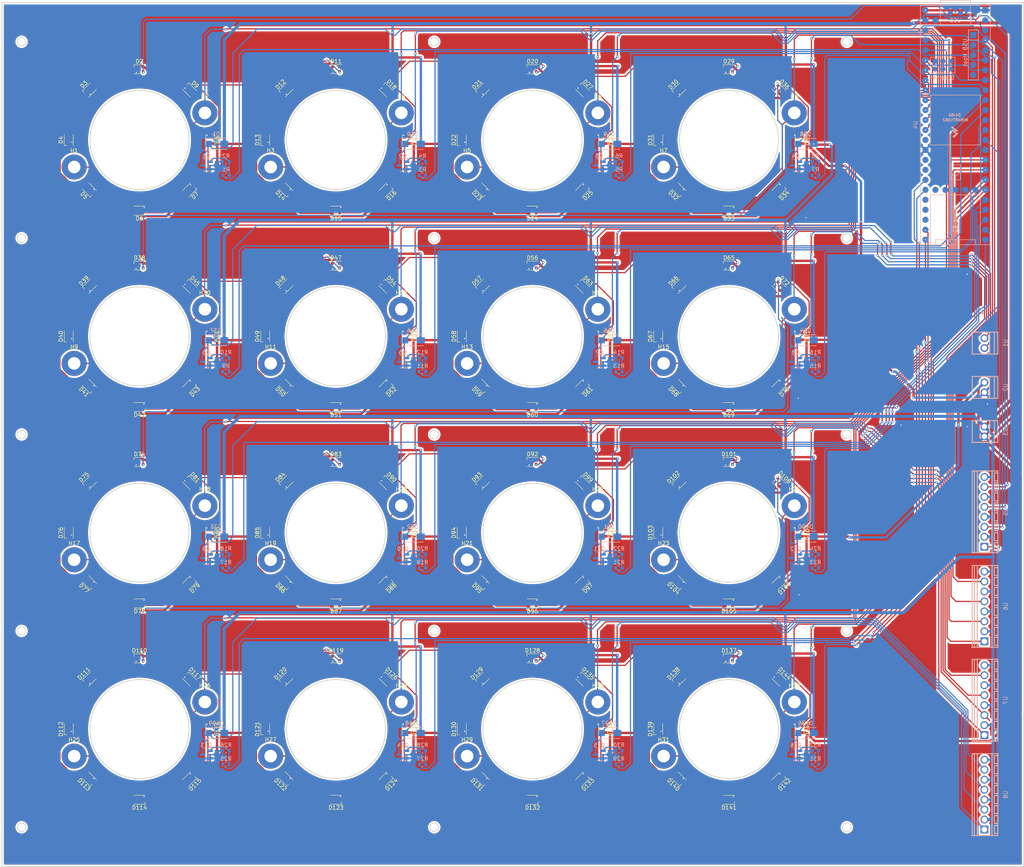
<source format=kicad_pcb>
(kicad_pcb (version 20240108) (generator "pcbnew") (generator_version "8.0")
  (title_block (title "Real Time Chessboard") (date "2024-06-10") (rev "A") (company "From Scratch"))
  (layers (0 "F.Cu" signal) (31 "B.Cu" signal) (34 "B.Paste" user) (35 "F.Paste" user) (36 "B.SilkS" user "B.Silkscreen") (37 "F.SilkS" user "F.Silkscreen") (38 "B.Mask" user) (39 "F.Mask" user) (44 "Edge.Cuts" user))
  (net 0 "")
  (net 1 "+5V")
  (net 2 "GND")
  (net 3 "/row1/square2/em_n")
  (net 4 "/row1/square1/d_out")
  (net 5 "/row1/square2/d_out")
  (net 6 "/row1/square3/em_n")
  (net 7 "/row1/square3/d_out")
  (net 8 "/row1/square1/em_n")
  (net 9 "/row1/square4/em_n")
  (net 10 "/row1/d_out")
  (net 11 "/row2/square3/em_n")
  (net 12 "Net-(D38-DOUT)")
  (net 13 "/row2/square2/d_out")
  (net 14 "Net-(D39-DOUT)")
  (net 15 "Net-(D40-DOUT)")
  (net 16 "Net-(D41-DOUT)")
  (net 17 "Net-(D42-DOUT)")
  (net 18 "Net-(D43-DOUT)")
  (net 19 "/row2/square3/d_out")
  (net 20 "/row2/square4/em_n")
  (net 21 "Net-(D47-DOUT)")
  (net 22 "Net-(D48-DOUT)")
  (net 23 "Net-(D49-DOUT)")
  (net 24 "Net-(D50-DOUT)")
  (net 25 "Net-(D51-DOUT)")
  (net 26 "Net-(D52-DOUT)")
  (net 27 "/row2/d_out")
  (net 28 "/row2/square1/em_n")
  (net 29 "Net-(D56-DOUT)")
  (net 30 "Net-(D57-DOUT)")
  (net 31 "Net-(D58-DOUT)")
  (net 32 "Net-(D59-DOUT)")
  (net 33 "Net-(D60-DOUT)")
  (net 34 "Net-(D61-DOUT)")
  (net 35 "/row2/square1/d_out")
  (net 36 "/row2/square2/em_n")
  (net 37 "Net-(D65-DOUT)")
  (net 38 "Net-(D66-DOUT)")
  (net 39 "Net-(D67-DOUT)")
  (net 40 "Net-(D68-DOUT)")
  (net 41 "Net-(D69-DOUT)")
  (net 42 "Net-(D2-DOUT)")
  (net 43 "Net-(D3-DOUT)")
  (net 44 "Net-(D4-DOUT)")
  (net 45 "Net-(D5-DOUT)")
  (net 46 "Net-(D6-DOUT)")
  (net 47 "Net-(D7-DOUT)")
  (net 48 "Net-(D70-DOUT)")
  (net 49 "/row3/square3/em_n")
  (net 50 "/row3/square2/d_out")
  (net 51 "Net-(D74-DOUT)")
  (net 52 "Net-(D75-DOUT)")
  (net 53 "Net-(D76-DOUT)")
  (net 54 "Net-(D77-DOUT)")
  (net 55 "Net-(D78-DOUT)")
  (net 56 "+5V_em")
  (net 57 "Net-(D79-DOUT)")
  (net 58 "/row3/square3/d_out")
  (net 59 "/row3/square4/em_n")
  (net 60 "Net-(D11-DOUT)")
  (net 61 "Net-(D12-DOUT)")
  (net 62 "Net-(D13-DOUT)")
  (net 63 "Net-(D14-DOUT)")
  (net 64 "Net-(D15-DOUT)")
  (net 65 "Net-(D16-DOUT)")
  (net 66 "Net-(D83-DOUT)")
  (net 67 "Net-(D84-DOUT)")
  (net 68 "Net-(D20-DOUT)")
  (net 69 "Net-(D21-DOUT)")
  (net 70 "Net-(D22-DOUT)")
  (net 71 "Net-(D23-DOUT)")
  (net 72 "Net-(D24-DOUT)")
  (net 73 "Net-(D25-DOUT)")
  (net 74 "Net-(D85-DOUT)")
  (net 75 "Net-(D29-DOUT)")
  (net 76 "Net-(D30-DOUT)")
  (net 77 "Net-(D31-DOUT)")
  (net 78 "Net-(D32-DOUT)")
  (net 79 "Net-(D33-DOUT)")
  (net 80 "Net-(D34-DOUT)")
  (net 81 "Net-(D86-DOUT)")
  (net 82 "Net-(Q1-G)")
  (net 83 "Net-(Q2-G)")
  (net 84 "Net-(Q3-G)")
  (net 85 "Net-(Q4-G)")
  (net 86 "Net-(D87-DOUT)")
  (net 87 "Net-(D88-DOUT)")
  (net 88 "/row3/d_out")
  (net 89 "/row3/square1/em_n")
  (net 90 "Net-(D92-DOUT)")
  (net 91 "Net-(D93-DOUT)")
  (net 92 "Net-(D94-DOUT)")
  (net 93 "Net-(D95-DOUT)")
  (net 94 "Net-(D96-DOUT)")
  (net 95 "Net-(D97-DOUT)")
  (net 96 "/row3/square1/d_out")
  (net 97 "/row3/square2/em_n")
  (net 98 "Net-(D101-DOUT)")
  (net 99 "Net-(D102-DOUT)")
  (net 100 "Net-(D103-DOUT)")
  (net 101 "Net-(D104-DOUT)")
  (net 102 "Net-(D105-DOUT)")
  (net 103 "Net-(D106-DOUT)")
  (net 104 "/row4/square3/em_n")
  (net 105 "/row4/square2/d_out")
  (net 106 "Net-(D110-DOUT)")
  (net 107 "Net-(D111-DOUT)")
  (net 108 "Net-(D112-DOUT)")
  (net 109 "Net-(D113-DOUT)")
  (net 110 "Net-(D114-DOUT)")
  (net 111 "Net-(D115-DOUT)")
  (net 112 "/row4/square3/d_out")
  (net 113 "/row4/square4/em_n")
  (net 114 "Net-(D119-DOUT)")
  (net 115 "Net-(D120-DOUT)")
  (net 116 "Net-(D121-DOUT)")
  (net 117 "Net-(D122-DOUT)")
  (net 118 "Net-(D123-DOUT)")
  (net 119 "Net-(D124-DOUT)")
  (net 120 "/row4/d_out")
  (net 121 "/row4/square1/em_n")
  (net 122 "Net-(D128-DOUT)")
  (net 123 "Net-(D129-DOUT)")
  (net 124 "Net-(D130-DOUT)")
  (net 125 "Net-(D131-DOUT)")
  (net 126 "Net-(D132-DOUT)")
  (net 127 "Net-(D133-DOUT)")
  (net 128 "/row4/square1/d_out")
  (net 129 "/row4/square2/em_n")
  (net 130 "Net-(D137-DOUT)")
  (net 131 "Net-(D138-DOUT)")
  (net 132 "Net-(D139-DOUT)")
  (net 133 "Net-(D140-DOUT)")
  (net 134 "Net-(D141-DOUT)")
  (net 135 "Net-(D142-DOUT)")
  (net 136 "/s12")
  (net 137 "/s13")
  (net 138 "/s11")
  (net 139 "/s14")
  (net 140 "/s23")
  (net 141 "/s24")
  (net 142 "/s21")
  (net 143 "/s22")
  (net 144 "/s33")
  (net 145 "/s34")
  (net 146 "/s31")
  (net 147 "/s32")
  (net 148 "/s43")
  (net 149 "/s44")
  (net 150 "/s41")
  (net 151 "/s42")
  (net 152 "Net-(Q5-G)")
  (net 153 "Net-(Q6-G)")
  (net 154 "Net-(Q7-G)")
  (net 155 "Net-(Q8-G)")
  (net 156 "Net-(Q9-G)")
  (net 157 "Net-(Q10-G)")
  (net 158 "Net-(Q11-G)")
  (net 159 "Net-(Q12-G)")
  (net 160 "Net-(Q13-G)")
  (net 161 "Net-(Q14-G)")
  (net 162 "Net-(Q15-G)")
  (net 163 "Net-(Q16-G)")
  (net 164 "/c12")
  (net 165 "/c13")
  (net 166 "/c11")
  (net 167 "/c14")
  (net 168 "/c23")
  (net 169 "/c24")
  (net 170 "/c21")
  (net 171 "/c22")
  (net 172 "/c33")
  (net 173 "/c34")
  (net 174 "/c31")
  (net 175 "/c32")
  (net 176 "/c43")
  (net 177 "/c44")
  (net 178 "/c42")
  (net 179 "/c41")
  (net 180 "/leds")
  (net 181 "Net-(D8-DOUT)")
  (net 182 "Net-(D17-DOUT)")
  (net 183 "Net-(D26-DOUT)")
  (net 184 "Net-(D35-DOUT)")
  (net 185 "Net-(D44-DOUT)")
  (net 186 "Net-(D53-DOUT)")
  (net 187 "Net-(D62-DOUT)")
  (net 188 "Net-(D71-DOUT)")
  (net 189 "Net-(D80-DOUT)")
  (net 190 "Net-(D89-DOUT)")
  (net 191 "Net-(D98-DOUT)")
  (net 192 "Net-(D107-DOUT)")
  (net 193 "Net-(D116-DOUT)")
  (net 194 "Net-(D125-DOUT)")
  (net 195 "Net-(D134-DOUT)")
  (net 196 "Net-(D143-DOUT)")
  (net 197 "Net-(U4-2_OUT2)")
  (net 198 "Net-(U4-3_LRCLK2)")
  (footprint "MountingHole:MountingHole_3.2mm_M3_Pad" (layer "F.Cu") (at 251.63 58.11)
    (property "Reference" "H8")
    (property "Value" "MountingHole_Pad")
  )
  (footprint "LED_SMD:LED_WS2812B-2020_PLCC4_2.0x2.0mm" (layer "F.Cu") (at 172.272077 102.272077 45)
    (property "Reference" "D57")
    (property "Value" "WS2812B-2020")
  )
  (footprint "LED_SMD:LED_WS2812B-2020_PLCC4_2.0x2.0mm" (layer "F.Cu") (at 97.727922 102.272077 -45)
    (property "Reference" "D45")
    (property "Value" "WS2812B-2020")
  )
  (footprint "LED_SMD:LED_WS2812B-2020_PLCC4_2.0x2.0mm" (layer "F.Cu") (at 247.727922 152.272077 -45)
    (property "Reference" "D108")
    (property "Value" "WS2812B-2020")
  )
  (footprint "MountingHole:MountingHole_3.2mm_M3_Pad" (layer "F.Cu") (at 68.37 121.89)
    (property "Reference" "H9")
    (property "Value" "MountingHole_Pad")
  )
  (footprint "LED_SMD:LED_WS2812B-2020_PLCC4_2.0x2.0mm" (layer "F.Cu") (at 103 65 -90)
    (property "Reference" "D8")
    (property "Value" "WS2812B-2020")
  )
  (footprint "LED_SMD:LED_WS2812B-2020_PLCC4_2.0x2.0mm" (layer "F.Cu") (at 172.272077 127.727922 135)
    (property "Reference" "D59")
    (property "Value" "WS2812B-2020")
  )
  (footprint "LED_SMD:LED_WS2812B-2020_PLCC4_2.0x2.0mm" (layer "F.Cu") (at 172.272077 152.272077 45)
    (property "Reference" "D93")
    (property "Value" "WS2812B-2020")
  )
  (footprint "LED_SMD:LED_WS2812B-2020_PLCC4_2.0x2.0mm" (layer "F.Cu") (at 167 115 90)
    (property "Reference" "D58")
    (property "Value" "WS2812B-2020")
  )
  (footprint "LED_SMD:LED_WS2812B-2020_PLCC4_2.0x2.0mm" (layer "F.Cu") (at 122.272077 152.272077 45)
    (property "Reference" "D84")
    (property "Value" "WS2812B-2020")
  )
  (footprint "LED_SMD:LED_WS2812B-2020_PLCC4_2.0x2.0mm" (layer "F.Cu") (at 147.727922 177.727922 -135)
    (property "Reference" "D88")
    (property "Value" "WS2812B-2020")
  )
  (footprint "LED_SMD:LED_WS2812B-2020_PLCC4_2.0x2.0mm" (layer "F.Cu") (at 67 115 90)
    (property "Reference" "D40")
    (property "Value" "WS2812B-2020")
  )
  (footprint "LED_SMD:LED_WS2812B-2020_PLCC4_2.0x2.0mm" (layer "F.Cu") (at 153 115 -90)
    (property "Reference" "D53")
    (property "Value" "WS2812B-2020")
  )
  (footprint "MountingHole:MountingHole_3.2mm_M3_Pad" (layer "F.Cu") (at 168.37 171.89)
    (property "Reference" "H21")
    (property "Value" "MountingHole_Pad")
  )
  (footprint "MountingHole:MountingHole_3.2mm_M3_Pad" (layer "F.Cu") (at 118.37 171.89)
    (property "Reference" "H19")
    (property "Value" "MountingHole_Pad")
  )
  (footprint "MountingHole:MountingHole_3.2mm_M3_Pad" (layer "F.Cu") (at 201.63 208.11)
    (property "Reference" "H30")
    (property "Value" "MountingHole_Pad")
  )
  (footprint "MountingHole:MountingHole_3.2mm_M3_Pad" (layer "F.Cu") (at 118.37 71.89)
    (property "Reference" "H3")
    (property "Value" "MountingHole_Pad")
  )
  (footprint "LED_SMD:LED_WS2812B-2020_PLCC4_2.0x2.0mm" (layer "F.Cu") (at 97.727922 227.727922 -135)
    (property "Reference" "D115")
    (property "Value" "WS2812B-2020")
  )
  (footprint "LED_SMD:LED_WS2812B-2020_PLCC4_2.0x2.0mm" (layer "F.Cu") (at 217 115 90)
    (property "Reference" "D67")
    (property "Value" "WS2812B-2020")
  )
  (footprint "LED_SMD:LED_WS2812B-2020_PLCC4_2.0x2.0mm" (layer "F.Cu") (at 222.272077 177.727922 135)
    (property "Reference" "D104")
    (property "Value" "WS2812B-2020")
  )
  (footprint "LED_SMD:LED_WS2812B-2020_PLCC4_2.0x2.0mm" (layer "F.Cu") (at 167 165 90)
    (property "Reference" "D94")
    (property "Value" "WS2812B-2020")
  )
  (footprint "LED_SMD:LED_WS2812B-2020_PLCC4_2.0x2.0mm" (layer "F.Cu") (at 72.272077 152.272077 45)
    (property "Reference" "D75")
    (property "Value" "WS2812B-2020")
  )
  (footprint "MountingHole:MountingHole_3.2mm_M3_Pad" (layer "F.Cu") (at 218.37 221.89)
    (property "Reference" "H31")
    (property "Value" "MountingHole_Pad")
  )
  (footprint "LED_SMD:LED_WS2812B-2020_PLCC4_2.0x2.0mm" (layer "F.Cu") (at 203 65 -90)
    (property "Reference" "D26")
    (property "Value" "WS2812B-2020")
  )
  (footprint "LED_SMD:LED_WS2812B-2020_PLCC4_2.0x2.0mm" (layer "F.Cu") (at 85 47)
    (property "Reference" "D2")
    (property "Value" "WS2812B-2020")
  )
  (footprint "LED_SMD:LED_WS2812B-2020_PLCC4_2.0x2.0mm" (layer "F.Cu") (at 97.727922 202.272077 -45)
    (property "Reference" "D117")
    (property "Value" "WS2812B-2020")
  )
  (footprint "MountingHole:MountingHole_3.2mm_M3_Pad" (layer "F.Cu") (at 218.37 121.89)
    (property "Reference" "H15")
    (property "Value" "MountingHole_Pad")
  )
  (footprint "LED_SMD:LED_WS2812B-2020_PLCC4_2.0x2.0mm" (layer "F.Cu") (at 135 133 180)
    (property "Reference" "D51")
    (property "Value" "WS2812B-2020")
  )
  (footprint "LED_SMD:LED_WS2812B-2020_PLCC4_2.0x2.0mm" (layer "F.Cu") (at 72.272077 127.727922 135)
    (property "Reference" "D41")
    (property "Value" "WS2812B-2020")
  )
  (footprint "LED_SMD:LED_WS2812B-2020_PLCC4_2.0x2.0mm" (layer "F.Cu") (at 235 83 180)
    (property "Reference" "D33")
    (property "Value" "WS2812B-2020")
  )
  (footprint "LED_SMD:LED_WS2812B-2020_PLCC4_2.0x2.0mm" (layer "F.Cu") (at 122.272077 177.727922 135)
    (property "Reference" "D86")
    (property "Value" "WS2812B-2020")
  )
  (footprint "LED_SMD:LED_WS2812B-2020_PLCC4_2.0x2.0mm" (layer "F.Cu") (at 72.272077 227.727922 135)
    (property "Reference" "D113")
    (property "Value" "WS2812B-2020")
  )
  (footprint "LED_SMD:LED_WS2812B-2020_PLCC4_2.0x2.0mm" (layer "F.Cu") (at 203 165 -90)
    (property "Reference" "D98")
    (property "Value" "WS2812B-2020")
  )
  (footprint "LED_SMD:LED_WS2812B-2020_PLCC4_2.0x2.0mm" (layer "F.Cu") (at 235 183 180)
    (property "Reference" "D105")
    (property "Value" "WS2812B-2020")
  )
  (footprint "MountingHole:MountingHole_3.2mm_M3_Pad" (layer "F.Cu") (at 151.63 58.11)
    (property "Reference" "H4")
    (property "Value" "MountingHole_Pad")
  )
  (footprint "LED_SMD:LED_WS2812B-2020_PLCC4_2.0x2.0mm" (layer "F.Cu") (at 172.272077 227.727922 135)
    (property "Reference" "D131")
    (property "Value" "WS2812B-2020")
  )
  (footprint "LED_SMD:LED_WS2812B-2020_PLCC4_2.0x2.0mm" (layer "F.Cu") (at 85 133 180)
    (property "Reference" "D42")
    (property "Value" "WS2812B-2020")
  )
  (footprint "LED_SMD:LED_WS2812B-2020_PLCC4_2.0x2.0mm" (layer "F.Cu") (at 235 197)
    (property "Reference" "D137")
    (property "Value" "WS2812B-2020")
  )
  (footprint "LED_SMD:LED_WS2812B-2020_PLCC4_2.0x2.0mm" (layer "F.Cu") (at 117 165 90)
    (property "Reference" "D85")
    (property "Value" "WS2812B-2020")
  )
  (footprint "LED_SMD:LED_WS2812B-2020_PLCC4_2.0x2.0mm" (layer "F.Cu") (at 253 215 -90)
    (property "Reference" "D143")
    (property "Value" "WS2812B-2020")
  )
  (footprint "LED_SMD:LED_WS2812B-2020_PLCC4_2.0x2.0mm" (layer "F.Cu") (at 235 97)
    (property "Reference" "D65")
    (property "Value" "WS2812B-2020")
  )
  (footprint "LED_SMD:LED_WS2812B-2020_PLCC4_2.0x2.0mm" (layer "F.Cu") (at 185 97)
    (property "Reference" "D56")
    (property "Value" "WS2812B-2020")
  )
  (footprint "LED_SMD:LED_WS2812B-2020_PLCC4_2.0x2.0mm" (layer "F.Cu") (at 185 147)
    (property "Reference" "D92")
    (property "Value" "WS2812B-2020")
  )
  (footprint "LED_SMD:LED_WS2812B-2020_PLCC4_2.0x2.0mm" (layer "F.Cu") (at 117 215 90)
    (property "Reference" "D121")
    (property "Value" "WS2812B-2020")
  )
  (footprint "LED_SMD:LED_WS2812B-2020_PLCC4_2.0x2.0mm" (layer "F.Cu") (at 247.727922 52.272077 -45)
    (property "Reference" "D36")
    (property "Value" "WS2812B-2020")
  )
  (footprint "LED_SMD:LED_WS2812B-2020_PLCC4_2.0x2.0mm" (layer "F.Cu") (at 153 165 -90)
    (property "Reference" "D89")
    (property "Value" "WS2812B-2020")
  )
  (footprint "LED_SMD:LED_WS2812B-2020_PLCC4_2.0x2.0mm" (layer "F.Cu") (at 253 65 -90)
    (property "Reference" "D35")
    (property "Value" "WS2812B-2020")
  )
  (footprint "LED_SMD:LED_WS2812B-2020_PLCC4_2.0x2.0mm" (layer "F.Cu") (at 217 215 90)
    (property "Reference" "D139")
    (property "Value" "WS2812B-2020")
  )
  (footprint "LED_SMD:LED_WS2812B-2020_PLCC4_2.0x2.0mm" (layer "F.Cu") (at 185 197)
    (property "Reference" "D128")
    (property "Value" "WS2812B-2020")
  )
  (footprint "LED_SMD:LED_WS2812B-2020_PLCC4_2.0x2.0mm" (layer "F.Cu") (at 197.727922 177.727922 -135)
    (property "Reference" "D97")
    (property "Value" "WS2812B-2020")
  )
  (footprint "LED_SMD:LED_WS2812B-2020_PLCC4_2.0x2.0mm" (layer "F.Cu") (at 117 115 90)
    (property "Reference" "D49")
    (property "Value" "WS2812B-2020")
  )
  (footprint "MountingHole:MountingHole_3.2mm_M3_Pad" (layer "F.Cu") (at 201.63 158.11)
    (property "Reference" "H22")
    (property "Value" "MountingHole_Pad")
  )
  (footprint "MountingHole:MountingHole_3.2mm_M3_Pad" (layer "F.Cu") (at 168.37 71.89)
    (property "Reference" "H5")
    (property "Value" "MountingHole_Pad")
  )
  (footprint "LED_SMD:LED_WS2812B-2020_PLCC4_2.0x2.0mm" (layer "F.Cu") (at 185 47)
    (property "Reference" "D20")
    (property "Value" "WS2812B-2020")
  )
  (footprint "MountingHole:MountingHole_3.2mm_M3_Pad" (layer "F.Cu") (at 168.37 221.89)
    (property "Reference" "H29")
    (property "Value" "MountingHole_Pad")
  )
  (footprint "LED_SMD:LED_WS2812B-2020_PLCC4_2.0x2.0mm" (layer "F.Cu") (at 197.727922 227.727922 -135)
    (property "Reference" "D133")
    (property "Value" "WS2812B-2020")
  )
  (footprint "LED_SMD:LED_WS2812B-2020_PLCC4_2.0x2.0mm" (layer "F.Cu") (at 85 197)
    (property "Reference" "D110")
    (property "Value" "WS2812B-2020")
  )
  (footprint "LED_SMD:LED_WS2812B-2020_PLCC4_2.0x2.0mm" (layer "F.Cu") (at 72.272077 52.272077 45)
    (property "Reference" "D3")
    (property "Value" "WS2812B-2020")
  )
  (footprint "MountingHole:MountingHole_3.2mm_M3_Pad" (layer "F.Cu") (at 201.63 108.11)
    (property "Reference" "H14")
    (property "Value" "MountingHole_Pad")
  )
  (footprint "LED_SMD:LED_WS2812B-2020_PLCC4_2.0x2.0mm" (layer "F.Cu") (at 222.272077 127.727922 135)
    (property "Reference" "D68")
    (property "Value" "WS2812B-2020")
  )
  (footprint "LED_SMD:LED_WS2812B-2020_PLCC4_2.0x2.0mm" (layer "F.Cu") (at 122.272077 202.272077 45)
    (property "Reference" "D120")
    (property "Value" "WS2812B-2020")
  )
  (footprint "LED_SMD:LED_WS2812B-2020_PLCC4_2.0x2.0mm" (layer "F.Cu") (at 97.727922 127.727922 -135)
    (property "Reference" "D43")
    (property "Value" "WS2812B-2020")
  )
  (footprint "LED_SMD:LED_WS2812B-2020_PLCC4_2.0x2.0mm" (layer "F.Cu") (at 235 233 180)
    (property "Reference" "D141")
    (property "Value" "WS2812B-2020")
  )
  (footprint "LED_SMD:LED_WS2812B-2020_PLCC4_2.0x2.0mm" (layer "F.Cu") (at 122.272077 227.727922 135)
    (property "Reference" "D122")
    (property "Value" "WS2812B-2020")
  )
  (footprint "LED_SMD:LED_WS2812B-2020_PLCC4_2.0x2.0mm" (layer "F.Cu") (at 222.272077 152.272077 45)
    (property "Reference" "D102")
    (property "Value" "WS2812B-2020")
  )
  (footprint "LED_SMD:LED_WS2812B-2020_PLCC4_2.0x2.0mm" (layer "F.Cu") (at 222.272077 202.272077 45)
    (property "Reference" "D138")
    (property "Value" "WS2812B-2020")
  )
  (footprint "LED_SMD:LED_WS2812B-2020_PLCC4_2.0x2.0mm" (layer "F.Cu") (at 147.727922 202.272077 -45)
    (property "Reference" "D126")
    (property "Value" "WS2812B-2020")
  )
  (footprint "LED_SMD:LED_WS2812B-2020_PLCC4_2.0x2.0mm" (layer "F.Cu") (at 197.727922 52.272077 -45)
    (property "Reference" "D27")
    (property "Value" "WS2812B-2020")
  )
  (footprint "LED_SMD:LED_WS2812B-2020_PLCC4_2.0x2.0mm" (layer "F.Cu") (at 97.727922 52.272077 -45)
    (property "Reference" "D9")
    (property "Value" "WS2812B-2020")
  )
  (footprint "LED_SMD:LED_WS2812B-2020_PLCC4_2.0x2.0mm" (layer "F.Cu") (at 72.272077 177.727922 135)
    (property "Reference" "D77")
    (property "Value" "WS2812B-2020")
  )
  (footprint "LED_SMD:LED_WS2812B-2020_PLCC4_2.0x2.0mm" (layer "F.Cu") (at 97.727922 152.272077 -45)
    (property "Reference" "D81")
    (property "Value" "WS2812B-2020")
  )
  (footprint "LED_SMD:LED_WS2812B-2020_PLCC4_2.0x2.0mm" (layer "F.Cu") (at 247.727922 127.727922 -135)
    (property "Reference" "D70")
    (property "Value" "WS2812B-2020")
  )
  (footprint "MountingHole:MountingHole_3.2mm_M3_Pad" (layer "F.Cu") (at 101.63 58.11)
    (property "Reference" "H2")
    (property "Value" "MountingHole_Pad")
  )
  (footprint "LED_SMD:LED_WS2812B-2020_PLCC4_2.0x2.0mm" (layer "F.Cu") (at 217 65 90)
    (property "Reference" "D31")
    (property "Value" "WS2812B-2020")
  )
  (footprint "LED_SMD:LED_WS2812B-2020_PLCC4_2.0x2.0mm" (layer "F.Cu") (at 85 83 180)
    (property "Reference" "D6")
    (property "Value" "WS2812B-2020")
  )
  (footprint "MountingHole:MountingHole_3.2mm_M3_Pad" (layer "F.Cu") (at 101.63 208.11)
    (property "Reference" "H26")
    (property "Value" "MountingHole_Pad")
  )
  (footprint "LED_SMD:LED_WS2812B-2020_PLCC4_2.0x2.0mm" (layer "F.Cu") (at 172.272077 52.272077 45)
    (property "Reference" "D21")
    (property "Value" "WS2812B-2020")
  )
  (footprint "LED_SMD:LED_WS2812B-2020_PLCC4_2.0x2.0mm" (layer "F.Cu") (at 135 147)
    (property "Reference" "D83")
    (property "Value" "WS2812B-2020")
  )
  (footprint "MountingHole:MountingHole_3.2mm_M3_Pad" (layer "F.Cu") (at 118.37 221.89)
    (property "Reference" "H27")
    (property "Value" "MountingHole_Pad")
  )
  (footprint "LED_SMD:LED_WS2812B-2020_PLCC4_2.0x2.0mm" (layer "F.Cu") (at 72.272077 77.727922 135)
    (property "Reference" "D5")
    (property "Value" "WS2812B-2020")
  )
  (footprint "LED_SMD:LED_WS2812B-2020_PLCC4_2.0x2.0mm" (layer "F.Cu") (at 72.272077 102.272077 45)
    (property "Reference" "D39")
    (property "Value" "WS2812B-2020")
  )
  (footprint "LED_SMD:LED_WS2812B-2020_PLCC4_2.0x2.0mm" (layer "F.Cu") (at 235 133 180)
    (property "Reference" "D69")
    (property "Value" "WS2812B-2020")
  )
  (footprint "LED_SMD:LED_WS2812B-2020_PLCC4_2.0x2.0mm" (layer "F.Cu") (at 172.272077 202.272077 45)
    (property "Reference" "D129")
    (property "Value" "WS2812B-2020")
  )
  (footprint "LED_SMD:LED_WS2812B-2020_PLCC4_2.0x2.0mm" (layer "F.Cu") (at 97.727922 77.727922 -135)
    (property "Reference" "D7")
    (property "Value" "WS2812B-2020")
  )
  (footprint "LED_SMD:LED_WS2812B-2020_PLCC4_2.0x2.0mm" (layer "F.Cu") (at 85 233 180)
    (property "Reference" "D114")
    (property "Value" "WS2812B-2020")
  )
  (footprint "LED_SMD:LED_WS2812B-2020_PLCC4_2.0x2.0mm" (layer "F.Cu") (at 235 47)
    (property "Reference" "D29")
    (property "Value" "WS2812B-2020")
  )
  (footprint "LED_SMD:LED_WS2812B-2020_PLCC4_2.0x2.0mm" (layer "F.Cu") (at 247.727922 202.272077 -45)
    (property "Reference" "D144")
    (property "Value" "WS2812B-2020")
  )
  (footprint "MountingHole:MountingHole_3.2mm_M3_Pad" (layer "F.Cu") (at 251.63 208.11)
    (property "Reference" "H32")
    (property "Value" "MountingHole_Pad")
  )
  (footprint "LED_SMD:LED_WS2812B-2020_PLCC4_2.0x2.0mm" (layer "F.Cu") (at 172.272077 77.727922 135)
    (property "Reference" "D23")
    (property "Value" "WS2812B-2020")
  )
  (footprint "LED_SMD:LED_WS2812B-2020_PLCC4_2.0x2.0mm" (layer "F.Cu") (at 97.727922 177.727922 -135)
    (property "Reference" "D79")
    (property "Value" "WS2812B-2020")
  )
  (footprint "LED_SMD:LED_WS2812B-2020_PLCC4_2.0x2.0mm" (layer "F.Cu") (at 103 215 -90)
    (property "Reference" "D116")
    (property "Value" "WS2812B-2020")
  )
  (footprint "MountingHole:MountingHole_3.2mm_M3_Pad" (layer "F.Cu") (at 218.37 71.89)
    (property "Reference" "H7")
    (property "Value" "MountingHole_Pad")
  )
  (footprint "LED_SMD:LED_WS2812B-2020_PLCC4_2.0x2.0mm" (layer "F.Cu") (at 197.727922 102.272077 -45)
    (property "Reference" "D63")
    (property "Value" "WS2812B-2020")
  )
  (footprint "MountingHole:MountingHole_3.2mm_M3_Pad" (layer "F.Cu") (at 168.37 121.89)
    (property "Reference" "H13")
    (property "Value" "MountingHole_Pad")
  )
  (footprint "LED_SMD:LED_WS2812B-2020_PLCC4_2.0x2.0mm" (layer "F.Cu") (at 253 165 -90)
    (property "Reference" "D107")
    (property "Value" "WS2812B-2020")
  )
  (footprint "LED_SMD:LED_WS2812B-2020_PLCC4_2.0x2.0mm" (layer "F.Cu") (at 147.727922 127.727922 -135)
    (property "Reference" "D52")
    (property "Value" "WS2812B-2020")
  )
  (footprint "MountingHole:MountingHole_3.2mm_M3_Pad" (layer "F.Cu") (at 151.63 158.11)
    (property "Reference" "H20")
    (property "Value" "MountingHole_Pad")
  )
  (footprint "LED_SMD:LED_WS2812B-2020_PLCC4_2.0x2.0mm" (layer "F.Cu") (at 153 65 -90)
    (property "Reference" "D17")
    (property "Value" "WS2812B-2020")
  )
  (footprint "LED_SMD:LED_WS2812B-2020_PLCC4_2.0x2.0mm" (layer "F.Cu") (at 197.727922 77.727922 -135)
    (property "Reference" "D25")
    (property "Value" "WS2812B-2020")
  )
  (footprint "LED_SMD:LED_WS2812B-2020_PLCC4_2.0x2.0mm" (layer "F.Cu") (at 172.272077 177.727922 135)
    (property "Reference" "D95")
    (property "Value" "WS2812B-2020")
  )
  (footprint "MountingHole:MountingHole_3.2mm_M3_Pad" (layer "F.Cu") (at 68.37 71.89)
    (property "Reference" "H1")
    (property "Value" "MountingHole_Pad")
  )
  (footprint "MountingHole:MountingHole_3.2mm_M3_Pad" (layer "F.Cu") (at 251.63 158.11)
    (property "Reference" "H24")
    (property "Value" "MountingHole_Pad")
  )
  (footprint "LED_SMD:LED_WS2812B-2020_PLCC4_2.0x2.0mm" (layer "F.Cu") (at 147.727922 77.727922 -135)
    (property "Reference" "D16")
    (property "Value" "WS2812B-2020")
  )
  (footprint "LED_SMD:LED_WS2812B-2020_PLCC4_2.0x2.0mm" (layer "F.Cu") (at 197.727922 127.727922 -135)
    (property "Reference" "D61")
    (property "Value" "WS2812B-2020")
  )
  (footprint "LED_SMD:LED_WS2812B-2020_PLCC4_2.0x2.0mm" (layer "F.Cu") (at 147.727922 227.727922 -135)
    (property "Reference" "D124")
    (property "Value" "WS2812B-2020")
  )
  (footprint "LED_SMD:LED_WS2812B-2020_PLCC4_2.0x2.0mm" (layer "F.Cu") (at 67 165 90)
    (property "Reference" "D76")
    (property "Value" "WS2812B-2020")
  )
  (footprint "LED_SMD:LED_WS2812B-2020_PLCC4_2.0x2.0mm" (layer "F.Cu") (at 117 65 90)
    (property "Reference" "D13")
    (property "Value" "WS2812B-2020")
  )
  (footprint "LED_SMD:LED_WS2812B-2020_PLCC4_2.0x2.0mm" (layer "F.Cu") (at 135 47)
    (property "Reference" "D11")
    (property "Value" "WS2812B-2020")
  )
  (footprint "LED_SMD:LED_WS2812B-2020_PLCC4_2.0x2.0mm" (layer "F.Cu") (at 122.272077 127.727922 135)
    (property "Reference" "D50")
    (property "Value" "WS2812B-2020")
  )
  (footprint "LED_SMD:LED_WS2812B-2020_PLCC4_2.0x2.0mm" (layer "F.Cu") (at 85 97)
    (property "Reference" "D38")
    (property "Value" "WS2812B-2020")
  )
  (footprint "LED_SMD:LED_WS2812B-2020_PLCC4_2.0x2.0mm" (layer "F.Cu") (at 222.272077 227.727922 135)
    (property "Reference" "D140")
    (property "Value" "WS2812B-2020")
  )
  (footprint "LED_SMD:LED_WS2812B-2020_PLCC4_2.0x2.0mm" (layer "F.Cu") (at 72.272077 202.272077 45)
    (property "Reference" "D111")
    (property "Value" "WS2812B-2020")
  )
  (footprint "MountingHole:MountingHole_3.2mm_M3_Pad" (layer "F.Cu") (at 68.37 221.89)
    (property "Reference" "H25")
    (property "Value" "MountingHole_Pad")
  )
  (footprint "LED_SMD:LED_WS2812B-2020_PLCC4_2.0x2.0mm" (layer "F.Cu") (at 85 147)
    (property "Reference" "D74")
    (property "Value" "WS2812B-2020")
  )
  (footprint "LED_SMD:LED_WS2812B-2020_PLCC4_2.0x2.0mm" (layer "F.Cu") (at 122.272077 52.272077 45)
    (property "Reference" "D12")
    (property "Value" "WS2812B-2020")
  )
  (footprint "LED_SMD:LED_WS2812B-2020_PLCC4_2.0x2.0mm" (layer "F.Cu") (at 147.727922 52.272077 -45)
    (property "Reference" "D18")
    (property "Value" "WS2812B-2020")
  )
  (footprint "LED_SMD:LED_WS2812B-2020_PLCC4_2.0x2.0mm" (layer "F.Cu") (at 135 83 180)
    (property "Reference" "D15")
    (property "Value" "WS2812B-2020")
  )
  (footprint "MountingHole:MountingHole_3.2mm_M3_Pad" (layer "F.Cu") (at 151.63 108.11)
    (property "Reference" "H12")
    (property "Value" "MountingHole_Pad")
  )
  (footprint "MountingHole:MountingHole_3.2mm_M3_Pad" (layer "F.Cu") (at 218.37 171.89)
    (property "Reference" "H23")
    (property "Value" "MountingHole_Pad")
  )
  (footprint "LED_SMD:LED_WS2812B-2020_PLCC4_2.0x2.0mm" (layer "F.Cu") (at 247.727922 227.727922 -135)
    (property "Reference" "D142")
    (property "Value" "WS2812B-2020")
  )
  (footprint "LED_SMD:LED_WS2812B-2020_PLCC4_2.0x2.0mm" (layer "F.Cu") (at 253 115 -90)
    (property "Reference" "D71")
    (property "Value" "WS2812B-2020")
  )
  (footprint "LED_SMD:LED_WS2812B-2020_PLCC4_2.0x2.0mm" (layer "F.Cu") (at 67 215 90)
    (property "Reference" "D112")
    (property "Value" "WS2812B-2020")
  )
  (footprint "LED_SMD:LED_WS2812B-2020_PLCC4_2.0x2.0mm" (layer "F.Cu") (at 222.272077 52.272077 45)
    (property "Reference" "D30")
    (property "Value" "WS2812B-2020")
  )
  (footprint "LED_SMD:LED_WS2812B-2020_PLCC4_2.0x2.0mm" (layer "F.Cu") (at 167 65 90)
    (property "Reference" "D22")
    (property "Value" "WS2812B-2020")
  )
  (footprint "LED_SMD:LED_WS2812B-2020_PLCC4_2.0x2.0mm" (layer "F.Cu") (at 103 115 -90)
    (property "Reference" "D44")
    (property "Value" "WS2812B-2020")
  )
  (footprint "MountingHole:MountingHole_3.2mm_M3_Pad" (layer "F.Cu") (at 68.37 171.89)
    (property "Reference" "H17")
    (property "Value" "MountingHole_Pad")
  )
  (footprint "LED_SMD:LED_WS2812B-2020_PLCC4_2.0x2.0mm" (layer "F.Cu") (at 222.272077 77.727922 135)
    (property "Reference" "D32")
    (property "Value" "WS2812B-2020")
  )
  (footprint "LED_SMD:LED_WS2812B-2020_PLCC4_2.0x2.0mm" (layer "F.Cu") (at 203 215 -90)
    (property "Reference" "D134")
    (property "Value" "WS2812B-2020")
  )
  (footprint "LED_SMD:LED_WS2812B-2020_PLCC4_2.0x2.0mm" (layer "F.Cu") (at 247.727922 177.727922 -135)
    (property "Reference" "D106")
    (property "Value" "WS2812B-2020")
  )
  (footprint "LED_SMD:LED_WS2812B-2020_PLCC4_2.0x2.0mm" (layer "F.Cu") (at 235 147)
    (property "Reference" "D101")
    (property "Value" "WS2812B-2020")
  )
  (footprint "LED_SMD:LED_WS2812B-2020_PLCC4_2.0x2.0mm" (layer "F.Cu") (at 122.272077 102.272077 45)
    (property "Reference" "D48")
    (property "Value" "WS2812B-2020")
  )
  (footprint "LED_SMD:LED_WS2812B-2020_PLCC4_2.0x2.0mm" (layer "F.Cu") (at 217 165 90)
    (property "Reference" "D103")
    (property "Value" "WS2812B-2020")
  )
  (footprint "LED_SMD:LED_WS2812B-2020_PLCC4_2.0x2.0mm" (layer "F.Cu") (at 185 83 180)
    (property "Reference" "D24")
    (property "Value" "WS2812B-2020")
  )
  (footprint "LED_SMD:LED_WS2812B-2020_PLCC4_2.0x2.0mm" (layer "F.Cu") (at 197.727922 202.272077 -45)
    (property "Reference" "D135")
    (property "Value" "WS2812B-2020")
  )
  (footprint "LED_SMD:LED_WS2812B-2020_PLCC4_2.0x2.0mm" (layer "F.Cu") (at 197.727922 152.272077 -45)
    (property "Reference" "D99")
    (property "Value" "WS2812B-2020")
  )
  (footprint "LED_SMD:LED_WS2812B-2020_PLCC4_2.0x2.0mm" (layer "F.Cu") (at 135 233 180)
    (property "Reference" "D123")
    (property "Value" "WS2812B-2020")
  )
  (footprint "LED_SMD:LED_WS2812B-2020_PLCC4_2.0x2.0mm" (layer "F.Cu") (at 247.727922 77.727922 -135)
    (property "Reference" "D34")
    (property "Value" "WS2812B-2020")
  )
  (footprint "LED_SMD:LED_WS2812B-2020_PLCC4_2.0x2.0mm" (layer "F.Cu") (at 67 65 90)
    (property "Reference" "D4")
    (property "Value" "WS2812B-2020")
  )
  (footprint "LED_SMD:LED_WS2812B-2020_PLCC4_2.0x2.0mm" (layer "F.Cu") (at 122.272077 77.727922 135)
    (property "Reference" "D14")
    (property "Value" "WS2812B-2020")
  )
  (footprint "MountingHole:MountingHole_3.2mm_M3_Pad" (layer "F.Cu") (at 251.63 108.11)
    (property "Reference" "H16" (hide yes))
    (property "Value" "MountingHole_Pad")
  )
  (footprint "LED_SMD:LED_WS2812B-2020_PLCC4_2.0x2.0mm" (layer "F.Cu") (at 135 183 180)
    (property "Reference" "D87")
    (property "Value" "WS2812B-2020")
  )
  (footprint "LED_SMD:LED_WS2812B-2020_PLCC4_2.0x2.0mm" (layer "F.Cu") (at 203 115 -90)
    (property "Reference" "D62")
    (property "Value" "WS2812B-2020")
  )
  (footprint "LED_SMD:LED_WS2812B-2020_PLCC4_2.0x2.0mm" (layer "F.Cu") (at 167 215 90)
    (property "Reference" "D130")
    (property "Value" "WS2812B-2020")
  )
  (footprint "LED_SMD:LED_WS2812B-2020_PLCC4_2.0x2.0mm" (layer "F.Cu") (at 147.727922 102.272077 -45)
    (property "Reference" "D54")
    (property "Value" "WS2812B-2020")
  )
  (footprint "LED_SMD:LED_WS2812B-2020_PLCC4_2.0x2.0mm" (layer "F.Cu") (at 185 233 180)
    (property "Reference" "D132")
    (property "Value" "WS2812B-2020")
  )
  (footprint "LED_SMD:LED_WS2812B-2020_PLCC4_2.0x2.0mm" (layer "F.Cu") (at 185 183 180)
    (property "Reference" "D96")
    (property "Value" "WS2812B-2020")
  )
  (footprint "MountingHole:MountingHole_3.2mm_M3_Pad" (layer "F.Cu") (at 118.37 121.89)
    (property "Reference" "H11")
    (property "Value" "MountingHole_Pad")
  )
  (footprint "LED_SMD:LED_WS2812B-2020_PLCC4_2.0x2.0mm" (layer "F.Cu") (at 185 133 180)
    (property "Reference" "D60")
    (property "Value" "WS2812B-2020")
  )
  (footprint "LED_SMD:LED_WS2812B-2020_PLCC4_2.0x2.0mm" (layer "F.Cu") (at 103 165 -90)
    (property "Reference" "D80")
    (property "Value" "WS2812B-2020")
  )
  (footprint "MountingHole:MountingHole_3.2mm_M3_Pad" (layer "F.Cu") (at 101.63 108.11)
    (property "Reference" "H10")
    (property "Value" "MountingHole_Pad")
  )
  (footprint "MountingHole:MountingHole_3.2mm_M3_Pad" (layer "F.Cu") (at 201.63 58.11)
    (property "Reference" "H6")
    (property "Value" "MountingHole_Pad")
  )
  (footprint "LED_SMD:LED_WS2812B-2020_PLCC4_2.0x2.0mm" (layer "F.Cu") (at 135 97)
    (property "Reference" "D47")
    (property "Value" "WS2812B-2020")
  )
  (footprint "MountingHole:MountingHole_3.2mm_M3_Pad" (layer "F.Cu") (at 101.63 158.11)
    (property "Reference" "H18")
    (property "Value" "MountingHole_Pad")
  )
  (footprint "LED_SMD:LED_WS2812B-2020_PLCC4_2.0x2.0mm" (layer "F.Cu") (at 247.727922 102.272077 -45)
    (property "Reference" "D72")
    (property "Value" "WS2812B-2020")
  )
  (footprint "LED_SMD:LED_WS2812B-2020_PLCC4_2.0x2.0mm" (layer "F.Cu") (at 222.272077 102.272077 45)
    (property "Reference" "D66")
    (property "Value" "WS2812B-2020")
  )
  (footprint "LED_SMD:LED_WS2812B-2020_PLCC4_2.0x2.0mm" (layer "F.Cu") (at 85 183 180)
    (property "Reference" "D78")
    (property "Value" "WS2812B-2020")
  )
  (footprint "MountingHole:MountingHole_3.2mm_M3_Pad" (layer "F.Cu") (at 151.63 208.11)
    (property "Reference" "H28")
    (property "Value" "MountingHole_Pad")
  )
  (footprint "LED_SMD:LED_WS2812B-2020_PLCC4_2.0x2.0mm" (layer "F.Cu") (at 147.727922 152.272077 -45)
    (property "Reference" "D90")
    (property "Value" "WS2812B-2020")
  )
  (footprint "LED_SMD:LED_WS2812B-2020_PLCC4_2.0x2.0mm" (layer "F.Cu") (at 135 197)
    (property "Reference" "D119")
    (property "Value" "WS2812B-2020")
  )
  (footprint "LED_SMD:LED_WS2812B-2020_PLCC4_2.0x2.0mm" (layer "F.Cu") (at 153 215 -90)
    (property "Reference" "D125")
    (property "Value" "WS2812B-2020")
  )
  (footprint "Resistor_SMD:R_0603_1608Metric" (layer "B.Cu") (at 107 224 180)
    (property "Reference" "R25")
    (property "Value" "220")
  )
  (footprint "Package_TO_SOT_SMD:SOT-23" (layer "B.Cu") (at 252 171.5 180)
    (property "Reference" "Q12")
    (property "Value" "AO3400A")
  )
  (footprint "footprint:SMA_L4.3-W2.5-LS5.0-RD" (layer "B.Cu") (at 154.5 166 180)
    (property "Reference" "D82")
    (property "Value" "1N4007_C727081")
  )
  (footprint "Resistor_SMD:R_0603_1608Metric" (layer "B.Cu") (at 207 74 180)
    (property "Reference" "R5")
    (property "Value" "220")
  )
  (footprint "Resistor_SMD:R_0603_1608Metric" (layer "B.Cu") (at 257 220.5 180)
    (property "Reference" "R32")
    (property "Value" "10k")
  )
  (footprint "Resistor_SMD:R_0603_1608Metric" (layer "B.Cu") (at 107 74 180)
    (property "Reference" "R1")
    (property "Value" "220")
  )
  (footprint "footprint:SMA_L4.3-W2.5-LS5.0-RD" (layer "B.Cu") (at 154.5 66 180)
    (property "Reference" "D10")
    (property "Value" "1N4007_C727081")
  )
  (footprint "footprint:CONN-TH_XY308-2.54-2P" (layer "B.Cu") (at 300 128 90)
    (property "Reference" "U2")
    (property "Value" "XY308-2_54-2P")
  )
  (footprint "Resistor_SMD:R_0603_1608Metric" (layer "B.Cu") (at 207 170.5 180)
    (property "Reference" "R22")
    (property "Value" "10k")
  )
  (footprint "Resistor_SMD:R_0603_1608Metric" (layer "B.Cu") (at 157 70.5 180)
    (property "Reference" "R4")
    (property "Value" "10k")
  )
  (footprint "Resistor_SMD:R_0603_1608Metric" (layer "B.Cu") (at 207 174 180)
    (property "Reference" "R21")
    (property "Value" "220")
  )
  (footprint "footprint:SMA_L4.3-W2.5-LS5.0-RD" (layer "B.Cu") (at 254.5 216 180)
    (property "Reference" "D136")
    (property "Value" "1N4007_C727081")
  )
  (footprint "Resistor_SMD:R_0603_1608Metric" (layer "B.Cu") (at 207 70.5 180)
    (property "Reference" "R6")
    (property "Value" "10k")
  )
  (footprint "Resistor_SMD:R_0603_1608Metric" (layer "B.Cu") (at 157 224 180)
    (property "Reference" "R27")
    (property "Value" "220")
  )
  (footprint "Resistor_SMD:R_0603_1608Metric" (layer "B.Cu") (at 157 124 180)
    (property "Reference" "R11")
    (property "Value" "220")
  )
  (footprint "Resistor_SMD:R_0603_1608Metric" (layer "B.Cu") (at 107 174 180)
    (property "Reference" "R17")
    (property "Value" "220")
  )
  (footprint "Package_TO_SOT_SMD:SOT-23" (layer "B.Cu") (at 102 221.5 180)
    (property "Reference" "Q13")
    (property "Value" "AO3400A")
  )
  (footprint "Resistor_SMD:R_0603_1608Metric" (layer "B.Cu") (at 157 120.5 180)
    (property "Reference" "R12")
    (property "Value" "10k")
  )
  (footprint "footprint:SMA_L4.3-W2.5-LS5.0-RD" (layer "B.Cu") (at 104.5 116 180)
    (property "Reference" "D37")
    (property "Value" "1N4007_C727081")
  )
  (footprint "Package_TO_SOT_SMD:SOT-23" (layer "B.Cu") (at 252 221.5 180)
    (property "Reference" "Q16")
    (property "Value" "AO3400A")
  )
  (footprint "Resistor_SMD:R_0603_1608Metric" (layer "B.Cu") (at 207 124 180)
    (property "Reference" "R13")
    (property "Value" "220")
  )
  (footprint "Resistor_SMD:R_0603_1608Metric" (layer "B.Cu") (at 157 174 180)
    (property "Reference" "R19")
    (property "Value" "220")
  )
  (footprint "footprint:SMA_L4.3-W2.5-LS5.0-RD" (layer "B.Cu") (at 254.5 66 180)
    (property "Reference" "D28")
    (property "Value" "1N4007_C727081")
  )
  (footprint "footprint:SMA_L4.3-W2.5-LS5.0-RD" (layer "B.Cu") (at 254.5 116 180)
    (property "Reference" "D64")
    (property "Value" "1N4007_C727081")
  )
  (footprint "footprint:SMA_L4.3-W2.5-LS5.0-RD" (layer "B.Cu") (at 254.5 166 180)
    (property "Reference" "D100")
    (property "Value" "1N4007_C727081")
  )
  (footprint "Package_TO_SOT_SMD:SOT-23" (layer "B.Cu") (at 102 71.5 180)
    (property "Reference" "Q1")
    (property "Value" "AO3400A")
  )
  (footprint "footprint:CONN-TH_XY308-2.54-8P" (layer "B.Cu") (at 300 183.770003 90)
    (property "Reference" "U6")
    (property "Value" "XY308-2_54-8P")
  )
  (footprint "Package_TO_SOT_SMD:SOT-23" (layer "B.Cu") (at 202 171.5 180)
    (property "Reference" "Q11")
    (property "Value" "AO3400A")
  )
  (footprint "footprint:CONN-TH_XY308-2.54-8P" (layer "B.Cu") (at 300 207.649987 90)
    (property "Reference" "U7")
    (property "Value" "XY308-2_54-8P")
  )
  (footprint "Package_TO_SOT_SMD:SOT-23" (layer "B.Cu") (at 152 121.5 180)
    (property "Reference" "Q6")
    (property "Value" "AO3400A")
  )
  (footprint "Resistor_SMD:R_0603_1608Metric" (layer "B.Cu") (at 107 124 180)
    (property "Reference" "R9")
    (property "Value" "220")
  )
  (footprint "footprint:SMA_L4.3-W2.5-LS5.0-RD" (layer "B.Cu") (at 204.5 66 180)
    (property "Reference" "D19")
    (property "Value" "1N4007_C727081")
  )
  (footprint "Resistor_SMD:R_0603_1608Metric" (layer "B.Cu") (at 107 120.5 180)
    (property "Reference" "R10")
    (property "Value" "10k")
  )
  (footprint "teensy:Teensy41_SMT" (layer "B.Cu") (at 292.62 61.19 -90)
    (property "Reference" "U4")
    (property "Value" "Teensy4.1")
  )
  (footprint "Resistor_SMD:R_0603_1608Metric" (layer "B.Cu") (at 207 220.5 180)
    (property "Reference" "R30")
    (property "Value" "10k")
  )
  (footprint "Resistor_SMD:R_0603_1608Metric" (layer "B.Cu") (at 107 220.5 180)
    (property "Reference" "R26")
    (property "Value" "10k")
  )
  (footprint "footprint:SMA_L4.3-W2.5-LS5.0-RD" (layer "B.Cu") (at 104.5 166 180)
    (property "Reference" "D73")
    (property "Value" "1N4007_C727081")
  )
  (footprint "footprint:CONN-TH_XY308-2.54-2P" (layer "B.Cu") (at 300 116.729997 90)
    (property "Reference" "U1")
    (property "Value" "XY308-2_54-2P")
  )
  (footprint "Resistor_SMD:R_0603_1608Metric" (layer "B.Cu") (at 107 70.5 180)
    (property "Reference" "R2")
    (property "Value" "10k")
  )
  (footprint "Resistor_SMD:R_0603_1608Metric" (layer "B.Cu") (at 257 74 180)
    (property "Reference" "R7")
    (property "Value" "220")
  )
  (footprint "Resistor_SMD:R_0603_1608Metric" (layer "B.Cu") (at 257 224 180)
    (property "Reference" "R31")
    (property "Value" "220")
  )
  (footprint "Package_TO_SOT_SMD:SOT-23" (layer "B.Cu") (at 152 71.5 180)
    (property "Reference" "Q2")
    (property "Value" "AO3400A")
  )
  (footprint "Resistor_SMD:R_0603_1608Metric" (layer "B.Cu") (at 157 220.5 180)
    (property "Reference" "R28")
    (property "Value" "10k")
  )
  (footprint "footprint:SMA_L4.3-W2.5-LS5.0-RD" (layer "B.Cu") (at 204.5 166 180)
    (property "Reference" "D91")
    (property "Value" "1N4007_C727081")
  )
  (footprint "footprint:CONN-TH_XY308-2.54-2P" (layer "B.Cu") (at 300 139.229997 90)
    (property "Reference" "U3")
    (property "Value" "XY308-2_54-2P")
  )
  (footprint "Package_TO_SOT_SMD:SOT-23" (layer "B.Cu") (at 102 171.5 180)
    (property "Reference" "Q9")
    (property "Value" "AO3400A")
  )
  (footprint "footprint:SMA_L4.3-W2.5-LS5.0-RD" (layer "B.Cu") (at 104.5 216 180)
    (property "Reference" "D109")
    (property "Value" "1N4007_C727081")
  )
  (footprint "Package_TO_SOT_SMD:SOT-23" (layer "B.Cu") (at 252 71.5 180)
    (property "Reference" "Q4")
    (property "Value" "AO3400A")
  )
  (footprint "footprint:SMA_L4.3-W2.5-LS5.0-RD" (layer "B.Cu") (at 154.5 216 180)
    (property "Reference" "D118")
    (property "Value" "1N4007_C727081")
  )
  (footprint "Package_TO_SOT_SMD:SOT-23" (layer "B.Cu") (at 102 121.5 180)
    (property "Reference" "Q5")
    (property "Value" "AO3400A")
  )
  (footprint "Resistor_SMD:R_0603_1608Metric" (layer "B.Cu") (at 257 170.5 180)
    (property "Reference" "R24")
    (property "Value" "10k")
  )
  (footprint "footprint:CONN-TH_XY308-2.54-8P" (layer "B.Cu") (at 300 159.689992 90)
    (property "Reference" "U5")
    (property "Value" "XY308-2_54-8P")
  )
  (footprint "Resistor_SMD:R_0603_1608Metric" (layer "B.Cu") (at 257 120.5 180)
    (property "Reference" "R16")
    (property "Value" "10k")
  )
  (footprint "Resistor_SMD:R_0603_1608Metric" (layer "B.Cu") (at 157 170.5 180)
    (property "Reference" "R20")
    (property "Value" "10k")
  )
  (footprint "footprint:SMA_L4.3-W2.5-LS5.0-RD" (layer "B.Cu") (at 154.5 116 180)
    (property "Reference" "D46")
    (property "Value" "1N4007_C727081")
  )
  (footprint "Package_TO_SOT_SMD:SOT-23" (layer "B.Cu") (at 252 121.5 180)
    (property "Reference" "Q8")
    (property "Value" "AO3400A")
  )
  (footprint "Resistor_SMD:R_0603_1608Metric" (layer "B.Cu") (at 157 74 180)
    (property "Reference" "R3")
    (property "Value" "220")
  )
  (footprint "Resistor_SMD:R_0603_1608Metric" (layer "B.Cu") (at 207 120.5 180)
    (property "Reference" "R14")
    (property "Value" "10k")
  )
  (footprint "Resistor_SMD:R_0603_1608Metric" (layer "B.Cu") (at 107 170.5 180)
    (property "Reference" "R18")
    (property "Value" "10k")
  )
  (footprint "footprint:SMA_L4.3-W2.5-LS5.0-RD" (layer "B.Cu") (at 104.5 66 180)
    (property "Reference" "D1")
    (property "Value" "1N4007_C727081")
  )
  (footprint "Package_TO_SOT_SMD:SOT-23" (layer "B.Cu") (at 202 121.5 180)
    (property "Reference" "Q7")
    (property "Value" "AO3400A")
  )
  (footprint "footprint:CONN-TH_XY308-2.54-8P" (layer "B.Cu") (at 300 231.689992 90)
    (property "Reference" "U8")
    (property "Value" "XY308-2_54-8P")
  )
  (footprint "Resistor_SMD:R_0603_1608Metric" (layer "B.Cu") (at 207 224 180)
    (property "Reference" "R29")
    (property "Value" "220")
  )
  (footprint "footprint:SMA_L4.3-W2.5-LS5.0-RD" (layer "B.Cu") (at 204.5 216 180)
    (property "Reference" "D127")
    (property "Value" "1N4007_C727081")
  )
  (footprint "Package_TO_SOT_SMD:SOT-23" (layer "B.Cu") (at 152 171.5 180)
    (property "Reference" "Q10")
    (property "Value" "AO3400A")
  )
  (footprint "Package_TO_SOT_SMD:SOT-23" (layer "B.Cu") (at 202 71.5 180)
    (property "Reference" "Q3")
    (property "Value" "AO3400A")
  )
  (footprint "Package_TO_SOT_SMD:SOT-23" (layer "B.Cu") (at 152 221.5 180)
    (property "Reference" "Q14")
    (property "Value" "AO3400A")
  )
  (footprint "Resistor_SMD:R_0603_1608Metric" (layer "B.Cu") (at 257 124 180)
    (property "Reference" "R15")
    (property "Value" "220")
  )
  (footprint "footprint:SMA_L4.3-W2.5-LS5.0-RD" (layer "B.Cu") (at 204.5 116 180)
    (property "Reference" "D55")
    (property "Value" "1N4007_C727081")
  )
  (footprint "Resistor_SMD:R_0603_1608Metric" (layer "B.Cu") (at 257 70.5 180)
    (property "Reference" "R8")
    (property "Value" "10k")
  )
  (footprint "Resistor_SMD:R_0603_1608Metric" (layer "B.Cu") (at 257 174 180)
    (property "Reference" "R23")
    (property "Value" "220")
  )
  (footprint "Package_TO_SOT_SMD:SOT-23" (layer "B.Cu") (at 202 221.5 180)
    (property "Reference" "Q15")
    (property "Value" "AO3400A")
  )
  (gr_circle (center 235 115) (end 247.6 115) (stroke (width 0.2)) (fill none) (layer "Edge.Cuts"))
  (gr_circle (center 185 215) (end 197.6 215) (stroke (width 0.2)) (fill none) (layer "Edge.Cuts"))
  (gr_circle (center 85 165) (end 97.6 165) (stroke (width 0.2)) (fill none) (layer "Edge.Cuts"))
  (gr_circle (center 55 240) (end 56.1 240) (stroke (width 0.2)) (fill none) (layer "Edge.Cuts"))
  (gr_circle (center 235 165) (end 247.6 165) (stroke (width 0.2)) (fill none) (layer "Edge.Cuts"))
  (gr_circle (center 160 90) (end 161.1 90) (stroke (width 0.2)) (fill none) (layer "Edge.Cuts"))
  (gr_circle (center 160 190) (end 161.1 190) (stroke (width 0.2)) (fill none) (layer "Edge.Cuts"))
  (gr_circle (center 55 90) (end 56.1 90) (stroke (width 0.2)) (fill none) (layer "Edge.Cuts"))
  (gr_circle (center 85 65) (end 97.6 65) (stroke (width 0.2)) (fill none) (layer "Edge.Cuts"))
  (gr_circle (center 55 140) (end 56.1 140) (stroke (width 0.2)) (fill none) (layer "Edge.Cuts"))
  (gr_circle (center 265 40) (end 266.1 40) (stroke (width 0.2)) (fill none) (layer "Edge.Cuts"))
  (gr_circle (center 135 115) (end 147.6 115) (stroke (width 0.2)) (fill none) (layer "Edge.Cuts"))
  (gr_circle (center 160 240) (end 161.1 240) (stroke (width 0.2)) (fill none) (layer "Edge.Cuts"))
  (gr_line (start 50 250) (end 310 250) (stroke (width 0.2)) (layer "Edge.Cuts"))
  (gr_line (start 50 30) (end 310 30) (stroke (width 0.2)) (layer "Edge.Cuts"))
  (gr_circle (center 55 190) (end 56.1 190) (stroke (width 0.2)) (fill none) (layer "Edge.Cuts"))
  (gr_circle (center 235 215) (end 247.6 215) (stroke (width 0.2)) (fill none) (layer "Edge.Cuts"))
  (gr_circle (center 160 140) (end 161.1 140) (stroke (width 0.2)) (fill none) (layer "Edge.Cuts"))
  (gr_circle (center 55 40) (end 56.1 40) (stroke (width 0.2)) (fill none) (layer "Edge.Cuts"))
  (gr_circle (center 135 215) (end 147.6 215) (stroke (width 0.2)) (fill none) (layer "Edge.Cuts"))
  (gr_circle (center 265 240) (end 266.1 240) (stroke (width 0.2)) (fill none) (layer "Edge.Cuts"))
  (gr_circle (center 185 65) (end 197.6 65) (stroke (width 0.2)) (fill none) (layer "Edge.Cuts"))
  (gr_line (start 310 250) (end 310 30) (stroke (width 0.2)) (layer "Edge.Cuts"))
  (gr_circle (center 185 165) (end 197.6 165) (stroke (width 0.2)) (fill none) (layer "Edge.Cuts"))
  (gr_line (start 50 250) (end 50 30) (stroke (width 0.2)) (layer "Edge.Cuts"))
  (gr_circle (center 85 115) (end 97.6 115) (stroke (width 0.2)) (fill none) (layer "Edge.Cuts"))
  (gr_circle (center 160 40) (end 161.1 40) (stroke (width 0.2)) (fill none) (layer "Edge.Cuts"))
  (gr_circle (center 135 65) (end 147.6 65) (stroke (width 0.2)) (fill none) (layer "Edge.Cuts"))
  (gr_circle (center 85 215) (end 97.6 215) (stroke (width 0.2)) (fill none) (layer "Edge.Cuts"))
  (gr_circle (center 135 165) (end 147.6 165) (stroke (width 0.2)) (fill none) (layer "Edge.Cuts"))
  (gr_circle (center 265 190) (end 266.1 190) (stroke (width 0.2)) (fill none) (layer "Edge.Cuts"))
  (gr_circle (center 265 90) (end 266.1 90) (stroke (width 0.2)) (fill none) (layer "Edge.Cuts"))
  (gr_circle (center 265 140) (end 266.1 140) (stroke (width 0.2)) (fill none) (layer "Edge.Cuts"))
  (gr_circle (center 185 115) (end 197.6 115) (stroke (width 0.2)) (fill none) (layer "Edge.Cuts"))
  (gr_circle (center 235 65) (end 247.6 65) (stroke (width 0.2)) (fill none) (layer "Edge.Cuts"))
  (segment (start 126.524811 197.158169) (end 128.10798 195.575) (width 0.6) (layer "F.Cu") (net 1))
  (segment (start 171.941642 101.211166) (end 177.577808 95.575) (width 0.6) (layer "F.Cu") (net 1))
  (segment (start 176.268028 133.525) (end 184.026642 133.525) (width 0.3) (layer "F.Cu") (net 1))
  (segment (start 221.941642 101.211166) (end 220.993669 101.211166) (width 0.6) (layer "F.Cu") (net 1))
  (segment (start 199.365596 154.8) (end 199.365596 153.165292) (width 0.6) (layer "F.Cu") (net 1))
  (segment (start 221.177808 228.822973) (end 225.879835 233.525) (width 0.6) (layer "F.Cu") (net 1))
  (segment (start 171.941642 201.211166) (end 177.577808 195.575) (width 0.6) (layer "F.Cu") (net 1))
  (segment (start 167.474654 177.444828) (end 164.111642 174.081816) (width 0.6) (layer "F.Cu") (net 1))
  (segment (start 204.741642 115.975) (end 204.656642 115.89) (width 0.6) (layer "F.Cu") (net 1))
  (segment (start 121.177808 177.444828) (end 121.177808 178.822973) (width 0.6) (layer "F.Cu") (net 1))
  (segment (start 249.011321 52.777659) (end 248.763833 52.530171) (width 0.6) (layer "F.Cu") (net 1))
  (segment (start 91.453421 134.696882) (end 97.41147 128.738833) (width 0.6) (layer "F.Cu") (net 1))
  (segment (start 116.391642 205.813193) (end 116.391642 214.06) (width 0.6) (layer "F.Cu") (net 1))
  (segment (start 233.341642 133.525) (end 234.026642 133.525) (width 0.6) (layer "F.Cu") (net 1))
  (segment (start 141.350303 134.8) (end 147.41147 128.738833) (width 0.6) (layer "F.Cu") (net 1))
  (segment (start 78.107979 145.575) (end 72.471813 151.211166) (width 0.6) (layer "F.Cu") (net 1))
  (segment (start 235.856642 146.425) (end 236.191642 146.425) (width 0.6) (layer "F.Cu") (net 1))
  (segment (start 249.503003 103.302699) (end 248.705475 102.505171) (width 0.6) (layer "F.Cu") (net 1))
  (segment (start 117.474654 127.444828) (end 121.177808 127.444828) (width 0.6) (layer "F.Cu") (net 1))
  (segment (start 113.746642 115.975) (end 114.111642 116.34) (width 0.6) (layer "F.Cu") (net 1))
  (segment (start 214.111642 116.34) (end 214.309142 116.1425) (width 0.6) (layer "F.Cu") (net 1))
  (segment (start 285 31.98) (end 304.852792 31.98) (width 0.6) (layer "F.Cu") (net 1))
  (segment (start 64.17 73.629698) (end 64.17 66.365) (width 0.6) (layer "F.Cu") (net 1))
  (segment (start 141.833661 84.4) (end 147.469828 78.763833) (width 0.6) (layer "F.Cu") (net 1))
  (segment (start 117.474654 177.444828) (end 121.177808 177.444828) (width 0.6) (layer "F.Cu") (net 1))
  (segment (start 154.741642 165.975) (end 163.511642 165.975) (width 0.6) (layer "F.Cu") (net 1))
  (segment (start 126.524811 147.158169) (end 128.10798 145.575) (width 0.6) (layer "F.Cu") (net 1))
  (segment (start 104.741642 215.975) (end 113.746642 215.975) (width 0.6) (layer "F.Cu") (net 1))
  (segment (start 236.191642 96.425) (end 236.225 96.425) (width 0.6) (layer "F.Cu") (net 1))
  (segment (start 95.017117 204.6) (end 99.462767 204.6) (width 0.6) (layer "F.Cu") (net 1))
  (segment (start 134.816642 234.8) (end 141.350303 234.8) (width 0.6) (layer "F.Cu") (net 1))
  (segment (start 171.177808 127.444828) (end 171.177808 128.822973) (width 0.6) (layer "F.Cu") (net 1))
  (segment (start 144.102963 54.302963) (end 148.193125 54.302963) (width 0.6) (layer "F.Cu") (net 1))
  (segment (start 66.391642 205.813193) (end 66.391642 214.06) (width 0.6) (layer "F.Cu") (net 1))
  (segment (start 171.177808 127.444828) (end 171.177808 128.43478) (width 0.3) (layer "F.Cu") (net 1))
  (segment (start 227.577808 145.575) (end 235.006642 145.575) (width 0.6) (layer "F.Cu") (net 1))
  (segment (start 199.4 203.199696) (end 198.705475 202.505171) (width 0.6) (layer "F.Cu") (net 1))
  (segment (start 217.533012 77.469828) (end 214.17 74.106816) (width 0.6) (layer "F.Cu") (net 1))
  (segment (start 67.951772 127.444828) (end 71.177808 127.444828) (width 0.6) (layer "F.Cu") (net 1))
  (segment (start 204.741642 115.975) (end 214.141642 115.975) (width 0.6) (layer "F.Cu") (net 1))
  (segment (start 104.741642 215.975) (end 104.341642 215.975) (width 0.6) (layer "F.Cu") (net 1))
  (segment (start 104.741642 115.975) (end 104.341642 115.975) (width 0.6) (layer "F.Cu") (net 1))
  (segment (start 204.741642 215.975) (end 204.656642 215.89) (width 0.6) (layer "F.Cu") (net 1))
  (segment (start 75.879835 183.525) (end 84.026642 183.525) (width 0.6) (layer "F.Cu") (net 1))
  (segment (start 191.833661 84.4) (end 197.469828 78.763833) (width 0.6) (layer "F.Cu") (net 1))
  (segment (start 171.177808 178.822973) (end 175.879835 183.525) (width 0.6) (layer "F.Cu") (net 1))
  (segment (start 185.856642 146.425) (end 185.891642 146.425) (width 0.3) (layer "F.Cu") (net 1))
  (segment (start 254.656642 115.89) (end 254.741642 115.975) (width 0.6) (layer "F.Cu") (net 1))
  (segment (start 71.236166 78.847973) (end 75.938193 83.55) (width 0.6) (layer "F.Cu") (net 1))
  (segment (start 235.006642 95.575) (end 235.856642 96.425) (width 0.6) (layer "F.Cu") (net 1))
  (segment (start 68.01013 77.469828) (end 64.17 73.629698) (width 0.6) (layer "F.Cu") (net 1))
  (segment (start 183.541642 233.525) (end 184.416642 234.4) (width 0.6) (layer "F.Cu") (net 1))
  (segment (start 70.993669 201.211166) (end 66.391642 205.813193) (width 0.6) (layer "F.Cu") (net 1))
  (segment (start 241.833661 84.4) (end 247.469828 78.763833) (width 0.6) (layer "F.Cu") (net 1))
  (segment (start 248.789615 228.738833) (end 254.741642 222.786806) (width 0.6) (layer "F.Cu") (net 1))
  (segment (start 134.816642 134.8) (end 141.350303 134.8) (width 0.6) (layer "F.Cu") (net 1))
  (segment (start 216.45 55.838193) (end 216.45 64.085) (width 0.6) (layer "F.Cu") (net 1))
  (segment (start 136.191642 146.425) (end 135.856642 146.425) (width 0.3) (layer "F.Cu") (net 1))
  (segment (start 241.574128 184.576175) (end 247.41147 178.738833) (width 0.6) (layer "F.Cu") (net 1))
  (segment (start 98 105) (end 99.24489 103.75511) (width 0.6) (layer "F.Cu") (net 1))
  (segment (start 198.789615 178.738833) (end 204.741642 172.786806) (width 0.6) (layer "F.Cu") (net 1))
  (segment (start 135.065 45.6) (end 135.915 46.45) (width 0.6) (layer "F.Cu") (net 1))
  (segment (start 233.341642 183.525) (end 234.392817 184.576175) (width 0.6) (layer "F.Cu") (net 1))
  (segment (start 236.225 96.425) (end 244.6 104.8) (width 0.6) (layer "F.Cu") (net 1))
  (segment (start 135.915 46.45) (end 135.95 46.45) (width 0.3) (layer "F.Cu") (net 1))
  (segment (start 75.879835 233.525) (end 84.026642 233.525) (width 0.6) (layer "F.Cu") (net 1))
  (segment (start 204.8 66) (end 214.2 66) (width 0.6) (layer "F.Cu") (net 1))
  (segment (start 204.741642 215.975) (end 214.141642 215.975) (width 0.6) (layer "F.Cu") (net 1))
  (segment (start 120.993669 151.211166) (end 116.391642 155.813193) (width 0.6) (layer "F.Cu") (net 1))
  (segment (start 136.825 196.425) (end 145 204.6) (width 0.6) (layer "F.Cu") (net 1))
  (segment (start 217.474654 127.444828) (end 214.111642 124.081816) (width 0.6) (layer "F.Cu") (net 1))
  (segment (start 154.741642 172.786806) (end 154.741642 165.975) (width 0.6) (layer "F.Cu") (net 1))
  (segment (start 86.25 46.45) (end 94.102963 54.302963) (width 0.6) (layer "F.Cu") (net 1))
  (segment (start 97.41147 228.738833) (end 98.789615 228.738833) (width 0.6) (layer "F.Cu") (net 1))
  (segment (start 64.111642 216.34) (end 64.111642 223.604698) (width 0.6) (layer "F.Cu") (net 1))
  (segment (start 204.741642 172.786806) (end 204.741642 165.975) (width 0.6) (layer "F.Cu") (net 1))
  (segment (start 154.656642 115.89) (end 153.491642 115.89) (width 0.6) (layer "F.Cu") (net 1))
  (segment (start 222.471813 201.211166) (end 221.941642 201.211166) (width 0.6) (layer "F.Cu") (net 1))
  (segment (start 149.4 203.199696) (end 148.705475 202.505171) (width 0.6) (layer "F.Cu") (net 1))
  (segment (start 167.474654 227.444828) (end 171.177808 227.444828) (width 0.6) (layer "F.Cu") (net 1))
  (segment (start 104.741642 115.975) (end 113.746642 115.975) (width 0.6) (layer "F.Cu") (net 1))
  (segment (start 72.471813 151.211166) (end 70.993669 151.211166) (width 0.6) (layer "F.Cu") (net 1))
  (segment (start 282 128.6) (end 282 130.6) (width 0.6) (layer "F.Cu") (net 1))
  (segment (start 122.471813 151.211166) (end 120.993669 151.211166) (width 0.6) (layer "F.Cu") (net 1))
  (segment (start 244.102963 54.302963) (end 248.193125 54.302963) (width 0.6) (layer "F.Cu") (net 1))
  (segment (start 135.856642 96.425) (end 136.825 96.425) (width 0.6) (layer "F.Cu") (net 1))
  (segment (start 64.17 66.365) (end 66.45 64.085) (width 0.6) (layer "F.Cu") (net 1))
  (segment (start 260.4 71.6) (end 264.6 71.6) (width 0.6) (layer "F.Cu") (net 1))
  (segment (start 114.111642 124.081816) (end 114.111642 116.34) (width 0.6) (layer "F.Cu") (net 1))
  (segment (start 214.3675 66.1675) (end 216.45 64.085) (width 0.6) (layer "F.Cu") (net 1))
  (segment (start 171.941642 151.211166) (end 177.577808 145.575) (width 0.6) (layer "F.Cu") (net 1))
  (segment (start 186.191642 96.425) (end 185.856642 96.425) (width 0.3) (layer "F.Cu") (net 1))
  (segment (start 233.4 83.55) (end 234.25 84.4) (width 0.6) (layer "F.Cu") (net 1))
  (segment (start 176.268028 183.525) (end 184.026642 183.525) (width 0.3) (layer "F.Cu") (net 1))
  (segment (start 171.177808 178.43478) (end 176.268028 183.525) (width 0.3) (layer "F.Cu") (net 1))
  (segment (start 104.8 66) (end 104.4 66) (width 0.6) (layer "F.Cu") (net 1))
  (segment (start 86.533644 146.425) (end 94.908644 154.8) (width 0.6) (layer "F.Cu") (net 1))
  (segment (start 148.705475 202.505171) (end 148.411471 202.505171) (width 0.3) (layer "F.Cu") (net 1))
  (segment (start 116.391642 105.813193) (end 116.391642 114.06) (width 0.6) (layer "F.Cu") (net 1))
  (segment (start 176.326386 83.55) (end 184.085 83.55) (width 0.3) (layer "F.Cu") (net 1))
  (segment (start 235.856642 146.425) (end 235.891642 146.425) (width 0.3) (layer "F.Cu") (net 1))
  (segment (start 171.177808 128.43478) (end 176.268028 133.525) (width 0.3) (layer "F.Cu") (net 1))
  (segment (start 71.177808 228.822973) (end 75.879835 233.525) (width 0.6) (layer "F.Cu") (net 1))
  (segment (start 221.177808 177.444828) (end 221.177808 178.822973) (width 0.6) (layer "F.Cu") (net 1))
  (segment (start 94.102963 54.302963) (end 98.193125 54.302963) (width 0.6) (layer "F.Cu") (net 1))
  (segment (start 99.462767 203.262463) (end 98.705475 202.505171) (width 0.6) (layer "F.Cu") (net 1))
  (segment (start 121.236166 77.469828) (end 121.236166 78.847973) (width 0.6) (layer "F.Cu") (net 1))
  (segment (start 99.24489 103.75511) (end 99.24489 103.044586) (width 0.6) (layer "F.Cu") (net 1))
  (segment (start 149.6 154.653492) (end 149.6 153.399696) (width 0.6) (layer "F.Cu") (net 1))
  (segment (start 145.053492 154.653492) (end 149.6 154.653492) (width 0.6) (layer "F.Cu") (net 1))
  (segment (start 247.41147 228.738833) (end 248.401422 228.738833) (width 0.3) (layer "F.Cu") (net 1))
  (segment (start 185.006642 145.575) (end 185.856642 146.425) (width 0.6) (layer "F.Cu") (net 1))
  (segment (start 172.530171 51.236166) (end 172 51.236166) (width 0.6) (layer "F.Cu") (net 1))
  (segment (start 164.111642 224.081816) (end 164.111642 216.575) (width 0.6) (layer "F.Cu") (net 1))
  (segment (start 199.365596 153.165292) (end 198.705475 152.505171) (width 0.6) (layer "F.Cu") (net 1))
  (segment (start 114.17 66.365) (end 116.45 64.085) (width 0.6) (layer "F.Cu") (net 1))
  (segment (start 237.025 196.425) (end 245 204.4) (width 0.6) (layer "F.Cu") (net 1))
  (segment (start 85.856642 196.425) (end 86.842117 196.425) (width 0.6) (layer "F.Cu") (net 1))
  (segment (start 104.741642 165.975) (end 104.341642 165.975) (width 0.6) (layer "F.Cu") (net 1))
  (segment (start 135.856642 146.425) (end 135.891642 146.425) (width 0.3) (layer "F.Cu") (net 1))
  (segment (start 221.177808 178.822973) (end 225.879835 183.525) (width 0.6) (layer "F.Cu") (net 1))
  (segment (start 71.177808 177.444828) (end 71.177808 178.822973) (width 0.6) (layer "F.Cu") (net 1))
  (segment (start 71.052027 51.236166) (end 66.45 55.838193) (width 0.6) (layer "F.Cu") (net 1))
  (segment (start 78.107979 95.575) (end 72.471813 101.211166) (width 0.6) (layer "F.Cu") (net 1))
  (segment (start 185.915 46.45) (end 185.95 46.45) (width 0.3) (layer "F.Cu") (net 1))
  (segment (start 122.471813 151.211166) (end 126.524811 147.158169) (width 0.6) (layer "F.Cu") (net 1))
  (segment (start 221.236166 77.469828) (end 221.236166 78.45978) (width 0.3) (layer "F.Cu") (net 1))
  (segment (start 71.236166 77.469828) (end 68.01013 77.469828) (width 0.6) (layer "F.Cu") (net 1))
  (segment (start 121.177808 227.444828) (end 121.177808 228.822973) (width 0.6) (layer "F.Cu") (net 1))
  (segment (start 66.391642 164.06) (end 64.111642 166.34) (width 0.6) (layer "F.Cu") (net 1))
  (segment (start 221.941642 151.211166) (end 227.577808 145.575) (width 0.6) (layer "F.Cu") (net 1))
  (segment (start 149.6 104.640081) (end 149.6 103.399696) (width 0.6) (layer "F.Cu") (net 1))
  (segment (start 64.111642 123.604698) (end 67.951772 127.444828) (width 0.6) (layer "F.Cu") (net 1))
  (segment (start 216.391642 105.813193) (end 216.391642 114.06) (width 0.6) (layer "F.Cu") (net 1))
  (segment (start 254.8 66) (end 260.4 71.6) (width 0.6) (layer "F.Cu") (net 1))
  (segment (start 280.285708 126.885708) (end 282 128.6) (width 0.6) (layer "F.Cu") (net 1))
  (segment (start 248.193125 54.302963) (end 249.011321 53.484767) (width 0.6) (layer "F.Cu") (net 1))
  (segment (start 191.350303 134.8) (end 197.41147 128.738833) (width 0.6) (layer "F.Cu") (net 1))
  (segment (start 185.856642 96.425) (end 185.891642 96.425) (width 0.3) (layer "F.Cu") (net 1))
  (segment (start 133.6 83.55) (end 134.45 84.4) (width 0.6) (layer "F.Cu") (net 1))
  (segment (start 104.256642 115.89) (end 103.491642 115.89) (width 0.6) (layer "F.Cu") (net 1))
  (segment (start 254.715 65.915) (end 254.8 66) (width 0.6) (layer "F.Cu") (net 1))
  (segment (start 171.236166 77.469828) (end 171.236166 78.45978) (width 0.3) (layer "F.Cu") (net 1))
  (segment (start 186.627528 96.425) (end 194.83239 104.629862) (width 0.6) (layer "F.Cu") (net 1))
  (segment (start 204.656642 115.89) (end 203.491642 115.89) (width 0.6) (layer "F.Cu") (net 1))
  (segment (start 183.6 83.55) (end 184.085 83.55) (width 0.6) (layer "F.Cu") (net 1))
  (segment (start 114.111642 116.34) (end 116.391642 114.06) (width 0.6) (layer "F.Cu") (net 1))
  (segment (start 91.833661 84.4) (end 97.469828 78.763833) (width 0.6) (layer "F.Cu") (net 1))
  (segment (start 172.471813 101.211166) (end 171.941642 101.211166) (width 0.6) (layer "F.Cu") (net 1))
  (segment (start 98.789615 228.738833) (end 104.741642 222.786806) (width 0.6) (layer "F.Cu") (net 1))
  (segment (start 214.309142 116.1425) (end 216.391642 114.06) (width 0.6) (layer "F.Cu") (net 1))
  (segment (start 71.177808 178.822973) (end 75.879835 183.525) (width 0.6) (layer "F.Cu") (net 1))
  (segment (start 254.741642 122.786806) (end 254.741642 115.975) (width 0.6) (layer "F.Cu") (net 1))
  (segment (start 249.503003 104.8) (end 249.503003 103.302699) (width 0.6) (layer "F.Cu") (net 1))
  (segment (start 84.026642 133.525) (end 85.198524 134.696882) (width 0.6) (layer "F.Cu") (net 1))
  (segment (start 135.856642 196.425) (end 135.891642 196.425) (width 0.3) (layer "F.Cu") (net 1))
  (segment (start 154.8 66) (end 154.715 65.915) (width 0.6) (layer "F.Cu") (net 1))
  (segment (start 247.41147 128.738833) (end 248.789615 128.738833) (width 0.6) (layer "F.Cu") (net 1))
  (segment (start 95.2 105) (end 98 105) (width 0.6) (layer "F.Cu") (net 1))
  (segment (start 91.350303 184.8) (end 97.41147 178.738833) (width 0.6) (layer "F.Cu") (net 1))
  (segment (start 293.4 133.329997) (end 300 126.729997) (width 0.6) (layer "F.Cu") (net 1))
  (segment (start 154.656642 215.89) (end 153.491642 215.89) (width 0.6) (layer "F.Cu") (net 1))
  (segment (start 78.107979 195.575) (end 72.471813 201.211166) (width 0.6) (layer "F.Cu") (net 1))
  (segment (start 221.177808 227.444828) (end 221.177808 228.43478) (width 0.3) (layer "F.Cu") (net 1))
  (segment (start 86.842117 196.425) (end 95.017117 204.6) (width 0.6) (layer "F.Cu") (net 1))
  (segment (start 172 51.236166) (end 171.052027 51.236166) (width 0.6) (layer "F.Cu") (net 1))
  (segment (start 248.789615 178.738833) (end 254.741642 172.786806) (width 0.6) (layer "F.Cu") (net 1))
  (segment (start 235.915 46.45) (end 236.25 46.45) (width 0.6) (layer "F.Cu") (net 1))
  (segment (start 217.474654 177.444828) (end 214.111642 174.081816) (width 0.6) (layer "F.Cu") (net 1))
  (segment (start 133.541642 183.525) (end 134.026642 183.525) (width 0.6) (layer "F.Cu") (net 1))
  (segment (start 136.25 46.45) (end 144.102963 54.302963) (width 0.6) (layer "F.Cu") (net 1))
  (segment (start 214.111642 174.081816) (end 214.111642 166.34) (width 0.6) (layer "F.Cu") (net 1))
  (segment (start 122.530171 51.236166) (end 126.583169 47.183169) (width 0.6) (layer "F.Cu") (net 1))
  (segment (start 85.856642 96.425) (end 85.891642 96.425) (width 0.6) (layer "F.Cu") (net 1))
  (segment (start 171.236166 78.847973) (end 175.938193 83.55) (width 0.6) (layer "F.Cu") (net 1))
  (segment (start 164.111642 124.081816) (end 164.111642 116.575) (width 0.6) (layer "F.Cu") (net 1))
  (segment (start 126.524811 97.158169) (end 128.10798 95.575) (width 0.6) (layer "F.Cu") (net 1))
  (segment (start 268.6 85.8) (end 268.6 115.78) (width 0.6) (layer "F.Cu") (net 1))
  (segment (start 225.938193 83.55) (end 233.4 83.55) (width 0.6) (layer "F.Cu") (net 1))
  (segment (start 121.177808 178.822973) (end 125.879835 183.525) (width 0.6) (layer "F.Cu") (net 1))
  (segment (start 253.55 65.915) (end 254.715 65.915) (width 0.6) (layer "F.Cu") (net 1))
  (segment (start 104.341642 165.975) (end 104.256642 165.89) (width 0.6) (layer "F.Cu") (net 1))
  (segment (start 236.191642 146.425) (end 236.225 146.425) (width 0.6) (layer "F.Cu") (net 1))
  (segment (start 244.6 104.8) (end 249.503003 104.8) (width 0.6) (layer "F.Cu") (net 1))
  (segment (start 170.993669 101.211166) (end 166.391642 105.813193) (width 0.6) (layer "F.Cu") (net 1))
  (segment (start 114.17 74.106816) (end 114.17 66.365) (width 0.6) (layer "F.Cu") (net 1))
  (segment (start 171.941642 201.211166) (end 170.993669 201.211166) (width 0.6) (layer "F.Cu") (net 1))
  (segment (start 234.616642 234.8) (end 241.350303 234.8) (width 0.6) (layer "F.Cu") (net 1))
  (segment (start 125.879835 233.525) (end 133.541642 233.525) (width 0.6) (layer "F.Cu") (net 1))
  (segment (start 133.541642 183.525) (end 134.816642 184.8) (width 0.6) (layer "F.Cu") (net 1))
  (segment (start 84.026642 183.525) (end 85.301642 184.8) (width 0.6) (layer "F.Cu") (net 1))
  (segment (start 120.993669 201.211166) (end 116.391642 205.813193) (width 0.6) (layer "F.Cu") (net 1))
  (segment (start 136.825 146.425) (end 145.053492 154.653492) (width 0.6) (layer "F.Cu") (net 1))
  (segment (start 148.789615 228.738833) (end 154.741642 222.786806) (width 0.6) (layer "F.Cu") (net 1))
  (segment (start 85.006642 195.575) (end 78.107979 195.575) (width 0.6) (layer "F.Cu") (net 1))
  (segment (start 245 204.4) (end 249.4 204.4) (width 0.6) (layer "F.Cu") (net 1))
  (segment (start 185.856642 196.425) (end 185.891642 196.425) (width 0.3) (layer "F.Cu") (net 1))
  (segment (start 176.268028 233.525) (end 184.026642 233.525) (width 0.3) (layer "F.Cu") (net 1))
  (segment (start 121.236166 78.847973) (end 125.938193 83.55) (width 0.6) (layer "F.Cu") (net 1))
  (segment (start 186.654351 146.425) (end 195.029351 154.8) (width 0.6) (layer "F.Cu") (net 1))
  (segment (start 128.166338 45.6) (end 135.065 45.6) (width 0.6) (layer "F.Cu") (net 1))
  (segment (start 298.5 141.121321) (end 298.5 128.229997) (width 0.6) (layer "F.Cu") (net 1))
  (segment (start 66.391642 105.813193) (end 66.391642 114.06) (width 0.6) (layer "F.Cu") (net 1))
  (segment (start 75.879835 133.525) (end 84.026642 133.525) (width 0.6) (layer "F.Cu") (net 1))
  (segment (start 227.577808 95.575) (end 235.006642 95.575) (width 0.6) (layer "F.Cu") (net 1))
  (segment (start 254.656642 165.89) (end 254.741642 165.975) (width 0.6) (layer "F.Cu") (net 1))
  (segment (start 217.474654 177.444828) (end 221.177808 177.444828) (width 0.6) (layer "F.Cu") (net 1))
  (segment (start 85.856642 146.425) (end 85.006642 145.575) (width 0.6) (layer "F.Cu") (net 1))
  (segment (start 85.856642 196.425) (end 85.006642 195.575) (width 0.6) (layer "F.Cu") (net 1))
  (segment (start 249.011321 53.484767) (end 249.011321 52.777659) (width 0.6) (layer "F.Cu") (net 1))
  (segment (start 235.856642 96.425) (end 235.891642 96.425) (width 0.3) (layer "F.Cu") (net 1))
  (segment (start 104.341642 115.975) (end 104.256642 115.89) (width 0.6) (layer "F.Cu") (net 1))
  (segment (start 221.177808 227.444828) (end 221.177808 228.822973) (width 0.6) (layer "F.Cu") (net 1))
  (segment (start 104.8 66) (end 113.805 66) (width 0.6) (layer "F.Cu") (net 1))
  (segment (start 141.350303 184.8) (end 147.41147 178.738833) (width 0.6) (layer "F.Cu") (net 1))
  (segment (start 184.416642 234.4) (end 191.750303 234.4) (width 0.6) (layer "F.Cu") (net 1))
  (segment (start 117.474654 177.444828) (end 114.111642 174.081816) (width 0.6) (layer "F.Cu") (net 1))
  (segment (start 171.177808 227.444828) (end 171.177808 228.822973) (width 0.6) (layer "F.Cu") (net 1))
  (segment (start 114.111642 224.081816) (end 114.111642 216.34) (width 0.6) (layer "F.Cu") (net 1))
  (segment (start 177.577808 195.575) (end 185.006642 195.575) (width 0.6) (layer "F.Cu") (net 1))
  (segment (start 71.177808 127.444828) (end 71.177808 128.822973) (width 0.6) (layer "F.Cu") (net 1))
  (segment (start 167.474654 127.444828) (end 164.111642 124.081816) (width 0.6) (layer "F.Cu") (net 1))
  (segment (start 85.915 46.45) (end 85.95 46.45) (width 0.6) (layer "F.Cu") (net 1))
  (segment (start 214.2 66) (end 214.3675 66.1675) (width 0.6) (layer "F.Cu") (net 1))
  (segment (start 64.111642 223.604698) (end 67.951772 227.444828) (width 0.6) (layer "F.Cu") (net 1))
  (segment (start 222.530171 51.236166) (end 222 51.236166) (width 0.6) (layer "F.Cu") (net 1))
  (segment (start 135.856642 146.425) (end 136.825 146.425) (width 0.6) (layer "F.Cu") (net 1))
  (segment (start 225.879835 133.525) (end 233.341642 133.525) (width 0.6) (layer "F.Cu") (net 1))
  (segment (start 164.111642 116.575) (end 164.111642 116.34) (width 0.6) (layer "F.Cu") (net 1))
  (segment (start 98.789615 128.738833) (end 104.741642 122.786806) (width 0.6) (layer "F.Cu") (net 1))
  (segment (start 85.856642 96.425) (end 86.625 96.425) (width 0.6) (layer "F.Cu") (net 1))
  (segment (start 85.065 45.6) (end 78.166337 45.6) (width 0.6) (layer "F.Cu") (net 1))
  (segment (start 98.193125 54.302963) (end 99.011321 53.484767) (width 0.6) (layer "F.Cu") (net 1))
  (segment (start 214.309142 216.1425) (end 216.391642 214.06) (width 0.6) (layer "F.Cu") (net 1))
  (segment (start 99.462767 204.6) (end 99.462767 203.262463) (width 0.6) (layer "F.Cu") (net 1))
  (segment (start 254.741642 222.786806) (end 254.741642 215.975) (width 0.6) (layer "F.Cu") (net 1))
  (segment (start 221.177808 177.444828) (end 221.177808 178.43478) (width 0.3) (layer "F.Cu") (net 1))
  (segment (start 170.993669 151.211166) (end 166.391642 155.813193) (width 0.6) (layer "F.Cu") (net 1))
  (segment (start 199.432656 104.629862) (end 199.432656 103.232352) (width 0.6) (layer "F.Cu") (net 1))
  (segment (start 253.491642 215.89) (end 254.656642 215.89) (width 0.6) (layer "F.Cu") (net 1))
  (segment (start 221.236166 78.847973) (end 225.938193 83.55) (width 0.6) (layer "F.Cu") (net 1))
  (segment (start 66.391642 114.06) (end 64.111642 116.34) (width 0.6) (layer "F.Cu") (net 1))
  (segment (start 175.879835 133.525) (end 183.541642 133.525) (width 0.6) (layer "F.Cu") (net 1))
  (segment (start 183.6 83.55) (end 184.45 84.4) (width 0.6) (layer "F.Cu") (net 1))
  (segment (start 113.746642 165.975) (end 114.111642 166.34) (width 0.6) (layer "F.Cu") (net 1))
  (segment (start 222 51.236166) (end 221.052027 51.236166) (width 0.6) (layer "F.Cu") (net 1))
  (segment (start 154.741642 165.975) (end 154.656642 165.89) (width 0.6) (layer "F.Cu") (net 1))
  (segment (start 234.416642 134.6) (end 241.550303 134.6) (width 0.6) (layer "F.Cu") (net 1))
  (segment (start 122.530171 51.236166) (end 121.052027 51.236166) (width 0.6) (layer "F.Cu") (net 1))
  (segment (start 104.341642 215.975) (end 104.256642 215.89) (width 0.6) (layer "F.Cu") (net 1))
  (segment (start 133.541642 133.525) (end 134.026642 133.525) (width 0.6) (layer "F.Cu") (net 1))
  (segment (start 197.41147 178.738833) (end 198.789615 178.738833) (width 0.6) (layer "F.Cu") (net 1))
  (segment (start 135.006642 95.575) (end 135.856642 96.425) (width 0.6) (layer "F.Cu") (net 1))
  (segment (start 122.471813 201.211166) (end 120.993669 201.211166) (width 0.6) (layer "F.Cu") (net 1))
  (segment (start 233.4 83.55) (end 234.085 83.55) (width 0.6) (layer "F.Cu") (net 1))
  (segment (start 164.111642 166.575) (end 164.111642 166.34) (width 0.6) (layer "F.Cu") (net 1))
  (segment (start 125.938193 83.55) (end 133.6 83.55) (width 0.6) (layer "F.Cu") (net 1))
  (segment (start 164.111642 166.34) (end 166.391642 164.06) (width 0.6) (layer "F.Cu") (net 1))
  (segment (start 249.4 204.4) (end 249.4 203.199696) (width 0.6) (layer "F.Cu") (net 1))
  (segment (start 185.856642 146.425) (end 186.654351 146.425) (width 0.6) (layer "F.Cu") (net 1))
  (segment (start 254.741642 215.975) (end 256.806647 218.040005) (width 0.6) (layer "F.Cu") (net 1))
  (segment (start 141.350303 234.8) (end 147.41147 228.738833) (width 0.6) (layer "F.Cu") (net 1))
  (segment (start 227.636166 45.6) (end 235.065 45.6) (width 0.6) (layer "F.Cu") (net 1))
  (segment (start 185.006642 95.575) (end 185.856642 96.425) (width 0.6) (layer "F.Cu") (net 1))
  (segment (start 136.191642 196.425) (end 135.856642 196.425) (width 0.3) (layer "F.Cu") (net 1))
  (segment (start 214.141642 165.975) (end 214.309142 166.1425) (width 0.6) (layer "F.Cu") (net 1))
  (segment (start 184.45 84.4) (end 191.833661 84.4) (width 0.6) (layer "F.Cu") (net 1))
  (segment (start 166.391642 155.813193) (end 166.391642 164.06) (width 0.6) (layer "F.Cu") (net 1))
  (segment (start 204.741642 122.786806) (end 204.741642 115.975) (width 0.6) (layer "F.Cu") (net 1))
  (segment (start 149.4 204.6) (end 149.4 203.199696) (width 0.6) (layer "F.Cu") (net 1))
  (segment (start 67.951772 227.444828) (end 71.177808 227.444828) (width 0.6) (layer "F.Cu") (net 1))
  (segment (start 204.656642 215.89) (end 203.491642 215.89) (width 0.6) (layer "F.Cu") (net 1))
  (segment (start 214.17 66.365) (end 214.3675 66.1675) (width 0.6) (layer "F.Cu") (net 1))
  (segment (start 265.375 165.975) (end 265.6 166.2) (width 0.6) (layer "F.Cu") (net 1))
  (segment (start 136.825 96.425) (end 145.040081 104.640081) (width 0.6) (layer "F.Cu") (net 1))
  (segment (start 85.006642 145.575) (end 78.107979 145.575) (width 0.6) (layer "F.Cu") (net 1))
  (segment (start 175.879835 233.525) (end 183.541642 233.525) (width 0.6) (layer "F.Cu") (net 1))
  (segment (start 220.993669 201.211166) (end 216.391642 205.813193) (width 0.6) (layer "F.Cu") (net 1))
  (segment (start 227.577808 195.575) (end 235.006642 195.575) (width 0.6) (layer "F.Cu") (net 1))
  (segment (start 214.141642 215.975) (end 214.309142 216.1425) (width 0.6) (layer "F.Cu") (net 1))
  (segment (start 249.6 153.399696) (end 248.705475 152.505171) (width 0.6) (layer "F.Cu") (net 1))
  (segment (start 184.616642 184.6) (end 191.550303 184.6) (width 0.6) (layer "F.Cu") (net 1))
  (segment (start 172.471813 151.211166) (end 171.941642 151.211166) (width 0.6) (layer "F.Cu") (net 1))
  (segment (start 254.656642 215.89) (end 254.741642 215.975) (width 0.6) (layer "F.Cu") (net 1))
  (segment (start 247.41147 178.738833) (end 248.789615 178.738833) (width 0.6) (layer "F.Cu") (net 1))
  (segment (start 198.789615 128.738833) (end 204.741642 122.786806) (width 0.6) (layer "F.Cu") (net 1))
  (segment (start 145 204.6) (end 149.4 204.6) (width 0.6) (layer "F.Cu") (net 1))
  (segment (start 71.236166 77.469828) (end 71.236166 78.847973) (width 0.6) (layer "F.Cu") (net 1))
  (segment (start 254.741642 172.786806) (end 254.741642 165.975) (width 0.6) (layer "F.Cu") (net 1))
  (segment (start 185.856642 96.425) (end 186.627528 96.425) (width 0.6) (layer "F.Cu") (net 1))
  (segment (start 113.805 66) (end 114.17 66.365) (width 0.6) (layer "F.Cu") (net 1))
  (segment (start 204.715 65.915) (end 203.55 65.915) (width 0.6) (layer "F.Cu") (net 1))
  (segment (start 154.741642 122.786806) (end 154.741642 115.975) (width 0.6) (layer "F.Cu") (net 1))
  (segment (start 113.746642 215.975) (end 114.111642 216.34) (width 0.6) (layer "F.Cu") (net 1))
  (segment (start 234.392817 184.576175) (end 241.574128 184.576175) (width 0.6) (layer "F.Cu") (net 1))
  (segment (start 217.474654 227.444828) (end 221.177808 227.444828) (width 0.6) (layer "F.Cu") (net 1))
  (segment (start 148.847973 78.763833) (end 154.8 72.811806) (width 0.6) (layer "F.Cu") (net 1))
  (segment (start 301.5 218.040005) (end 309.2 210.340005) (width 0.6) (layer "F.Cu") (net 1))
  (segment (start 233.341642 183.525) (end 234.026642 183.525) (width 0.6) (layer "F.Cu") (net 1))
  (segment (start 164.17 66.6) (end 164.17 66.365) (width 0.6) (layer "F.Cu") (net 1))
  (segment (start 135.856642 196.425) (end 136.825 196.425) (width 0.6) (layer "F.Cu") (net 1))
  (segment (start 244.6 154.8) (end 249.6 154.8) (width 0.6) (layer "F.Cu") (net 1))
  (segment (start 91.550303 234.6) (end 97.41147 228.738833) (width 0.6) (layer "F.Cu") (net 1))
  (segment (start 164.17 66.365) (end 166.45 64.085) (width 0.6) (layer "F.Cu") (net 1))
  (segment (start 221.052027 51.236166) (end 216.45 55.838193) (width 0.6) (layer "F.Cu") (net 1))
  (segment (start 134.45 84.4) (end 141.833661 84.4) (width 0.6) (layer "F.Cu") (net 1))
  (segment (start 154.656642 165.89) (end 153.491642 165.89) (width 0.6) (layer "F.Cu") (net 1))
  (segment (start 254.8 72.811806) (end 254.8 66) (width 0.6) (layer "F.Cu") (net 1))
  (segment (start 122.471813 101.211166) (end 126.524811 97.158169) (width 0.6) (layer "F.Cu") (net 1))
  (segment (start 85.856642 196.425) (end 85.891642 196.425) (width 0.6) (layer "F.Cu") (net 1))
  (segment (start 186.25 46.45) (end 194.102963 54.302963) (width 0.6) (layer "F.Cu") (net 1))
  (segment (start 236.25 46.45) (end 235.915 46.45) (width 0.3) (layer "F.Cu") (net 1))
  (segment (start 98.789615 178.738833) (end 104.741642 172.786806) (width 0.6) (layer "F.Cu") (net 1))
  (segment (start 117.533012 77.469828) (end 121.236166 77.469828) (width 0.6) (layer "F.Cu") (net 1))
  (segment (start 136.25 46.45) (end 135.915 46.45) (width 0.3) (layer "F.Cu") (net 1))
  (segment (start 85.198524 134.696882) (end 91.453421 134.696882) (width 0.6) (layer "F.Cu") (net 1))
  (segment (start 126.583169 47.183169) (end 128.166338 45.6) (width 0.6) (layer "F.Cu") (net 1))
  (segment (start 197.41147 128.738833) (end 198.789615 128.738833) (width 0.6) (layer "F.Cu") (net 1))
  (segment (start 217.533012 77.469828) (end 221.236166 77.469828) (width 0.6) (layer "F.Cu") (net 1))
  (segment (start 72.471813 201.211166) (end 70.993669 201.211166) (width 0.6) (layer "F.Cu") (net 1))
  (segment (start 185.856642 196.425) (end 186.533644 196.425) (width 0.6) (layer "F.Cu") (net 1))
  (segment (start 171.177808 228.43478) (end 176.268028 233.525) (width 0.3) (layer "F.Cu") (net 1))
  (segment (start 171.941642 101.211166) (end 170.993669 101.211166) (width 0.6) (layer "F.Cu") (net 1))
  (segment (start 221.941642 201.211166) (end 227.577808 195.575) (width 0.6) (layer "F.Cu") (net 1))
  (segment (start 120.993669 101.211166) (end 116.391642 105.813193) (width 0.6) (layer "F.Cu") (net 1))
  (segment (start 186.191642 196.425) (end 185.856642 196.425) (width 0.3) (layer "F.Cu") (net 1))
  (segment (start 186.25 46.45) (end 185.915 46.45) (width 0.3) (layer "F.Cu") (net 1))
  (segment (start 235.856642 196.425) (end 236.191642 196.425) (width 0.6) (layer "F.Cu") (net 1))
  (segment (start 104.256642 215.89) (end 103.491642 215.89) (width 0.6) (layer "F.Cu") (net 1))
  (segment (start 148.705475 102.505171) (end 148.411471 102.505171) (width 0.3) (layer "F.Cu") (net 1))
  (segment (start 177.636166 45.6) (end 185.065 45.6) (width 0.6) (layer "F.Cu") (net 1))
  (segment (start 71.177808 227.444828) (end 71.177808 228.822973) (width 0.6) (layer "F.Cu") (net 1))
  (segment (start 198.789615 228.738833) (end 204.741642 222.786806) (width 0.6) (layer "F.Cu") (net 1))
  (segment (start 236.25 46.45) (end 244.102963 54.302963) (width 0.6) (layer "F.Cu") (net 1))
  (segment (start 221.941642 201.211166) (end 220.993669 201.211166) (width 0.6) (layer "F.Cu") (net 1))
  (segment (start 94.908644 154.8) (end 99.338773 154.8) (width 0.6) (layer "F.Cu") (net 1))
  (segment (start 186.533644 196.425) (end 194.908644 204.8) (width 0.6) (layer "F.Cu") (net 1))
  (segment (start 253.491642 165.89) (end 254.656642 165.89) (width 0.6) (layer "F.Cu") (net 1))
  (segment (start 194.102963 54.302963) (end 198.193125 54.302963) (width 0.6) (layer "F.Cu") (net 1))
  (segment (start 99.338773 153.138469) (end 98.705475 152.505171) (width 0.6) (layer "F.Cu") (net 1))
  (segment (start 247.41147 178.738833) (end 248.401422 178.738833) (width 0.3) (layer "F.Cu") (net 1))
  (segment (start 78.166337 45.6) (end 72.530171 51.236166) (width 0.6) (layer "F.Cu") (net 1))
  (segment (start 97.469828 78.763833) (end 98.847973 78.763833) (width 0.6) (layer "F.Cu") (net 1))
  (segment (start 164.111642 174.081816) (end 164.111642 166.575) (width 0.6) (layer "F.Cu") (net 1))
  (segment (start 135.006642 145.575) (end 135.856642 146.425) (width 0.6) (layer "F.Cu") (net 1))
  (segment (start 167.474654 227.444828) (end 164.111642 224.081816) (width 0.6) (layer "F.Cu") (net 1))
  (segment (start 185.915 46.45) (end 186.25 46.45) (width 0.6) (layer "F.Cu") (net 1))
  (segment (start 117.474654 227.444828) (end 114.111642 224.081816) (width 0.6) (layer "F.Cu") (net 1))
  (segment (start 104.256642 165.89) (end 103.491642 165.89) (width 0.6) (layer "F.Cu") (net 1))
  (segment (start 121.177808 228.822973) (end 125.879835 233.525) (width 0.6) (layer "F.Cu") (net 1))
  (segment (start 183.541642 233.525) (end 184.026642 233.525) (width 0.6) (layer "F.Cu") (net 1))
  (segment (start 233.341642 133.525) (end 234.416642 134.6) (width 0.6) (layer "F.Cu") (net 1))
  (segment (start 177.577808 95.575) (end 185.006642 95.575) (width 0.6) (layer "F.Cu") (net 1))
  (segment (start 191.750303 234.4) (end 197.41147 228.738833) (width 0.6) (layer "F.Cu") (net 1))
  (segment (start 241.350303 234.8) (end 247.41147 228.738833) (width 0.6) (layer "F.Cu") (net 1))
  (segment (start 249.4 203.199696) (end 248.705475 202.505171) (width 0.6) (layer "F.Cu") (net 1))
  (segment (start 175.879835 183.525) (end 183.541642 183.525) (width 0.6) (layer "F.Cu") (net 1))
  (segment (start 225.879835 183.525) (end 233.341642 183.525) (width 0.6) (layer "F.Cu") (net 1))
  (segment (start 166.45 55.838193) (end 166.45 64.085) (width 0.6) (layer "F.Cu") (net 1))
  (segment (start 204.741642 165.975) (end 204.656642 165.89) (width 0.6) (layer "F.Cu") (net 1))
  (segment (start 171.177808 128.822973) (end 175.879835 133.525) (width 0.6) (layer "F.Cu") (net 1))
  (segment (start 164.111642 216.34) (end 166.391642 214.06) (width 0.6) (layer "F.Cu") (net 1))
  (segment (start 171.052027 51.236166) (end 166.45 55.838193) (width 0.6) (layer "F.Cu") (net 1))
  (segment (start 268.6 115.78) (end 268.49 115.89) (width 0.6) (layer "F.Cu") (net 1))
  (segment (start 75.938193 83.55) (end 84.085 83.55) (width 0.6) (layer "F.Cu") (net 1))
  (segment (start 104.741642 172.786806) (end 104.741642 165.975) (width 0.6) (layer "F.Cu") (net 1))
  (segment (start 114.111642 174.081816) (end 114.111642 166.34) (width 0.6) (layer "F.Cu") (net 1))
  (segment (start 128.10798 145.575) (end 135.006642 145.575) (width 0.6) (layer "F.Cu") (net 1))
  (segment (start 236.191642 196.425) (end 235.856642 196.425) (width 0.3) (layer "F.Cu") (net 1))
  (segment (start 133.541642 133.525) (end 134.816642 134.8) (width 0.6) (layer "F.Cu") (net 1))
  (segment (start 121.052027 51.236166) (end 116.45 55.838193) (width 0.6) (layer "F.Cu") (net 1))
  (segment (start 199.011321 53.484767) (end 199.011321 52.777659) (width 0.6) (layer "F.Cu") (net 1))
  (segment (start 149.6 103.399696) (end 148.705475 102.505171) (width 0.6) (layer "F.Cu") (net 1))
  (segment (start 122.471813 201.211166) (end 126.524811 197.158169) (width 0.6) (layer "F.Cu") (net 1))
  (segment (start 72.471813 101.211166) (end 70.993669 101.211166) (width 0.6) (layer "F.Cu") (net 1))
  (segment (start 214.141642 115.975) (end 214.309142 116.1425) (width 0.6) (layer "F.Cu") (net 1))
  (segment (start 216.391642 205.813193) (end 216.391642 214.06) (width 0.6) (layer "F.Cu") (net 1))
  (segment (start 104.4 66) (end 104.315 65.915) (width 0.6) (layer "F.Cu") (net 1))
  (segment (start 66.391642 214.06) (end 64.111642 216.34) (width 0.6) (layer "F.Cu") (net 1))
  (segment (start 241.550303 134.6) (end 247.41147 128.738833) (width 0.6) (layer "F.Cu") (net 1))
  (segment (start 198.847973 78.763833) (end 204.8 72.811806) (width 0.6) (layer "F.Cu") (net 1))
  (segment (start 135.006642 195.575) (end 135.856642 196.425) (width 0.6) (layer "F.Cu") (net 1))
  (segment (start 149.6 153.399696) (end 148.705475 152.505171) (width 0.6) (layer "F.Cu") (net 1))
  (segment (start 149.011321 52.777659) (end 148.763833 52.530171) (width 0.6) (layer "F.Cu") (net 1))
  (segment (start 247.469828 78.763833) (end 248.847973 78.763833) (width 0.6) (layer "F.Cu") (net 1))
  (segment (start 299.378679 142) (end 298.5 141.121321) (width 0.6) (layer "F.Cu") (net 1))
  (segment (start 171.236166 78.45978) (end 176.326386 83.55) (width 0.3) (layer "F.Cu") (net 1))
  (segment (start 167.533012 77.469828) (end 164.17 74.106816) (width 0.6) (layer "F.Cu") (net 1))
  (segment (start 164.17 74.106816) (end 164.17 66.6) (width 0.6) (layer "F.Cu") (net 1))
  (segment (start 254.741642 165.975) (end 265.375 165.975) (width 0.6) (layer "F.Cu") (net 1))
  (segment (start 66.45 55.838193) (end 66.45 64.085) (width 0.6) (layer "F.Cu") (net 1))
  (segment (start 147.469828 78.763833) (end 148.847973 78.763833) (width 0.6) (layer "F.Cu") (net 1))
  (segment (start 214.111642 224.081816) (end 214.111642 216.34) (width 0.6) (layer "F.Cu") (net 1))
  (segment (start 234.25 84.4) (end 241.833661 84.4) (width 0.6) (layer "F.Cu") (net 1))
  (segment (start 85.301642 184.8) (end 91.350303 184.8) (width 0.6) (layer "F.Cu") (net 1))
  (segment (start 85.101642 234.6) (end 91.550303 234.6) (width 0.6) (layer "F.Cu") (net 1))
  (segment (start 191.550303 184.6) (end 197.41147 178.738833) (width 0.6) (layer "F.Cu") (net 1))
  (segment (start 199.011321 52.777659) (end 198.763833 52.530171) (width 0.6) (layer "F.Cu") (net 1))
  (segment (start 114.111642 216.34) (end 116.391642 214.06) (width 0.6) (layer "F.Cu") (net 1))
  (segment (start 199.432656 103.232352) (end 198.705475 102.505171) (width 0.6) (layer "F.Cu") (net 1))
  (segment (start 167.474654 177.444828) (end 171.177808 177.444828) (width 0.6) (layer "F.Cu") (net 1))
  (segment (start 163.57 66) (end 164.17 66.6) (width 0.6) (layer "F.Cu") (net 1))
  (segment (start 194.908644 204.8) (end 199.4 204.8) (width 0.6) (layer "F.Cu") (net 1))
  (segment (start 197.41147 228.738833) (end 198.789615 228.738833) (width 0.6) (layer "F.Cu") (net 1))
  (segment (start 309.2 150.4) (end 300.71066 141.91066) (width 0.6) (layer "F.Cu") (net 1))
  (segment (start 154.741642 215.975) (end 154.656642 215.89) (width 0.6) (layer "F.Cu") (net 1))
  (segment (start 309.2 210.340005) (end 309.2 150.4) (width 0.6) (layer "F.Cu") (net 1))
  (segment (start 194.83239 104.629862) (end 199.432656 104.629862) (width 0.6) (layer "F.Cu") (net 1))
  (segment (start 177.577808 145.575) (end 185.006642 145.575) (width 0.6) (layer "F.Cu") (net 1))
  (segment (start 254.656642 115.89) (end 268.49 115.89) (width 0.6) (layer "F.Cu") (net 1))
  (segment (start 64.111642 173.604698) (end 67.951772 177.444828) (width 0.6) (layer "F.Cu") (net 1))
  (segment (start 84.026642 233.525) (end 85.101642 234.6) (width 0.6) (layer "F.Cu") (net 1))
  (segment (start 148.193125 54.302963) (end 149.011321 53.484767) (width 0.6) (layer "F.Cu") (net 1))
  (segment (start 171.177808 177.444828) (end 171.177808 178.43478) (width 0.3) (layer "F.Cu") (net 1))
  (segment (start 248.847973 78.763833) (end 254.8 72.811806) (width 0.6) (layer "F.Cu") (net 1))
  (segment (start 133.6 83.55) (end 134.085 83.55) (width 0.6) (layer "F.Cu") (net 1))
  (segment (start 183.541642 183.525) (end 184.026642 183.525) (width 0.6) (layer "F.Cu") (net 1))
  (segment (start 195.029351 154.8) (end 199.365596 154.8) (width 0.6) (layer "F.Cu") (net 1))
  (segment (start 214.17 74.106816) (end 214.17 66.365) (width 0.6) (layer "F.Cu") (net 1))
  (segment (start 172 51.236166) (end 177.636166 45.6) (width 0.6) (layer "F.Cu") (net 1))
  (segment (start 85.915 46.45) (end 85.065 45.6) (width 0.6) (layer "F.Cu") (net 1))
  (segment (start 99.011321 53.484767) (end 99.011321 52.777659) (width 0.6) (layer "F.Cu") (net 1))
  (segment (start 70.993669 151.211166) (end 66.391642 155.813193) (width 0.6) (layer "F.Cu") (net 1))
  (segment (start 204.8 66) (end 204.715 65.915) (width 0.6) (layer "F.Cu") (net 1))
  (segment (start 183.541642 133.525) (end 184.816642 134.8) (width 0.6) (layer "F.Cu") (net 1))
  (segment (start 184.816642 134.8) (end 191.350303 134.8) (width 0.6) (layer "F.Cu") (net 1))
  (segment (start 199.4 204.8) (end 199.4 203.199696) (width 0.6) (layer "F.Cu") (net 1))
  (segment (start 225.879835 233.525) (end 233.341642 233.525) (width 0.6) (layer "F.Cu") (net 1))
  (segment (start 154.741642 115.975) (end 163.511642 115.975) (width 0.6) (layer "F.Cu") (net 1))
  (segment (start 134.816642 184.8) (end 141.350303 184.8) (width 0.6) (layer "F.Cu") (net 1))
  (segment (start 236.191642 196.425) (end 237.025 196.425) (width 0.6) (layer "F.Cu") (net 1))
  (segment (start 214.111642 216.34) (end 214.309142 216.1425) (width 0.6) (layer "F.Cu") (net 1))
  (segment (start 185.006642 195.575) (end 185.856642 196.425) (width 0.6) (layer "F.Cu") (net 1))
  (segment (start 104.315 65.915) (end 103.55 65.915) (width 0.6) (layer "F.Cu") (net 1))
  (segment (start 72.530171 51.236166) (end 71.052027 51.236166) (width 0.6) (layer "F.Cu") (net 1))
  (segment (start 185.065 45.6) (end 185.915 46.45) (width 0.6) (layer "F.Cu") (net 1))
  (segment (start 117.533012 77.469828) (end 114.17 74.106816) (width 0.6) (layer "F.Cu") (net 1))
  (segment (start 233.341642 233.525) (end 234.026642 233.525) (width 0.6) (layer "F.Cu") (net 1))
  (segment (start 235.006642 145.575) (end 235.856642 146.425) (width 0.6) (layer "F.Cu") (net 1))
  (segment (start 186.191642 146.425) (end 185.856642 146.425) (width 0.3) (layer "F.Cu") (net 1))
  (segment (start 235.856642 196.425) (end 235.891642 196.425) (width 0.3) (layer "F.Cu") (net 1))
  (segment (start 64.111642 116.34) (end 64.111642 123.604698) (width 0.6) (layer "F.Cu") (net 1))
  (segment (start 214.309142 166.1425) (end 216.391642 164.06) (width 0.6) (layer "F.Cu") (net 1))
  (segment (start 167.474654 127.444828) (end 171.177808 127.444828) (width 0.6) (layer "F.Cu") (net 1))
  (segment (start 217.474654 227.444828) (end 214.111642 224.081816) (width 0.6) (layer "F.Cu") (net 1))
  (segment (start 154.8 72.811806) (end 154.8 66) (width 0.6) (layer "F.Cu") (net 1))
  (segment (start 104.741642 165.975) (end 113.746642 165.975) (width 0.6) (layer "F.Cu") (net 1))
  (segment (start 304.852792 31.98) (end 307.7 34.827208) (width 0.6) (layer "F.Cu") (net 1))
  (segment (start 221.941642 101.211166) (end 227.577808 95.575) (width 0.6) (layer "F.Cu") (net 1))
  (segment (start 135.856642 96.425) (end 135.891642 96.425) (width 0.3) (layer "F.Cu") (net 1))
  (segment (start 85.856642 96.425) (end 85.006642 95.575) (width 0.6) (layer "F.Cu") (net 1))
  (segment (start 236.225 146.425) (end 244.6 154.8) (width 0.6) (layer "F.Cu") (net 1))
  (segment (start 70.993669 101.211166) (end 66.391642 105.813193) (width 0.6) (layer "F.Cu") (net 1))
  (segment (start 121.177808 127.444828) (end 121.177808 128.822973) (width 0.6) (layer "F.Cu") (net 1))
  (segment (start 236.191642 96.425) (end 235.856642 96.425) (width 0.3) (layer "F.Cu") (net 1))
  (segment (start 204.8 72.811806) (end 204.8 66) (width 0.6) (layer "F.Cu") (net 1))
  (segment (start 221.177808 128.822973) (end 225.879835 133.525) (width 0.6) (layer "F.Cu") (net 1))
  (segment (start 98.847973 78.763833) (end 104.8 72.811806) (width 0.6) (layer "F.Cu") (net 1))
  (segment (start 170.993669 201.211166) (end 166.391642 205.813193) (width 0.6) (layer "F.Cu") (net 1))
  (segment (start 216.391642 155.813193) (end 216.391642 164.06) (width 0.6) (layer "F.Cu") (net 1))
  (segment (start 167.533012 77.469828) (end 171.236166 77.469828) (width 0.6) (layer "F.Cu") (net 1))
  (segment (start 104.741642 222.786806) (end 104.741642 215.975) (width 0.6) (layer "F.Cu") (net 1))
  (segment (start 116.45 55.838193) (end 116.45 64.085) (width 0.6) (layer "F.Cu") (net 1))
  (segment (start 171.177808 227.444828) (end 171.177808 228.43478) (width 0.3) (layer "F.Cu") (net 1))
  (segment (start 148.705475 152.505171) (end 148.411471 152.505171) (width 0.3) (layer "F.Cu") (net 1))
  (segment (start 163.511642 165.975) (end 164.111642 166.575) (width 0.6) (layer "F.Cu") (net 1))
  (segment (start 248.789615 128.738833) (end 254.741642 122.786806) (width 0.6) (layer "F.Cu") (net 1))
  (segment (start 67.951772 177.444828) (end 71.177808 177.444828) (width 0.6) (layer "F.Cu") (net 1))
  (segment (start 154.8 66) (end 163.57 66) (width 0.6) (layer "F.Cu") (net 1))
  (segment (start 104.741642 122.786806) (end 104.741642 115.975) (width 0.6) (layer "F.Cu") (net 1))
  (segment (start 247.41147 128.738833) (end 248.401422 128.738833) (width 0.3) (layer "F.Cu") (net 1))
  (segment (start 136.191642 96.425) (end 135.856642 96.425) (width 0.3) (layer "F.Cu") (net 1))
  (segment (start 214.111642 124.081816) (end 214.111642 116.34) (width 0.6) (layer "F.Cu") (net 1))
  (segment (start 154.741642 215.975) (end 163.511642 215.975) (width 0.6) (layer "F.Cu") (net 1))
  (segment (start 235.006642 195.575) (end 235.856642 196.425) (width 0.6) (layer "F.Cu") (net 1))
  (segment (start 125.879835 183.525) (end 133.541642 183.525) (width 0.6) (layer "F.Cu") (net 1))
  (segment (start 204.656642 165.89) (end 203.491642 165.89) (width 0.6) (layer "F.Cu") (net 1))
  (segment (start 147.41147 128.738833) (end 148.789615 128.738833) (width 0.6) (layer "F.Cu") (net 1))
  (segment (start 293.4 137.4) (end 293.4 133.329997) (width 0.6) (layer "F.Cu") (net 1))
  (segment (start 221.177808 127.444828) (end 221.177808 128.822973) (width 0.6) (layer "F.Cu") (net 1))
  (segment (start 222.471813 101.211166) (end 221.941642 101.211166) (width 0.6) (layer "F.Cu") (net 1))
  (segment (start 171.236166 77.469828) (end 171.236166 78.847973) (width 0.6) (layer "F.Cu") (net 1))
  (segment (start 298.5 128.229997) (end 300 126.729997) (width 0.6) (layer "F.Cu") (net 1))
  (segment (start 235.856642 96.425) (end 236.191642 96.425) (width 0.6) (layer "F.Cu") (net 1))
  (segment (start 121.177808 128.822973) (end 125.879835 133.525) (width 0.6) (layer "F.Cu") (net 1))
  (segment (start 163.511642 115.975) (end 164.111642 116.575) (width 0.6) (layer "F.Cu") (net 1))
  (segment (start 154.741642 222.786806) (end 154.741642 215.975) (width 0.6) (layer "F.Cu") (net 1))
  (segment (start 222.471813 151.211166) (end 221.941642 151.211166) (width 0.6) (layer "F.Cu") (net 1))
  (segment (start 220.993669 151.211166) (end 216.391642 155.813193) (width 0.6) (layer "F.Cu") (net 1))
  (segment (start 148.789615 128.738833) (end 154.741642 122.786806) (width 0.6) (layer "F.Cu") (net 1))
  (segment (start 66.391642 155.813193) (end 66.391642 164.06) (width 0.6) (layer "F.Cu") (net 1))
  (segment (start 147.41147 228.738833) (end 148.789615 228.738833) (width 0.6) (layer "F.Cu") (net 1))
  (segment (start 99.011321 52.777659) (end 98.763833 52.530171) (width 0.6) (layer "F.Cu") (net 1))
  (segment (start 149.011321 53.484767) (end 149.011321 52.777659) (width 0.6) (layer "F.Cu") (net 1))
  (segment (start 221.236166 77.469828) (end 221.236166 78.847973) (width 0.6) (layer "F.Cu") (net 1))
  (segment (start 197.469828 78.763833) (end 198.847973 78.763833) (width 0.6) (layer "F.Cu") (net 1))
  (segment (start 85.856642 146.425) (end 85.891642 146.425) (width 0.6) (layer "F.Cu") (net 1))
  (segment (start 97.41147 128.738833) (end 98.789615 128.738833) (width 0.6) (layer "F.Cu") (net 1))
  (segment (start 116.391642 155.813193) (end 116.391642 164.06) (width 0.6) (layer "F.Cu") (net 1))
  (segment (start 236.191642 146.425) (end 235.856642 146.425) (width 0.3) (layer "F.Cu") (net 1))
  (segment (start 85.006642 95.575) (end 78.107979 95.575) (width 0.6) (layer "F.Cu") (net 1))
  (segment (start 128.10798 95.575) (end 135.006642 95.575) (width 0.6) (layer "F.Cu") (net 1))
  (segment (start 125.879835 133.525) (end 133.541642 133.525) (width 0.6) (layer "F.Cu") (net 1))
  (segment (start 204.741642 165.975) (end 214.141642 165.975) (width 0.6) (layer "F.Cu") (net 1))
  (segment (start 147.41147 178.738833) (end 148.789615 178.738833) (width 0.6) (layer "F.Cu") (net 1))
  (segment (start 220.993669 101.211166) (end 216.391642 105.813193) (width 0.6) (layer "F.Cu") (net 1))
  (segment (start 145.040081 104.640081) (end 149.6 104.640081) (width 0.6) (layer "F.Cu") (net 1))
  (segment (start 183.541642 183.525) (end 184.616642 184.6) (width 0.6) (layer "F.Cu") (net 1))
  (segment (start 85.915 46.45) (end 86.25 46.45) (width 0.6) (layer "F.Cu") (net 1))
  (segment (start 99.338773 154.8) (end 99.338773 153.138469) (width 0.6) (layer "F.Cu") (net 1))
  (segment (start 235.065 45.6) (end 235.915 46.45) (width 0.6) (layer "F.Cu") (net 1))
  (segment (start 221.177808 127.444828) (end 221.177808 128.43478) (width 0.3) (layer "F.Cu") (net 1))
  (segment (start 247.469828 78.763833) (end 248.45978 78.763833) (width 0.3) (layer "F.Cu") (net 1))
  (segment (start 171.177808 228.822973) (end 175.879835 233.525) (width 0.6) (layer "F.Cu") (net 1))
  (segment (start 307.7 134.921321) (end 300.621321 142) (width 0.6) (layer "F.Cu") (net 1))
  (segment (start 171.177808 177.444828) (end 171.177808 178.822973) (width 0.6) (layer "F.Cu") (net 1))
  (segment (start 198.193125 54.302963) (end 199.011321 53.484767) (width 0.6) (layer "F.Cu") (net 1))
  (segment (start 117.474654 227.444828) (end 121.177808 227.444828) (width 0.6) (layer "F.Cu") (net 1))
  (segment (start 114.111642 166.34) (end 116.391642 164.06) (width 0.6) (layer "F.Cu") (net 1))
  (segment (start 84.085 83.55) (end 84.935 84.4) (width 0.6) (layer "F.Cu") (net 1))
  (segment (start 86.625 96.425) (end 95.2 105) (width 0.6) (layer "F.Cu") (net 1))
  (segment (start 117.474654 127.444828) (end 114.111642 124.081816) (width 0.6) (layer "F.Cu") (net 1))
  (segment (start 64.111642 166.34) (end 64.111642 173.604698) (width 0.6) (layer "F.Cu") (net 1))
  (segment (start 84.935 84.4) (end 91.833661 84.4) (width 0.6) (layer "F.Cu") (net 1))
  (segment (start 128.10798 195.575) (end 135.006642 195.575) (width 0.6) (layer "F.Cu") (net 1))
  (segment (start 163.511642 215.975) (end 164.111642 216.575) (width 0.6) (layer "F.Cu") (net 1))
  (segment (start 99.24489 103.044586) (end 98.705475 102.505171) (width 0.6) (layer "F.Cu") (net 1))
  (segment (start 97.41147 178.738833) (end 98.789615 178.738833) (width 0.6) (layer "F.Cu") (net 1))
  (segment (start 166.391642 105.813193) (end 166.391642 114.06) (width 0.6) (layer "F.Cu") (net 1))
  (segment (start 253.491642 115.89) (end 254.656642 115.89) (width 0.6) (layer "F.Cu") (net 1))
  (segment (start 166.391642 205.813193) (end 166.391642 214.06) (width 0.6) (layer "F.Cu") (net 1))
  (segment (start 135.915 46.45) (end 136.25 46.45) (width 0.6) (layer "F.Cu") (net 1))
  (segment (start 217.474654 127.444828) (end 221.177808 127.444828) (width 0.6) (layer "F.Cu") (net 1))
  (segment (start 249.6 154.8) (end 249.6 153.399696) (width 0.6) (layer "F.Cu") (net 1))
  (segment (start 133.541642 233.525) (end 134.816642 234.8) (width 0.6) (layer "F.Cu") (net 1))
  (segment (start 71.177808 128.822973) (end 75.879835 133.525) (width 0.6) (layer "F.Cu") (net 1))
  (segment (start 204.741642 222.786806) (end 204.741642 215.975) (width 0.6) (layer "F.Cu") (net 1))
  (segment (start 214.111642 166.34) (end 214.309142 166.1425) (width 0.6) (layer "F.Cu") (net 1))
  (segment (start 235.915 46.45) (end 235.95 46.45) (width 0.3) (layer "F.Cu") (net 1))
  (segment (start 247.41147 228.738833) (end 248.789615 228.738833) (width 0.6) (layer "F.Cu") (net 1))
  (segment (start 256.806647 218.040005) (end 301.5 218.040005) (width 0.6) (layer "F.Cu") (net 1))
  (segment (start 104.8 72.811806) (end 104.8 66) (width 0.6) (layer "F.Cu") (net 1))
  (segment (start 222 51.236166) (end 227.636166 45.6) (width 0.6) (layer "F.Cu") (net 1))
  (segment (start 221.941642 151.211166) (end 220.993669 151.211166) (width 0.6) (layer "F.Cu") (net 1))
  (segment (start 148.763833 52.530171) (end 148.469829 52.530171) (width 0.3) (layer "F.Cu") (net 1))
  (segment (start 307.7 34.827208) (end 307.7 134.921321) (width 0.6) (layer "F.Cu") (net 1))
  (segment (start 154.741642 115.975) (end 154.656642 115.89) (width 0.6) (layer "F.Cu") (net 1))
  (segment (start 164.111642 216.575) (end 164.111642 216.34) (width 0.6) (layer "F.Cu") (net 1))
  (segment (start 164.111642 116.34) (end 166.391642 114.06) (width 0.6) (layer "F.Cu") (net 1))
  (segment (start 133.541642 233.525) (end 134.026642 233.525) (width 0.6) (layer "F.Cu") (net 1))
  (segment (start 183.541642 133.525) (end 184.026642 133.525) (width 0.6) (layer "F.Cu") (net 1))
  (segment (start 85.856642 146.425) (end 86.533644 146.425) (width 0.6) (layer "F.Cu") (net 1))
  (segment (start 172.471813 201.211166) (end 171.941642 201.211166) (width 0.6) (layer "F.Cu") (net 1))
  (segment (start 175.938193 83.55) (end 183.6 83.55) (width 0.6) (layer "F.Cu") (net 1))
  (segment (start 268.49 115.89) (end 276.6 124) (width 0.6) (layer "F.Cu") (net 1))
  (segment (start 148.789615 178.738833) (end 154.741642 172.786806) (width 0.6) (layer "F.Cu") (net 1))
  (segment (start 122.471813 101.211166) (end 120.993669 101.211166) (width 0.6) (layer "F.Cu") (net 1))
  (segment (start 233.341642 233.525) (end 234.616642 234.8) (width 0.6) (layer "F.Cu") (net 1))
  (segment (start 300.621321 142) (end 299.378679 142) (width 0.6) (layer "F.Cu") (net 1))
  (segment (start 154.715 65.915) (end 153.55 65.915) (width 0.6) (layer "F.Cu") (net 1))
  (segment (start 171.941642 151.211166) (end 170.993669 151.211166) (width 0.6) (layer "F.Cu") (net 1))
  (via (at 268.6 85.8) (size 0.6) (drill 0.3) (layers "F.Cu" "B.Cu") (net 1))
  (via (at 276.6 124) (size 0.6) (drill 0.3) (layers "F.Cu" "B.Cu") (net 1))
  (via (at 265.6 166.2) (size 0.6) (drill 0.3) (layers "F.Cu" "B.Cu") (net 1))
  (via (at 293.4 137.4) (size 0.6) (drill 0.3) (layers "F.Cu" "B.Cu") (net 1))
  (via (at 280.285708 126.885708) (size 0.6) (drill 0.3) (layers "F.Cu" "B.Cu") (net 1))
  (via (at 285 31.98) (size 0.6) (drill 0.3) (layers "F.Cu" "B.Cu") (net 1))
  (via (at 282 130.6) (size 0.6) (drill 0.3) (layers "F.Cu" "B.Cu") (net 1))
  (via (at 264.6 71.6) (size 0.6) (drill 0.3) (layers "F.Cu" "B.Cu") (net 1))
  (segment (start 274.931371 166.2) (end 293.4 147.731371) (width 0.6) (layer "B.Cu") (net 1))
  (segment (start 265.6 166.2) (end 274.931371 166.2) (width 0.6) (layer "B.Cu") (net 1))
  (segment (start 268.6 75.6) (end 268.6 85.8) (width 0.6) (layer "B.Cu") (net 1))
  (segment (start 264.6 71.6) (end 268.6 75.6) (width 0.6) (layer "B.Cu") (net 1))
  (segment (start 282 130.6) (end 296.129997 130.6) (width 0.6) (layer "B.Cu") (net 1))
  (segment (start 285 32) (end 285 31.98) (width 0.6) (layer "B.Cu") (net 1))
  (segment (start 296.129997 130.6) (end 300 126.729997) (width 0.6) (layer "B.Cu") (net 1))
  (segment (start 276.6 124) (end 277.4 124) (width 0.6) (layer "B.Cu") (net 1))
  (segment (start 277.4 124) (end 280.285708 126.885708) (width 0.6) (layer "B.Cu") (net 1))
  (segment (start 293.4 147.731371) (end 293.4 137.4) (width 0.6) (layer "B.Cu") (net 1))
  (via (at 122.341642 103.375) (size 0.6) (drill 0.3) (layers "F.Cu" "B.Cu") (net 2))
  (via (at 117.741642 165.575) (size 0.6) (drill 0.3) (layers "F.Cu" "B.Cu") (net 2))
  (via (at 72.341642 153.375) (size 0.6) (drill 0.3) (layers "F.Cu" "B.Cu") (net 2))
  (via (at 196.541642 201.775) (size 0.6) (drill 0.3) (layers "F.Cu" "B.Cu") (net 2))
  (via (at 172.4 53.4) (size 0.6) (drill 0.3) (layers "F.Cu" "B.Cu") (net 2))
  (via (at 97.941642 176.375) (size 0.6) (drill 0.3) (layers "F.Cu" "B.Cu") (net 2))
  (via (at 234.141642 197.775) (size 0.6) (drill 0.3) (layers "F.Cu" "B.Cu") (net 2))
  (via (at 134.2 47.8) (size 0.6) (drill 0.3) (layers "F.Cu" "B.Cu") (net 2))
  (via (at 152.141642 113.775) (size 0.6) (drill 0.3) (layers "F.Cu" "B.Cu") (net 2))
  (via (at 222.4 53.4) (size 0.6) (drill 0.3) (layers "F.Cu" "B.Cu") (net 2))
  (via (at 186.141642 182.175) (size 0.6) (drill 0.3) (layers "F.Cu" "B.Cu") (net 2))
  (via (at 146.541642 101.775) (size 0.6) (drill 0.3) (layers "F.Cu" "B.Cu") (net 2))
  (via (at 184.2 47.8) (size 0.6) (drill 0.3) (layers "F.Cu" "B.Cu") (net 2))
  (via (at 173.341642 127.575) (size 0.6) (drill 0.3) (layers "F.Cu" "B.Cu") (net 2))
  (via (at 84.141642 197.775) (size 0.6) (drill 0.3) (layers "F.Cu" "B.Cu") (net 2))
  (via (at 136.141642 182.175) (size 0.6) (drill 0.3) (layers "F.Cu" "B.Cu") (net 2))
  (via (at 123.341642 227.575) (size 0.6) (drill 0.3) (layers "F.Cu" "B.Cu") (net 2))
  (via (at 295.6 99.2) (size 0.6) (drill 0.3) (layers "F.Cu" "B.Cu") (net 2))
  (via (at 86.141642 182.175) (size 0.6) (drill 0.3) (layers "F.Cu" "B.Cu") (net 2))
  (via (at 247.941642 176.375) (size 0.6) (drill 0.3) (layers "F.Cu" "B.Cu") (net 2))
  (via (at 173.341642 177.575) (size 0.6) (drill 0.3) (layers "F.Cu" "B.Cu") (net 2))
  (via (at 122.341642 153.375) (size 0.6) (drill 0.3) (layers "F.Cu" "B.Cu") (net 2))
  (via (at 236.141642 182.175) (size 0.6) (drill 0.3) (layers "F.Cu" "B.Cu") (net 2))
  (via (at 72.341642 203.375) (size 0.6) (drill 0.3) (layers "F.Cu" "B.Cu") (net 2))
  (via (at 86.141642 132.175) (size 0.6) (drill 0.3) (layers "F.Cu" "B.Cu") (net 2))
  (via (at 84.141642 147.775) (size 0.6) (drill 0.3) (layers "F.Cu" "B.Cu") (net 2))
  (via (at 278.8 137.6) (size 0.6) (drill 0.3) (layers "F.Cu" "B.Cu") (net 2))
  (via (at 136.2 82.2) (size 0.6) (drill 0.3) (layers "F.Cu" "B.Cu") (net 2))
  (via (at 186.141642 132.175) (size 0.6) (drill 0.3) (layers "F.Cu" "B.Cu") (net 2))
  (via (at 117.741642 115.575) (size 0.6) (drill 0.3) (layers "F.Cu" "B.Cu") (net 2))
  (via (at 167.741642 115.575) (size 0.6) (drill 0.3) (layers "F.Cu" "B.Cu") (net 2))
  (via (at 236.141642 232.175) (size 0.6) (drill 0.3) (layers "F.Cu" "B.Cu") (net 2))
  (via (at 167.741642 165.575) (size 0.6) (drill 0.3) (layers "F.Cu" "B.Cu") (net 2))
  (via (at 217.741642 215.575) (size 0.6) (drill 0.3) (layers "F.Cu" "B.Cu") (net 2))
  (via (at 172.341642 153.375) (size 0.6) (drill 0.3) (layers "F.Cu" "B.Cu") (net 2))
  (via (at 84.141642 97.775) (size 0.6) (drill 0.3) (layers "F.Cu" "B.Cu") (net 2))
  (via (at 251.641566 163.775) (size 0.6) (drill 0.3) (layers "F.Cu" "B.Cu") (net 2))
  (via (at 73.341642 127.575) (size 0.6) (drill 0.3) (layers "F.Cu" "B.Cu") (net 2))
  (via (at 234.141642 97.775) (size 0.6) (drill 0.3) (layers "F.Cu" "B.Cu") (net 2))
  (via (at 86.2 82.2) (size 0.6) (drill 0.3) (layers "F.Cu" "B.Cu") (net 2))
  (via (at 67.741642 215.575) (size 0.6) (drill 0.3) (layers "F.Cu" "B.Cu") (net 2))
  (via (at 198 76.4) (size 0.6) (drill 0.3) (layers "F.Cu" "B.Cu") (net 2))
  (via (at 102.141642 213.775) (size 0.6) (drill 0.3) (layers "F.Cu" "B.Cu") (net 2))
  (via (at 248 76.4) (size 0.6) (drill 0.3) (layers "F.Cu" "B.Cu") (net 2))
  (via (at 285.6 34) (size 0.6) (drill 0.3) (layers "F.Cu" "B.Cu") (net 2))
  (via (at 147.941642 176.375) (size 0.6) (drill 0.3) (layers "F.Cu" "B.Cu") (net 2))
  (via (at 251.699924 63.8) (size 0.6) (drill 0.3) (layers "F.Cu" "B.Cu") (net 2))
  (via (at 217.741642 115.575) (size 0.6) (drill 0.3) (layers "F.Cu" "B.Cu") (net 2))
  (via (at 252.8 180.8) (size 0.6) (drill 0.3) (layers "F.Cu" "B.Cu") (net 2))
  (via (at 251.641566 213.775) (size 0.6) (drill 0.3) (layers "F.Cu" "B.Cu") (net 2))
  (via (at 117.8 65.6) (size 0.6) (drill 0.3) (layers "F.Cu" "B.Cu") (net 2))
  (via (at 246.6 51.8) (size 0.6) (drill 0.3) (layers "F.Cu" "B.Cu") (net 2))
  (via (at 246.541642 101.775) (size 0.6) (drill 0.3) (layers "F.Cu" "B.Cu") (net 2))
  (via (at 197.941642 176.375) (size 0.6) (drill 0.3) (layers "F.Cu" "B.Cu") (net 2))
  (via (at 222.341642 103.375) (size 0.6) (drill 0.3) (layers "F.Cu" "B.Cu") (net 2))
  (via (at 72.4 53.4) (size 0.6) (drill 0.3) (layers "F.Cu" "B.Cu") (net 2))
  (via (at 184.141642 97.775) (size 0.6) (drill 0.3) (layers "F.Cu" "B.Cu") (net 2))
  (via (at 122.341642 203.375) (size 0.6) (drill 0.3) (layers "F.Cu" "B.Cu") (net 2))
  (via (at 222.341642 153.375) (size 0.6) (drill 0.3) (layers "F.Cu" "B.Cu") (net 2))
  (via (at 67.8 65.6) (size 0.6) (drill 0.3) (layers "F.Cu" "B.Cu") (net 2))
  (via (at 197.941642 226.375) (size 0.6) (drill 0.3) (layers "F.Cu" "B.Cu") (net 2))
  (via (at 222.341642 203.375) (size 0.6) (drill 0.3) (layers "F.Cu" "B.Cu") (net 2))
  (via (at 117.741642 215.575) (size 0.6) (drill 0.3) (layers "F.Cu" "B.Cu") (net 2))
  (via (at 246.541642 201.775) (size 0.6) (drill 0.3) (layers "F.Cu" "B.Cu") (net 2))
  (via (at 247.941642 126.375) (size 0.6) (drill 0.3) (layers "F.Cu" "B.Cu") (net 2))
  (via (at 152.141642 163.775) (size 0.6) (drill 0.3) (layers "F.Cu" "B.Cu") (net 2))
  (via (at 201.641566 163.775) (size 0.6) (drill 0.3) (layers "F.Cu" "B.Cu") (net 2))
  (via (at 123.341642 177.575) (size 0.6) (drill 0.3) (layers "F.Cu" "B.Cu") (net 2))
  (via (at 197.941642 126.375) (size 0.6) (drill 0.3) (layers "F.Cu" "B.Cu") (net 2))
  (via (at 136.141642 132.175) (size 0.6) (drill 0.3) (layers "F.Cu" "B.Cu") (net 2))
  (via (at 146.541642 201.775) (size 0.6) (drill 0.3) (layers "F.Cu" "B.Cu") (net 2))
  (via (at 167.8 65.6) (size 0.6) (drill 0.3) (layers "F.Cu" "B.Cu") (net 2))
  (via (at 84.2 47.8) (size 0.6) (drill 0.3) (layers "F.Cu" "B.Cu") (net 2))
  (via (at 252.6 130.8) (size 0.6) (drill 0.3) (layers "F.Cu" "B.Cu") (net 2))
  (via (at 102.2 63.8) (size 0.6) (drill 0.3) (layers "F.Cu" "B.Cu") (net 2))
  (via (at 223.341642 177.575) (size 0.6) (drill 0.3) (layers "F.Cu" "B.Cu") (net 2))
  (via (at 134.141642 97.775) (size 0.6) (drill 0.3) (layers "F.Cu" "B.Cu") (net 2))
  (via (at 96.541642 201.775) (size 0.6) (drill 0.3) (layers "F.Cu" "B.Cu") (net 2))
  (via (at 73.341642 177.575) (size 0.6) (drill 0.3) (layers "F.Cu" "B.Cu") (net 2))
  (via (at 223.341642 227.575) (size 0.6) (drill 0.3) (layers "F.Cu" "B.Cu") (net 2))
  (via (at 97.941642 226.375) (size 0.6) (drill 0.3) (layers "F.Cu" "B.Cu") (net 2))
  (via (at 246.541642 151.775) (size 0.6) (drill 0.3) (layers "F.Cu" "B.Cu") (net 2))
  (via (at 146.6 51.8) (size 0.6) (drill 0.3) (layers "F.Cu" "B.Cu") (net 2))
  (via (at 123.341642 127.575) (size 0.6) (drill 0.3) (layers "F.Cu" "B.Cu") (net 2))
  (via (at 196.541642 101.775) (size 0.6) (drill 0.3) (layers "F.Cu" "B.Cu") (net 2))
  (via (at 102.141642 113.775) (size 0.6) (drill 0.3) (layers "F.Cu" "B.Cu") (net 2))
  (via (at 184.141642 147.775) (size 0.6) (drill 0.3) (layers "F.Cu" "B.Cu") (net 2))
  (via (at 152.141642 213.775) (size 0.6) (drill 0.3) (layers "F.Cu" "B.Cu") (net 2))
  (via (at 300.8 132.2) (size 0.6) (drill 0.3) (layers "F.Cu" "B.Cu") (net 2))
  (via (at 96.541642 101.775) (size 0.6) (drill 0.3) (layers "F.Cu" "B.Cu") (net 2))
  (via (at 147.941642 226.375) (size 0.6) (drill 0.3) (layers "F.Cu" "B.Cu") (net 2))
  (via (at 234.2 47.8) (size 0.6) (drill 0.3) (layers "F.Cu" "B.Cu") (net 2))
  (via (at 167.741642 215.575) (size 0.6) (drill 0.3) (layers "F.Cu" "B.Cu") (net 2))
  (via (at 152.2 63.8) (size 0.6) (drill 0.3) (layers "F.Cu" "B.Cu") (net 2))
  (via (at 254.6 84.8) (size 0.6) (drill 0.3) (layers "F.Cu" "B.Cu") (net 2))
  (via (at 86.141642 232.175) (size 0.6) (drill 0.3) (layers "F.Cu" "B.Cu") (net 2))
  (via (at 136.141642 232.175) (size 0.6) (drill 0.3) (layers "F.Cu" "B.Cu") (net 2))
  (via (at 97.941642 126.375) (size 0.6) (drill 0.3) (layers "F.Cu" "B.Cu") (net 2))
  (via (at 173.341642 227.575) (size 0.6) (drill 0.3) (layers "F.Cu" "B.Cu") (net 2))
  (via (at 236.141642 132.175) (size 0.6) (drill 0.3) (layers "F.Cu" "B.Cu") (net 2))
  (via (at 134.141642 147.775) (size 0.6) (drill 0.3) (layers "F.Cu" "B.Cu") (net 2))
  (via (at 234.141642 147.775) (size 0.6) (drill 0.3) (layers "F.Cu" "B.Cu") (net 2))
  (via (at 102.141642 163.775) (size 0.6) (drill 0.3) (layers "F.Cu" "B.Cu") (net 2))
  (via (at 184.141642 197.775) (size 0.6) (drill 0.3) (layers "F.Cu" "B.Cu") (net 2))
  (via (at 201.641566 213.775) (size 0.6) (drill 0.3) (layers "F.Cu" "B.Cu") (net 2))
  (via (at 173.4 77.6) (size 0.6) (drill 0.3) (layers "F.Cu" "B.Cu") (net 2))
  (via (at 217.741642 165.575) (size 0.6) (drill 0.3) (layers "F.Cu" "B.Cu") (net 2))
  (via (at 123.4 77.6) (size 0.6) (drill 0.3) (layers "F.Cu" "B.Cu") (net 2))
  (via (at 186.141642 232.175) (size 0.6) (drill 0.3) (layers "F.Cu" "B.Cu") (net 2))
  (via (at 186.2 82.2) (size 0.6) (drill 0.3) (layers "F.Cu" "B.Cu") (net 2))
  (via (at 196.6 51.8) (size 0.6) (drill 0.3) (layers "F.Cu" "B.Cu") (net 2))
  (via (at 96.541642 151.775) (size 0.6) (drill 0.3) (layers "F.Cu" "B.Cu") (net 2))
  (via (at 122.4 53.4) (size 0.6) (drill 0.3) (layers "F.Cu" "B.Cu") (net 2))
  (via (at 67.741642 165.575) (size 0.6) (drill 0.3) (layers "F.Cu" "B.Cu") (net 2))
  (via (at 96.6 51.8) (size 0.6) (drill 0.3) (layers "F.Cu" "B.Cu") (net 2))
  (via (at 72.341642 103.375) (size 0.6) (drill 0.3) (layers "F.Cu" "B.Cu") (net 2))
  (via (at 223.341642 127.575) (size 0.6) (drill 0.3) (layers "F.Cu" "B.Cu") (net 2))
  (via (at 251.641566 113.775) (size 0.6) (drill 0.3) (layers "F.Cu" "B.Cu") (net 2))
  (via (at 247.941642 226.375) (size 0.6) (drill 0.3) (layers "F.Cu" "B.Cu") (net 2))
  (via (at 295.6 138) (size 0.6) (drill 0.3) (layers "F.Cu" "B.Cu") (net 2))
  (via (at 217.8 65.6) (size 0.6) (drill 0.3) (layers "F.Cu" "B.Cu") (net 2))
  (via (at 134.141642 197.775) (size 0.6) (drill 0.3) (layers "F.Cu" "B.Cu") (net 2))
  (via (at 201.641566 113.775) (size 0.6) (drill 0.3) (layers "F.Cu" "B.Cu") (net 2))
  (via (at 236.2 82.2) (size 0.6) (drill 0.3) (layers "F.Cu" "B.Cu") (net 2))
  (via (at 147.941642 126.375) (size 0.6) (drill 0.3) (layers "F.Cu" "B.Cu") (net 2))
  (via (at 223.4 77.6) (size 0.6) (drill 0.3) (layers "F.Cu" "B.Cu") (net 2))
  (via (at 73.4 77.6) (size 0.6) (drill 0.3) (layers "F.Cu" "B.Cu") (net 2))
  (via (at 98 76.4) (size 0.6) (drill 0.3) (layers "F.Cu" "B.Cu") (net 2))
  (via (at 146.541642 151.775) (size 0.6) (drill 0.3) (layers "F.Cu" "B.Cu") (net 2))
  (via (at 201.699924 63.8) (size 0.6) (drill 0.3) (layers "F.Cu" "B.Cu") (net 2))
  (via (at 172.341642 203.375) (size 0.6) (drill 0.3) (layers "F.Cu" "B.Cu") (net 2))
  (via (at 73.341642 227.575) (size 0.6) (drill 0.3) (layers "F.Cu" "B.Cu") (net 2))
  (via (at 67.741642 115.575) (size 0.6) (drill 0.3) (layers "F.Cu" "B.Cu") (net 2))
  (via (at 196.541642 151.775) (size 0.6) (drill 0.3) (layers "F.Cu" "B.Cu") (net 2))
  (via (at 172.341642 103.375) (size 0.6) (drill 0.3) (layers "F.Cu" "B.Cu") (net 2))
  (via (at 148 76.4) (size 0.6) (drill 0.3) (layers "F.Cu" "B.Cu") (net 2))
  (segment (start 304.8 158.4) (end 304.780011 158.419989) (width 0.3) (layer "F.Cu") (net 3))
  (segment (start 305.25 158.4) (end 304.8 158.4) (width 0.3) (layer "F.Cu") (net 3))
  (segment (start 155.2 38) (end 155.2 43) (width 0.3) (layer "F.Cu") (net 3))
  (segment (start 304.780011 158.419989) (end 300 158.419989) (width 0.3) (layer "F.Cu") (net 3))
  (via (at 155.2 43) (size 0.6) (drill 0.3) (layers "F.Cu" "B.Cu") (net 3))
  (via (at 305.25 158.4) (size 0.6) (drill 0.3) (layers "F.Cu" "B.Cu") (net 3))
  (via (at 155.2 38) (size 0.6) (drill 0.3) (layers "F.Cu" "B.Cu") (net 3))
  (segment (start 151.0625 71.5) (end 151.0625 68.9375) (width 0.3) (layer "B.Cu") (net 3))
  (segment (start 155.2 38) (end 155.9 37.3) (width 0.3) (layer "B.Cu") (net 3))
  (segment (start 249.7 39.9) (end 252.2 37.4) (width 0.3) (layer "B.Cu") (net 3))
  (segment (start 297.12 35.91) (end 299.66 38.45) (width 0.3) (layer "B.Cu") (net 3))
  (segment (start 197.3 37.3) (end 199.9 39.9) (width 0.3) (layer "B.Cu") (net 3))
  (segment (start 284.523654 35.91) (end 297.12 35.91) (width 0.3) (layer "B.Cu") (net 3))
  (segment (start 155.18 43.02) (end 155.2 43) (width 0.3) (layer "B.Cu") (net 3))
  (segment (start 199.9 39.9) (end 202.5 37.3) (width 0.3) (layer "B.Cu") (net 3))
  (segment (start 266 37.4) (end 283.033654 37.4) (width 0.3) (layer "B.Cu") (net 3))
  (segment (start 202.5 37.3) (end 245.9 37.3) (width 0.3) (layer "B.Cu") (net 3))
  (segment (start 245.9 37.3) (end 246 37.4) (width 0.3) (layer "B.Cu") (net 3))
  (segment (start 246.692894 37.4) (end 249.192894 39.9) (width 0.3) (layer "B.Cu") (net 3))
  (segment (start 246 37.4) (end 246.692894 37.4) (width 0.3) (layer "B.Cu") (net 3))
  (segment (start 152.399924 67.600076) (end 152.399924 66) (width 0.3) (layer "B.Cu") (net 3))
  (segment (start 299.66 38.45) (end 300.716346 38.45) (width 0.3) (layer "B.Cu") (net 3))
  (segment (start 155.18 43.82) (end 155.18 43.02) (width 0.3) (layer "B.Cu") (net 3))
  (segment (start 155.9 37.3) (end 197.3 37.3) (width 0.3) (layer "B.Cu") (net 3))
  (segment (start 249.192894 39.9) (end 249.7 39.9) (width 0.3) (layer "B.Cu") (net 3))
  (segment (start 283.033654 37.4) (end 284.523654 35.91) (width 0.3) (layer "B.Cu") (net 3))
  (segment (start 151.0625 68.9375) (end 152.399924 67.600076) (width 0.3) (layer "B.Cu") (net 3))
  (segment (start 252.2 37.4) (end 266 37.4) (width 0.3) (layer "B.Cu") (net 3))
  (segment (start 300.716346 38.45) (end 305.25 42.983654) (width 0.3) (layer "B.Cu") (net 3))
  (segment (start 305.25 42.983654) (end 305.25 158.4) (width 0.3) (layer "B.Cu") (net 3))
  (segment (start 155.18 63.219924) (end 155.18 43.82) (width 0.3) (layer "B.Cu") (net 3))
  (segment (start 152.399924 66) (end 155.18 63.219924) (width 0.3) (layer "B.Cu") (net 3))
  (segment (start 132.45 44.95) (end 132.6 44.8) (width 0.3) (layer "F.Cu") (net 4))
  (segment (start 119.05 44.95) (end 132.45 44.95) (width 0.3) (layer "F.Cu") (net 4))
  (segment (start 97.763834 51.236166) (end 98 51) (width 0.3) (layer "F.Cu") (net 4))
  (segment (start 113 51) (end 119.05 44.95) (width 0.3) (layer "F.Cu") (net 4))
  (segment (start 132.6 44.8) (end 132.6 44.95) (width 0.3) (layer "F.Cu") (net 4))
  (segment (start 135.915 47.715) (end 136 47.8) (width 0.3) (layer "F.Cu") (net 4))
  (segment (start 97.469828 51.236166) (end 97.763834 51.236166) (width 0.3) (layer "F.Cu") (net 4))
  (segment (start 98 51) (end 113 51) (width 0.3) (layer "F.Cu") (net 4))
  (segment (start 135.915 47.55) (end 135.915 47.715) (width 0.3) (layer "F.Cu") (net 4))
  (via (at 132.6 44.8) (size 0.6) (drill 0.3) (layers "F.Cu" "B.Cu") (net 4))
  (via (at 136 47.8) (size 0.6) (drill 0.3) (layers "F.Cu" "B.Cu") (net 4))
  (segment (start 133 44.8) (end 132.8 44.8) (width 0.3) (layer "B.Cu") (net 4))
  (segment (start 136 47.8) (end 133 44.8) (width 0.3) (layer "B.Cu") (net 4))
  (segment (start 185.915 47.715) (end 186 47.8) (width 0.3) (layer "F.Cu") (net 5))
  (segment (start 186.55 44.95) (end 187.8 46.2) (width 0.3) (layer "F.Cu") (net 5))
  (segment (start 147.469828 51.236166) (end 153.755994 44.95) (width 0.3) (layer "F.Cu") (net 5))
  (segment (start 185.915 47.55) (end 185.915 47.715) (width 0.3) (layer "F.Cu") (net 5))
  (segment (start 147.469828 51.236166) (end 147.763834 51.236166) (width 0.3) (layer "F.Cu") (net 5))
  (segment (start 153.755994 44.95) (end 186.55 44.95) (width 0.3) (layer "F.Cu") (net 5))
  (via (at 186 47.8) (size 0.6) (drill 0.3) (layers "F.Cu" "B.Cu") (net 5))
  (via (at 187.8 46.2) (size 0.6) (drill 0.3) (layers "F.Cu" "B.Cu") (net 5))
  (segment (start 186 47.8) (end 186.4 47.8) (width 0.3) (layer "B.Cu") (net 5))
  (segment (start 186.4 47.8) (end 188 46.2) (width 0.3) (layer "B.Cu") (net 5))
  (segment (start 206.6 38.8) (end 206.6 43.8) (width 0.3) (layer "F.Cu") (net 6))
  (segment (start 304.6 163.6) (end 304.5 163.5) (width 0.3) (layer "F.Cu") (net 6))
  (segment (start 206.6 38.8) (end 206.8 38.6) (width 0.3) (layer "F.Cu") (net 6))
  (segment (start 304.5 163.5) (end 300 163.5) (width 0.3) (layer "F.Cu") (net 6))
  (via (at 304.6 163.6) (size 0.6) (drill 0.3) (layers "F.Cu" "B.Cu") (net 6))
  (via (at 206.6 43.8) (size 0.6) (drill 0.3) (layers "F.Cu" "B.Cu") (net 6))
  (via (at 206.8 38.6) (size 0.6) (drill 0.3) (layers "F.Cu" "B.Cu") (net 6))
  (segment (start 245.692893 37.8) (end 248.292893 40.4) (width 0.3) (layer "B.Cu") (net 6))
  (segment (start 201.0625 71.5) (end 201.0625 68.9375) (width 0.3) (layer "B.Cu") (net 6))
  (segment (start 250 40.4) (end 252.5 37.9) (width 0.3) (layer "B.Cu") (net 6))
  (segment (start 252.5 37.9) (end 266 37.9) (width 0.3) (layer "B.Cu") (net 6))
  (segment (start 299.8 40.8) (end 300.526346 40.8) (width 0.3) (layer "B.Cu") (net 6))
  (segment (start 304.6 44.873654) (end 304.6 163.6) (width 0.3) (layer "B.Cu") (net 6))
  (segment (start 205.4 45) (end 206.6 43.8) (width 0.3) (layer "B.Cu") (net 6))
  (segment (start 201.0625 68.9375) (end 202.399924 67.600076) (width 0.3) (layer "B.Cu") (net 6))
  (segment (start 206.8 38.6) (end 207.6 37.8) (width 0.3) (layer "B.Cu") (net 6))
  (segment (start 202.399924 67.600076) (end 202.399924 66) (width 0.3) (layer "B.Cu") (net 6))
  (segment (start 295.25 38.45) (end 296.4692 39.6692) (width 0.3) (layer "B.Cu") (net 6))
  (segment (start 202.399924 66) (end 205.4 62.999924) (width 0.3) (layer "B.Cu") (net 6))
  (segment (start 266 37.9) (end 284.1 37.9) (width 0.3) (layer "B.Cu") (net 6))
  (segment (start 205.4 62.999924) (end 205.4 45) (width 0.3) (layer "B.Cu") (net 6))
  (segment (start 207.6 37.8) (end 245.692893 37.8) (width 0.3) (layer "B.Cu") (net 6))
  (segment (start 298.6692 39.6692) (end 299.8 40.8) (width 0.3) (layer "B.Cu") (net 6))
  (segment (start 284.65 38.45) (end 295.25 38.45) (width 0.3) (layer "B.Cu") (net 6))
  (segment (start 284.1 37.9) (end 284.65 38.45) (width 0.3) (layer "B.Cu") (net 6))
  (segment (start 248.292893 40.4) (end 250 40.4) (width 0.3) (layer "B.Cu") (net 6))
  (segment (start 296.4692 39.6692) (end 298.6692 39.6692) (width 0.3) (layer "B.Cu") (net 6))
  (segment (start 300.526346 40.8) (end 304.6 44.873654) (width 0.3) (layer "B.Cu") (net 6))
  (segment (start 235.915 47.715) (end 236 47.8) (width 0.3) (layer "F.Cu") (net 7))
  (segment (start 208.6 48.8) (end 212.45 44.95) (width 0.3) (layer "F.Cu") (net 7))
  (segment (start 235.95 44.95) (end 237.2 46.2) (width 0.3) (layer "F.Cu") (net 7))
  (segment (start 197.469828 51.236166) (end 197.763834 51.236166) (width 0.3) (layer "F.Cu") (net 7))
  (segment (start 235.915 47.55) (end 235.915 47.715) (width 0.3) (layer "F.Cu") (net 7))
  (segment (start 197.469828 51.236166) (end 199.905994 48.8) (width 0.3) (layer "F.Cu") (net 7))
  (segment (start 199.905994 48.8) (end 208.6 48.8) (width 0.3) (layer "F.Cu") (net 7))
  (segment (start 212.45 44.95) (end 235.95 44.95) (width 0.3) (layer "F.Cu") (net 7))
  (via (at 236 47.8) (size 0.6) (drill 0.3) (layers "F.Cu" "B.Cu") (net 7))
  (via (at 237.2 46.2) (size 0.6) (drill 0.3) (layers "F.Cu" "B.Cu") (net 7))
  (segment (start 236 47.4) (end 237.2 46.2) (width 0.3) (layer "B.Cu") (net 7))
  (segment (start 236 47.8) (end 236 47.4) (width 0.3) (layer "B.Cu") (net 7))
  (segment (start 296.53038 34.26962) (end 297.93038 34.26962) (width 0.3) (layer "F.Cu") (net 8))
  (segment (start 305.360021 153.339979) (end 300 153.339979) (width 0.3) (layer "F.Cu") (net 8))
  (segment (start 297.93038 34.26962) (end 298.8 33.4) (width 0.3) (layer "F.Cu") (net 8))
  (segment (start 305.9 152.8) (end 305.360021 153.339979) (width 0.3) (layer "F.Cu") (net 8))
  (via (at 305.9 152.8) (size 0.6) (drill 0.3) (layers "F.Cu" "B.Cu") (net 8))
  (via (at 298.8 33.4) (size 0.6) (drill 0.3) (layers "F.Cu" "B.Cu") (net 8))
  (via (at 296.53038 34.26962) (size 0.6) (drill 0.3) (layers "F.Cu" "B.Cu") (net 8))
  (segment (start 298.8 33.4) (end 298.83 33.37) (width 0.3) (layer "B.Cu") (net 8))
  (segment (start 107.8 67.2) (end 108.8 66.2) (width 0.3) (layer "B.Cu") (net 8))
  (segment (start 103.599924 67.2) (end 107.8 67.2) (width 0.3) (layer "B.Cu") (net 8))
  (segment (start 289.71868 33.2) (end 290.81868 34.3) (width 0.3) (layer "B.Cu") (net 8))
  (segment (start 282.8 35.093654) (end 284.693654 33.2) (width 0.3) (layer "B.Cu") (net 8))
  (segment (start 281.66066 36.8) (end 282.8 35.66066) (width 0.3) (layer "B.Cu") (net 8))
  (segment (start 114.892893 36.8) (end 147.6 36.8) (width 0.3) (layer "B.Cu") (net 8))
  (segment (start 150 38.4) (end 151.6 36.8) (width 0.3) (layer "B.Cu") (net 8))
  (segment (start 197.8 36.8) (end 199.8 38.8) (width 0.3) (layer "B.Cu") (net 8))
  (segment (start 284.693654 33.2) (end 289.71868 33.2) (width 0.3) (layer "B.Cu") (net 8))
  (segment (start 246.8 36.8) (end 249.4 39.4) (width 0.3) (layer "B.Cu") (net 8))
  (segment (start 101.0625 68.9375) (end 102.399924 67.600076) (width 0.3) (layer "B.Cu") (net 8))
  (segment (start 101.0625 71.5) (end 101.0625 68.9375) (width 0.3) (layer "B.Cu") (net 8))
  (segment (start 108.8 42.892893) (end 114.892893 36.8) (width 0.3) (layer "B.Cu") (net 8))
  (segment (start 249.4 39.4) (end 252 36.8) (width 0.3) (layer "B.Cu") (net 8))
  (segment (start 305.9 38.553654) (end 305.9 152.8) (width 0.3) (layer "B.Cu") (net 8))
  (segment (start 290.81868 34.3) (end 296.3 34.3) (width 0.3) (layer "B.Cu") (net 8))
  (segment (start 200 38.8) (end 202 36.8) (width 0.3) (layer "B.Cu") (net 8))
  (segment (start 199.8 38.8) (end 200 38.8) (width 0.3) (layer "B.Cu") (net 8))
  (segment (start 147.6 36.8) (end 149.2 38.4) (width 0.3) (layer "B.Cu") (net 8))
  (segment (start 296.3 34.3) (end 296.5 34.3) (width 0.3) (layer "B.Cu") (net 8))
  (segment (start 296.5 34.3) (end 296.53038 34.26962) (width 0.3) (layer "B.Cu") (net 8))
  (segment (start 108.8 66.2) (end 108.8 42.892893) (width 0.3) (layer "B.Cu") (net 8))
  (segment (start 149.2 38.4) (end 150 38.4) (width 0.3) (layer "B.Cu") (net 8))
  (segment (start 151.6 36.8) (end 197.8 36.8) (width 0.3) (layer "B.Cu") (net 8))
  (segment (start 102.399924 66) (end 103.599924 67.2) (width 0.3) (layer "B.Cu") (net 8))
  (segment (start 252 36.8) (end 281.66066 36.8) (width 0.3) (layer "B.Cu") (net 8))
  (segment (start 282.8 35.66066) (end 282.8 35.093654) (width 0.3) (layer "B.Cu") (net 8))
  (segment (start 298.83 33.37) (end 300.716346 33.37) (width 0.3) (layer "B.Cu") (net 8))
  (segment (start 300.716346 33.37) (end 305.9 38.553654) (width 0.3) (layer "B.Cu") (net 8))
  (segment (start 102.399924 67.600076) (end 102.399924 66) (width 0.3) (layer "B.Cu") (net 8))
  (segment (start 202 36.8) (end 246.8 36.8) (width 0.3) (layer "B.Cu") (net 8))
  (segment (start 302.8 169) (end 302.38001 168.58001) (width 0.3) (layer "F.Cu") (net 9))
  (segment (start 303.6 169) (end 302.8 169) (width 0.3) (layer "F.Cu") (net 9))
  (segment (start 302.38001 168.58001) (end 300 168.58001) (width 0.3) (layer "F.Cu") (net 9))
  (segment (start 256 39.2) (end 256 44.2) (width 0.3) (layer "F.Cu") (net 9))
  (via (at 303.6 169) (size 0.6) (drill 0.3) (layers "F.Cu" "B.Cu") (net 9))
  (via (at 256 44.2) (size 0.6) (drill 0.3) (layers "F.Cu" "B.Cu") (net 9))
  (via (at 256 39.2) (size 0.6) (drill 0.3) (layers "F.Cu" "B.Cu") (net 9))
  (segment (start 303.9 168.5) (end 303.6 168.8) (width 0.3) (layer "B.Cu") (net 9))
  (segment (start 301.8 48) (end 303.9 50.1) (width 0.3) (layer "B.Cu") (net 9))
  (segment (start 269.6 40.6) (end 269.75 40.75) (width 0.3) (layer "B.Cu") (net 9))
  (segment (start 256.8 38.4) (end 266 38.4) (width 0.3) (layer "B.Cu") (net 9))
  (segment (start 252.399924 67.600076) (end 252.399924 66) (width 0.3) (layer "B.Cu") (net 9))
  (segment (start 268.2 40.6) (end 269.6 40.6) (width 0.3) (layer "B.Cu") (net 9))
  (segment (start 295.493654 40.75) (end 296.952854 42.2092) (width 0.3) (layer "B.Cu") (net 9))
  (segment (start 269.75 40.75) (end 295.493654 40.75) (width 0.3) (layer "B.Cu") (net 9))
  (segment (start 255.9 62.499924) (end 255.9 44.3) (width 0.3) (layer "B.Cu") (net 9))
  (segment (start 300.003654 43.53) (end 300.716346 43.53) (width 0.3) (layer "B.Cu") (net 9))
  (segment (start 266 38.4) (end 268.2 40.6) (width 0.3) (layer "B.Cu") (net 9))
  (segment (start 298.682854 42.2092) (end 300.003654 43.53) (width 0.3) (layer "B.Cu") (net 9))
  (segment (start 256 39.2) (end 256.8 38.4) (width 0.3) (layer "B.Cu") (net 9))
  (segment (start 255.9 44.3) (end 256 44.2) (width 0.3) (layer "B.Cu") (net 9))
  (segment (start 251.0625 68.9375) (end 252.399924 67.600076) (width 0.3) (layer "B.Cu") (net 9))
  (segment (start 303.9 50.1) (end 303.9 168.5) (width 0.3) (layer "B.Cu") (net 9))
  (segment (start 303.6 168.8) (end 303.6 169) (width 0.3) (layer "B.Cu") (net 9))
  (segment (start 301.8 44.613654) (end 301.8 48) (width 0.3) (layer "B.Cu") (net 9))
  (segment (start 251.0625 71.5) (end 251.0625 68.9375) (width 0.3) (layer "B.Cu") (net 9))
  (segment (start 252.399924 66) (end 255.9 62.499924) (width 0.3) (layer "B.Cu") (net 9))
  (segment (start 296.952854 42.2092) (end 298.682854 42.2092) (width 0.3) (layer "B.Cu") (net 9))
  (segment (start 300.716346 43.53) (end 301.8 44.613654) (width 0.3) (layer "B.Cu") (net 9))
  (segment (start 85.856642 97.525) (end 85.856642 97.69) (width 0.3) (layer "F.Cu") (net 10))
  (segment (start 247.469828 51.236166) (end 247.469828 50.669828) (width 0.3) (layer "F.Cu") (net 10))
  (segment (start 247.469828 50.669828) (end 247.4 50.6) (width 0.3) (layer "F.Cu") (net 10))
  (segment (start 85.856642 97.69) (end 85.941642 97.775) (width 0.3) (layer "F.Cu") (net 10))
  (segment (start 247.469828 51.236166) (end 247.763834 51.236166) (width 0.3) (layer "F.Cu") (net 10))
  (via (at 247.4 50.6) (size 0.6) (drill 0.3) (layers "F.Cu" "B.Cu") (net 10))
  (via (at 85.941642 97.775) (size 0.6) (drill 0.3) (layers "F.Cu" "B.Cu") (net 10))
  (segment (start 247.4 50.6) (end 247.4 60) (width 0.3) (layer "B.Cu") (net 10))
  (segment (start 86.711642 84.205) (end 237.795 84.205) (width 0.3) (layer "B.Cu") (net 10))
  (segment (start 248.4 61) (end 248.6 61) (width 0.3) (layer "B.Cu") (net 10))
  (segment (start 85.941642 84.975) (end 86.711642 84.205) (width 0.3) (layer "B.Cu") (net 10))
  (segment (start 237.795 84.205) (end 245.9 76.1) (width 0.3) (layer "B.Cu") (net 10))
  (segment (start 247.4 60) (end 248 60.6) (width 0.3) (layer "B.Cu") (net 10))
  (segment (start 85.941642 97.775) (end 85.941642 84.975) (width 0.3) (layer "B.Cu") (net 10))
  (segment (start 248 60.6) (end 248.4 61) (width 0.3) (layer "B.Cu") (net 10))
  (segment (start 248.6 61) (end 248.6 73.4) (width 0.3) (layer "B.Cu") (net 10))
  (segment (start 248.6 73.4) (end 245.8 76.2) (width 0.3) (layer "B.Cu") (net 10))
  (segment (start 291 187) (end 291.580011 187.580011) (width 0.3) (layer "F.Cu") (net 11))
  (segment (start 296.919239 96) (end 300.55 99.630761) (width 0.3) (layer "F.Cu") (net 11))
  (segment (start 206.541642 88.775) (end 206.741642 88.575) (width 0.3) (layer "F.Cu") (net 11))
  (segment (start 291 120.6) (end 291 187) (width 0.3) (layer "F.Cu") (net 11))
  (segment (start 300.55 111.05) (end 291 120.6) (width 0.3) (layer "F.Cu") (net 11))
  (segment (start 291.580011 187.580011) (end 300 187.580011) (width 0.3) (layer "F.Cu") (net 11))
  (segment (start 300.55 99.630761) (end 300.55 111.05) (width 0.3) (layer "F.Cu") (net 11))
  (segment (start 274 91.6) (end 274 94.4) (width 0.3) (layer "F.Cu") (net 11))
  (segment (start 206.541642 88.775) (end 206.541642 93.775) (width 0.3) (layer "F.Cu") (net 11))
  (segment (start 296.8 96) (end 296.919239 96) (width 0.3) (layer "F.Cu") (net 11))
  (segment (start 273.6 91.2) (end 274 91.6) (width 0.3) (layer "F.Cu") (net 11))
  (via (at 296.8 96) (size 0.6) (drill 0.3) (layers "F.Cu" "B.Cu") (net 11))
  (via (at 206.541642 93.775) (size 0.6) (drill 0.3) (layers "F.Cu" "B.Cu") (net 11))
  (via (at 274 94.4) (size 0.6) (drill 0.3) (layers "F.Cu" "B.Cu") (net 11))
  (via (at 206.741642 88.575) (size 0.6) (drill 0.3) (layers "F.Cu" "B.Cu") (net 11))
  (via (at 273.6 91.2) (size 0.6) (drill 0.3) (layers "F.Cu" "B.Cu") (net 11))
  (segment (start 274 94.4) (end 275.6 96) (width 0.3) (layer "B.Cu") (net 11))
  (segment (start 201.004142 121.475) (end 201.004142 118.9125) (width 0.3) (layer "B.Cu") (net 11))
  (segment (start 248.234535 90.375) (end 249.941642 90.375) (width 0.3) (layer "B.Cu") (net 11))
  (segment (start 265.941642 87.875) (end 266.875 87.875) (width 0.3) (layer "B.Cu") (net 11))
  (segment (start 202.341566 117.575076) (end 202.341566 115.975) (width 0.3) (layer "B.Cu") (net 11))
  (segment (start 252.441642 87.875) (end 265.941642 87.875) (width 0.3) (layer "B.Cu") (net 11))
  (segment (start 205.341642 112.974924) (end 205.341642 94.975) (width 0.3) (layer "B.Cu") (net 11))
  (segment (start 201.004142 118.9125) (end 202.341566 117.575076) (width 0.3) (layer "B.Cu") (net 11))
  (segment (start 202.341566 115.975) (end 205.341642 112.974924) (width 0.3) (layer "B.Cu") (net 11))
  (segment (start 273 90.6) (end 273.6 91.2) (width 0.3) (layer "B.Cu") (net 11))
  (segment (start 266.875 87.875) (end 269.6 90.6) (width 0.3) (layer "B.Cu") (net 11))
  (segment (start 206.741642 88.575) (end 207.541642 87.775) (width 0.3) (layer "B.Cu") (net 11))
  (segment (start 205.341642 94.975) (end 206.541642 93.775) (width 0.3) (layer "B.Cu") (net 11))
  (segment (start 245.634535 87.775) (end 248.234535 90.375) (width 0.3) (layer "B.Cu") (net 11))
  (segment (start 275.6 96) (end 296.8 96) (width 0.3) (layer "B.Cu") (net 11))
  (segment (start 207.541642 87.775) (end 245.634535 87.775) (width 0.3) (layer "B.Cu") (net 11))
  (segment (start 269.6 90.6) (end 273 90.6) (width 0.3) (layer "B.Cu") (net 11))
  (segment (start 249.941642 90.375) (end 252.441642 87.875) (width 0.3) (layer "B.Cu") (net 11))
  (segment (start 84.026642 96.49) (end 83.941642 96.575) (width 0.3) (layer "F.Cu") (net 12))
  (segment (start 78.813613 96.425) (end 73.24963 101.988983) (width 0.3) (layer "F.Cu") (net 12))
  (segment (start 84.026642 96.425) (end 78.813613 96.425) (width 0.3) (layer "F.Cu") (net 12))
  (segment (start 84.026642 96.425) (end 84.026642 96.49) (width 0.3) (layer "F.Cu") (net 12))
  (segment (start 147.41147 101.211166) (end 153.697636 94.925) (width 0.3) (layer "F.Cu") (net 13))
  (segment (start 186.491642 94.925) (end 187.741642 96.175) (width 0.3) (layer "F.Cu") (net 13))
  (segment (start 147.41147 101.211166) (end 147.705476 101.211166) (width 0.3) (layer "F.Cu") (net 13))
  (segment (start 185.856642 97.69) (end 185.941642 97.775) (width 0.3) (layer "F.Cu") (net 13))
  (segment (start 185.856642 97.525) (end 185.856642 97.69) (width 0.3) (layer "F.Cu") (net 13))
  (segment (start 153.697636 94.925) (end 186.491642 94.925) (width 0.3) (layer "F.Cu") (net 13))
  (via (at 185.941642 97.775) (size 0.6) (drill 0.3) (layers "F.Cu" "B.Cu") (net 13))
  (via (at 187.741642 96.175) (size 0.6) (drill 0.3) (layers "F.Cu" "B.Cu") (net 13))
  (segment (start 185.941642 97.775) (end 186.341642 97.775) (width 0.3) (layer "B.Cu") (net 13))
  (segment (start 186.341642 97.775) (end 187.941642 96.175) (width 0.3) (layer "B.Cu") (net 13))
  (segment (start 71.177808 102.505171) (end 67.491642 106.191337) (width 0.3) (layer "F.Cu") (net 14))
  (segment (start 67.491642 106.191337) (end 67.491642 114.06) (width 0.3) (layer "F.Cu") (net 14))
  (segment (start 67.801183 126.375) (end 71.663614 126.375) (width 0.3) (layer "F.Cu") (net 15))
  (segment (start 64.761642 123.335459) (end 67.801183 126.375) (width 0.3) (layer "F.Cu") (net 15))
  (segment (start 64.761642 117.52) (end 64.761642 123.335459) (width 0.3) (layer "F.Cu") (net 15))
  (segment (start 66.391642 115.89) (end 64.761642 117.52) (width 0.3) (layer "F.Cu") (net 15))
  (segment (start 71.663614 126.375) (end 71.955625 126.667011) (width 0.3) (layer "F.Cu") (net 15))
  (segment (start 72.471813 128.738833) (end 76.15798 132.425) (width 0.3) (layer "F.Cu") (net 16))
  (segment (start 76.15798 132.425) (end 84.026642 132.425) (width 0.3) (layer "F.Cu") (net 16))
  (segment (start 91.069669 133.525) (end 96.633653 127.961016) (width 0.3) (layer "F.Cu") (net 17))
  (segment (start 85.856642 133.525) (end 91.069669 133.525) (width 0.3) (layer "F.Cu") (net 17))
  (segment (start 102.391642 123.758661) (end 102.391642 115.89) (width 0.3) (layer "F.Cu") (net 18))
  (segment (start 98.705475 127.444828) (end 102.391642 123.758661) (width 0.3) (layer "F.Cu") (net 18))
  (segment (start 197.41147 101.211166) (end 197.705476 101.211166) (width 0.3) (layer "F.Cu") (net 19))
  (segment (start 197.41147 101.211166) (end 199.847636 98.775) (width 0.3) (layer "F.Cu") (net 19))
  (segment (start 235.856642 97.525) (end 235.856642 97.69) (width 0.3) (layer "F.Cu") (net 19))
  (segment (start 235.891642 94.925) (end 237.141642 96.175) (width 0.3) (layer "F.Cu") (net 19))
  (segment (start 199.847636 98.775) (end 208.541642 98.775) (width 0.3) (layer "F.Cu") (net 19))
  (segment (start 235.856642 97.69) (end 235.941642 97.775) (width 0.3) (layer "F.Cu") (net 19))
  (segment (start 212.391642 94.925) (end 235.891642 94.925) (width 0.3) (layer "F.Cu") (net 19))
  (segment (start 208.541642 98.775) (end 212.391642 94.925) (width 0.3) (layer "F.Cu") (net 19))
  (via (at 235.941642 97.775) (size 0.6) (drill 0.3) (layers "F.Cu" "B.Cu") (net 19))
  (via (at 237.141642 96.175) (size 0.6) (drill 0.3) (layers "F.Cu" "B.Cu") (net 19))
  (segment (start 235.941642 97.375) (end 237.141642 96.175) (width 0.3) (layer "B.Cu") (net 19))
  (segment (start 235.941642 97.775) (end 235.941642 97.375) (width 0.3) (layer "B.Cu") (net 19))
  (segment (start 300.05 110.55) (end 290.5 120.1) (width 0.3) (layer "F.Cu") (net 20))
  (segment (start 290.5 191.7) (end 291.460021 192.660021) (width 0.3) (layer "F.Cu") (net 20))
  (segment (start 272.8 91.325) (end 272.8 94.4) (width 0.3) (layer "F.Cu") (net 20))
  (segment (start 291.460021 192.660021) (end 300 192.660021) (width 0.3) (layer "F.Cu") (net 20))
  (segment (start 290.5 120.1) (end 290.5 191.7) (width 0.3) (layer "F.Cu") (net 20))
  (segment (start 296.8 96.8) (end 300.05 100.05) (width 0.3) (layer "F.Cu") (net 20))
  (segment (start 300.05 100.05) (end 300.05 110.55) (width 0.3) (layer "F.Cu") (net 20))
  (segment (start 255.941642 89.175) (end 255.941642 94.175) (width 0.3) (layer "F.Cu") (net 20))
  (via (at 272.8 91.325) (size 0.6) (drill 0.3) (layers "F.Cu" "B.Cu") (net 20))
  (via (at 272.8 94.4) (size 0.6) (drill 0.3) (layers "F.Cu" "B.Cu") (net 20))
  (via (at 255.941642 89.175) (size 0.6) (drill 0.3) (layers "F.Cu" "B.Cu") (net 20))
  (via (at 296.8 96.8) (size 0.6) (drill 0.3) (layers "F.Cu" "B.Cu") (net 20))
  (via (at 255.941642 94.175) (size 0.6) (drill 0.3) (layers "F.Cu" "B.Cu") (net 20))
  (segment (start 252.341566 117.575076) (end 252.341566 115.975) (width 0.3) (layer "B.Cu") (net 20))
  (segment (start 255.941642 89.175) (end 256.741642 88.375) (width 0.3) (layer "B.Cu") (net 20))
  (segment (start 251.004142 121.475) (end 251.004142 118.9125) (width 0.3) (layer "B.Cu") (net 20))
  (segment (start 275.2 96.8) (end 296.8 96.8) (width 0.3) (layer "B.Cu") (net 20))
  (segment (start 255.841642 94.275) (end 255.941642 94.175) (width 0.3) (layer "B.Cu") (net 20))
  (segment (start 266.141642 88.375) (end 269.091642 91.325) (width 0.3) (layer "B.Cu") (net 20))
  (segment (start 269.091642 91.325) (end 272.8 91.325) (width 0.3) (layer "B.Cu") (net 20))
  (segment (start 255.841642 112.474924) (end 255.841642 94.275) (width 0.3) (layer "B.Cu") (net 20))
  (segment (start 251.004142 118.9125) (end 252.341566 117.575076) (width 0.3) (layer "B.Cu") (net 20))
  (segment (start 272.8 94.4) (end 275.2 96.8) (width 0.3) (layer "B.Cu") (net 20))
  (segment (start 252.341566 115.975) (end 255.841642 112.474924) (width 0.3) (layer "B.Cu") (net 20))
  (segment (start 256.741642 88.375) (end 266.141642 88.375) (width 0.3) (layer "B.Cu") (net 20))
  (segment (start 128.813613 96.425) (end 123.24963 101.988983) (width 0.3) (layer "F.Cu") (net 21))
  (segment (start 134.026642 96.425) (end 134.026642 96.49) (width 0.3) (layer "F.Cu") (net 21))
  (segment (start 134.026642 96.49) (end 133.941642 96.575) (width 0.3) (layer "F.Cu") (net 21))
  (segment (start 134.026642 96.425) (end 128.813613 96.425) (width 0.3) (layer "F.Cu") (net 21))
  (segment (start 121.177808 102.505171) (end 117.491642 106.191337) (width 0.3) (layer "F.Cu") (net 22))
  (segment (start 117.491642 106.191337) (end 117.491642 114.06) (width 0.3) (layer "F.Cu") (net 22))
  (segment (start 116.391642 115.89) (end 114.761642 117.52) (width 0.3) (layer "F.Cu") (net 23))
  (segment (start 121.663614 126.375) (end 121.955625 126.667011) (width 0.3) (layer "F.Cu") (net 23))
  (segment (start 114.761642 123.335459) (end 117.801183 126.375) (width 0.3) (layer "F.Cu") (net 23))
  (segment (start 114.761642 117.52) (end 114.761642 123.335459) (width 0.3) (layer "F.Cu") (net 23))
  (segment (start 117.801183 126.375) (end 121.663614 126.375) (width 0.3) (layer "F.Cu") (net 23))
  (segment (start 122.471813 128.738833) (end 126.15798 132.425) (width 0.3) (layer "F.Cu") (net 24))
  (segment (start 126.15798 132.425) (end 134.026642 132.425) (width 0.3) (layer "F.Cu") (net 24))
  (segment (start 135.856642 133.525) (end 141.069669 133.525) (width 0.3) (layer "F.Cu") (net 25))
  (segment (start 141.069669 133.525) (end 146.633653 127.961016) (width 0.3) (layer "F.Cu") (net 25))
  (segment (start 148.705475 127.444828) (end 152.391642 123.758661) (width 0.3) (layer "F.Cu") (net 26))
  (segment (start 152.391642 123.758661) (end 152.391642 115.89) (width 0.3) (layer "F.Cu") (net 26))
  (segment (start 85.856642 147.69) (end 85.941642 147.775) (width 0.3) (layer "F.Cu") (net 27))
  (segment (start 85.856642 147.525) (end 85.856642 147.69) (width 0.3) (layer "F.Cu") (net 27))
  (segment (start 247.469828 101.236166) (end 247.469828 100.730172) (width 0.3) (layer "F.Cu") (net 27))
  (segment (start 247.469828 100.730172) (end 247.6 100.6) (width 0.3) (layer "F.Cu") (net 27))
  (via (at 85.941642 147.775) (size 0.6) (drill 0.3) (layers "F.Cu" "B.Cu") (net 27))
  (via (at 247.6 100.6) (size 0.6) (drill 0.3) (layers "F.Cu" "B.Cu") (net 27))
  (segment (start 86.711642 134.205) (end 248.8 134.205) (width 0.3) (layer "B.Cu") (net 27))
  (segment (start 85.941642 134.975) (end 85.941642 147.775) (width 0.3) (layer "B.Cu") (net 27))
  (segment (start 247.6 110.6) (end 249.8 112.8) (width 0.3) (layer "B.Cu") (net 27))
  (segment (start 249.975 112.825) (end 249.975 133.03) (width 0.3) (layer "B.Cu") (net 27))
  (segment (start 249.8 112.8) (end 250 112.8) (width 0.3) (layer "B.Cu") (net 27))
  (segment (start 86.711642 134.205) (end 85.941642 134.975) (width 0.3) (layer "B.Cu") (net 27))
  (segment (start 247.6 100.6) (end 247.6 110.6) (width 0.3) (layer "B.Cu") (net 27))
  (segment (start 250 112.8) (end 249.975 112.825) (width 0.3) (layer "B.Cu") (net 27))
  (segment (start 249.975 133.03) (end 248.8 134.205) (width 0.3) (layer "B.Cu") (net 27))
  (segment (start 276.2 91) (end 276.2 94) (width 0.3) (layer "F.Cu") (net 28))
  (segment (start 301.55 98.95) (end 301.55 111.85) (width 0.3) (layer "F.Cu") (net 28))
  (segment (start 292 121.4) (end 292 176.2) (width 0.3) (layer "F.Cu") (net 28))
  (segment (start 292 176.2) (end 293.21999 177.41999) (width 0.3) (layer "F.Cu") (net 28))
  (segment (start 293.21999 177.41999) (end 300 177.41999) (width 0.3) (layer "F.Cu") (net 28))
  (segment (start 276.2 94) (end 276.4 94.2) (width 0.3) (layer "F.Cu") (net 28))
  (segment (start 296.8 94.2) (end 301.55 98.95) (width 0.3) (layer "F.Cu") (net 28))
  (segment (start 301.55 111.85) (end 292 121.4) (width 0.3) (layer "F.Cu") (net 28))
  (via (at 276.2 91) (size 0.6) (drill 0.3) (layers "F.Cu" "B.Cu") (net 28))
  (via (at 276.4 94.2) (size 0.6) (drill 0.3) (layers "F.Cu" "B.Cu") (net 28))
  (via (at 296.8 94.2) (size 0.6) (drill 0.3) (layers "F.Cu" "B.Cu") (net 28))
  (segment (start 276.4 94.2) (end 276.75 94.55) (width 0.3) (layer "B.Cu") (net 28))
  (segment (start 197.741642 86.775) (end 199.741642 88.775) (width 0.3) (layer "B.Cu") (net 28))
  (segment (start 201.941642 86.775) (end 246.741642 86.775) (width 0.3) (layer "B.Cu") (net 28))
  (segment (start 276.75 94.55) (end 296.45 94.55) (width 0.3) (layer "B.Cu") (net 28))
  (segment (start 199.741642 88.775) (end 199.941642 88.775) (width 0.3) (layer "B.Cu") (net 28))
  (segment (start 101.004142 118.9125) (end 102.341566 117.575076) (width 0.3) (layer "B.Cu") (net 28))
  (segment (start 271.975 86.775) (end 276.2 91) (width 0.3) (layer "B.Cu") (net 28))
  (segment (start 102.341566 115.975) (end 103.566566 117.2) (width 0.3) (layer "B.Cu") (net 28))
  (segment (start 149.941642 88.375) (end 151.541642 86.775) (width 0.3) (layer "B.Cu") (net 28))
  (segment (start 108.741642 116.175) (end 108.741642 92.867893) (width 0.3) (layer "B.Cu") (net 28))
  (segment (start 102.341566 117.575076) (end 102.341566 115.975) (width 0.3) (layer "B.Cu") (net 28))
  (segment (start 251.941642 86.775) (end 265.941642 86.775) (width 0.3) (layer "B.Cu") (net 28))
  (segment (start 149.141642 88.375) (end 149.941642 88.375) (width 0.3) (layer "B.Cu") (net 28))
  (segment (start 114.834535 86.775) (end 147.541642 86.775) (width 0.3) (layer "B.Cu") (net 28))
  (segment (start 199.941642 88.775) (end 201.941642 86.775) (width 0.3) (layer "B.Cu") (net 28))
  (segment (start 101.004142 121.475) (end 101.004142 118.9125) (width 0.3) (layer "B.Cu") (net 28))
  (segment (start 108.741642 92.867893) (end 114.834535 86.775) (width 0.3) (layer "B.Cu") (net 28))
  (segment (start 151.541642 86.775) (end 197.741642 86.775) (width 0.3) (layer "B.Cu") (net 28))
  (segment (start 265.941642 86.775) (end 271.975 86.775) (width 0.3) (layer "B.Cu") (net 28))
  (segment (start 249.341642 89.375) (end 251.941642 86.775) (width 0.3) (layer "B.Cu") (net 28))
  (segment (start 103.566566 117.2) (end 107.716642 117.2) (width 0.3) (layer "B.Cu") (net 28))
  (segment (start 296.45 94.55) (end 296.8 94.2) (width 0.3) (layer "B.Cu") (net 28))
  (segment (start 147.541642 86.775) (end 149.141642 88.375) (width 0.3) (layer "B.Cu") (net 28))
  (segment (start 246.741642 86.775) (end 249.341642 89.375) (width 0.3) (layer "B.Cu") (net 28))
  (segment (start 107.716642 117.2) (end 108.741642 116.175) (width 0.3) (layer "B.Cu") (net 28))
  (segment (start 178.813613 96.425) (end 173.24963 101.988983) (width 0.3) (layer "F.Cu") (net 29))
  (segment (start 184.026642 96.49) (end 183.941642 96.575) (width 0.3) (layer "F.Cu") (net 29))
  (segment (start 184.026642 96.425) (end 178.813613 96.425) (width 0.3) (layer "F.Cu") (net 29))
  (segment (start 184.026642 96.425) (end 184.026642 96.49) (width 0.3) (layer "F.Cu") (net 29))
  (segment (start 167.491642 106.191337) (end 167.491642 114.06) (width 0.3) (layer "F.Cu") (net 30))
  (segment (start 171.177808 102.505171) (end 167.491642 106.191337) (width 0.3) (layer "F.Cu") (net 30))
  (segment (start 167.801183 126.375) (end 171.663614 126.375) (width 0.3) (layer "F.Cu") (net 31))
  (segment (start 164.761642 117.52) (end 164.761642 123.335459) (width 0.3) (layer "F.Cu") (net 31))
  (segment (start 166.391642 115.89) (end 164.761642 117.52) (width 0.3) (layer "F.Cu") (net 31))
  (segment (start 164.761642 123.335459) (end 167.801183 126.375) (width 0.3) (layer "F.Cu") (net 31))
  (segment (start 171.663614 126.375) (end 171.955625 126.667011) (width 0.3) (layer "F.Cu") (net 31))
  (segment (start 176.15798 132.425) (end 184.026642 132.425) (width 0.3) (layer "F.Cu") (net 32))
  (segment (start 172.471813 128.738833) (end 176.15798 132.425) (width 0.3) (layer "F.Cu") (net 32))
  (segment (start 185.856642 133.525) (end 191.069669 133.525) (width 0.3) (layer "F.Cu") (net 33))
  (segment (start 191.069669 133.525) (end 196.633653 127.961016) (width 0.3) (layer "F.Cu") (net 33))
  (segment (start 202.391642 123.758661) (end 202.391642 115.89) (width 0.3) (layer "F.Cu") (net 34))
  (segment (start 198.705475 127.444828) (end 202.391642 123.758661) (width 0.3) (layer "F.Cu") (net 34))
  (segment (start 97.41147 101.211166) (end 97.705476 101.211166) (width 0.3) (layer "F.Cu") (net 35))
  (segment (start 132.391642 94.925) (end 132.541642 94.775) (width 0.3) (layer "F.Cu") (net 35))
  (segment (start 135.856642 97.69) (end 135.941642 97.775) (width 0.3) (layer "F.Cu") (net 35))
  (segment (start 118.991642 94.925) (end 132.391642 94.925) (width 0.3) (layer "F.Cu") (net 35))
  (segment (start 112.941642 100.975) (end 118.991642 94.925) (width 0.3) (layer "F.Cu") (net 35))
  (segment (start 97.705476 101.211166) (end 97.941642 100.975) (width 0.3) (layer "F.Cu") (net 35))
  (segment (start 135.856642 97.525) (end 135.856642 97.69) (width 0.3) (layer "F.Cu") (net 35))
  (segment (start 132.541642 94.775) (end 132.541642 94.925) (width 0.3) (layer "F.Cu") (net 35))
  (segment (start 97.941642 100.975) (end 112.941642 100.975) (width 0.3) (layer "F.Cu") (net 35))
  (via (at 132.541642 94.775) (size 0.6) (drill 0.3) (layers "F.Cu" "B.Cu") (net 35))
  (via (at 135.941642 97.775) (size 0.6) (drill 0.3) (layers "F.Cu" "B.Cu") (net 35))
  (segment (start 132.941642 94.775) (end 132.741642 94.775) (width 0.3) (layer "B.Cu") (net 35))
  (segment (start 135.941642 97.775) (end 132.941642 94.775) (width 0.3) (layer "B.Cu") (net 35))
  (segment (start 274.8 91.2) (end 275.2 91.6) (width 0.3) (layer "F.Cu") (net 36))
  (segment (start 275.2 91.6) (end 275.2 94.4) (width 0.3) (layer "F.Cu") (net 36))
  (segment (start 291.5 181.2) (end 292.8 182.5) (width 0.3) (layer "F.Cu") (net 36))
  (segment (start 296.8 95.2) (end 296.919239 95.2) (width 0.3) (layer "F.Cu") (net 36))
  (segment (start 301.05 111.45) (end 291.5 121) (width 0.3) (layer "F.Cu") (net 36))
  (segment (start 155.141642 87.975) (end 155.141642 92.975) (width 0.3) (layer "F.Cu") (net 36))
  (segment (start 301.05 99.330761) (end 301.05 111.45) (width 0.3) (layer "F.Cu") (net 36))
  (segment (start 296.919239 95.2) (end 301.05 99.330761) (width 0.3) (layer "F.Cu") (net 36))
  (segment (start 291.5 121) (end 291.5 181.2) (width 0.3) (layer "F.Cu") (net 36))
  (segment (start 292.8 182.5) (end 300 182.5) (width 0.3) (layer "F.Cu") (net 36))
  (via (at 274.8 91.2) (size 0.6) (drill 0.3) (layers "F.Cu" "B.Cu") (net 36))
  (via (at 155.141642 87.975) (size 0.6) (drill 0.3) (layers "F.Cu" "B.Cu") (net 36))
  (via (at 155.141642 92.975) (size 0.6) (drill 0.3) (layers "F.Cu" "B.Cu") (net 36))
  (via (at 275.2 94.4) (size 0.6) (drill 0.3) (layers "F.Cu" "B.Cu") (net 36))
  (via (at 296.8 95.2) (size 0.6) (drill 0.3) (layers "F.Cu" "B.Cu") (net 36))
  (segment (start 197.241642 87.275) (end 199.841642 89.875) (width 0.3) (layer "B.Cu") (net 36))
  (segment (start 276.2 95.2) (end 296.8 95.2) (width 0.3) (layer "B.Cu") (net 36))
  (segment (start 155.141642 87.975) (end 155.841642 87.275) (width 0.3) (layer "B.Cu") (net 36))
  (segment (start 252.141642 87.375) (end 265.941642 87.375) (width 0.3) (layer "B.Cu") (net 36))
  (segment (start 151.004142 121.475) (end 151.004142 118.9125) (width 0.3) (layer "B.Cu") (net 36))
  (segment (start 245.841642 87.275) (end 245.941642 87.375) (width 0.3) (layer "B.Cu") (net 36))
  (segment (start 155.121642 92.995) (end 155.141642 92.975) (width 0.3) (layer "B.Cu") (net 36))
  (segment (start 276 95.2) (end 276.2 95.2) (width 0.3) (layer "B.Cu") (net 36))
  (segment (start 155.841642 87.275) (end 197.241642 87.275) (width 0.3) (layer "B.Cu") (net 36))
  (segment (start 202.441642 87.275) (end 245.841642 87.275) (width 0.3) (layer "B.Cu") (net 36))
  (segment (start 246.634536 87.375) (end 249.134536 89.875) (width 0.3) (layer "B.Cu") (net 36))
  (segment (start 152.341566 115.975) (end 155.4 112.916566) (width 0.3) (layer "B.Cu") (net 36))
  (segment (start 151.004142 118.9125) (end 152.341566 117.575076) (width 0.3) (layer "B.Cu") (net 36))
  (segment (start 155.4 112.916566) (end 155.4 94.073358) (width 0.3) (layer "B.Cu") (net 36))
  (segment (start 249.641642 89.875) (end 252.141642 87.375) (width 0.3) (layer "B.Cu") (net 36))
  (segment (start 270.975 87.375) (end 274.8 91.2) (width 0.3) (layer "B.Cu") (net 36))
  (segment (start 249.134536 89.875) (end 249.641642 89.875) (width 0.3) (layer "B.Cu") (net 36))
  (segment (start 245.941642 87.375) (end 246.634536 87.375) (width 0.3) (layer "B.Cu") (net 36))
  (segment (start 155.121642 93.795) (end 155.121642 92.995) (width 0.3) (layer "B.Cu") (net 36))
  (segment (start 155.4 94.073358) (end 155.121642 93.795) (width 0.3) (layer "B.Cu") (net 36))
  (segment (start 199.841642 89.875) (end 202.441642 87.275) (width 0.3) (layer "B.Cu") (net 36))
  (segment (start 275.2 94.4) (end 276 95.2) (width 0.3) (layer "B.Cu") (net 36))
  (segment (start 265.941642 87.375) (end 270.975 87.375) (width 0.3) (layer "B.Cu") (net 36))
  (segment (start 152.341566 117.575076) (end 152.341566 115.975) (width 0.3) (layer "B.Cu") (net 36))
  (segment (start 234.026642 96.49) (end 233.941642 96.575) (width 0.3) (layer "F.Cu") (net 37))
  (segment (start 228.813613 96.425) (end 223.24963 101.988983) (width 0.3) (layer "F.Cu") (net 37))
  (segment (start 234.026642 96.425) (end 228.813613 96.425) (width 0.3) (layer "F.Cu") (net 37))
  (segment (start 234.026642 96.425) (end 234.026642 96.49) (width 0.3) (layer "F.Cu") (net 37))
  (segment (start 221.177808 102.505171) (end 217.491642 106.191337) (width 0.3) (layer "F.Cu") (net 38))
  (segment (start 217.491642 106.191337) (end 217.491642 114.06) (width 0.3) (layer "F.Cu") (net 38))
  (segment (start 216.391642 115.89) (end 214.761642 117.52) (width 0.3) (layer "F.Cu") (net 39))
  (segment (start 221.663614 126.375) (end 221.955625 126.667011) (width 0.3) (layer "F.Cu") (net 39))
  (segment (start 217.801183 126.375) (end 221.663614 126.375) (width 0.3) (layer "F.Cu") (net 39))
  (segment (start 214.761642 117.52) (end 214.761642 123.335459) (width 0.3) (layer "F.Cu") (net 39))
  (segment (start 214.761642 123.335459) (end 217.801183 126.375) (width 0.3) (layer "F.Cu") (net 39))
  (segment (start 222.471813 128.738833) (end 226.15798 132.425) (width 0.3) (layer "F.Cu") (net 40))
  (segment (start 226.15798 132.425) (end 234.026642 132.425) (width 0.3) (layer "F.Cu") (net 40))
  (segment (start 235.856642 133.525) (end 241.069669 133.525) (width 0.3) (layer "F.Cu") (net 41))
  (segment (start 241.069669 133.525) (end 246.633653 127.961016) (width 0.3) (layer "F.Cu") (net 41))
  (segment (start 84.085 46.45) (end 78.871971 46.45) (width 0.3) (layer "F.Cu") (net 42))
  (segment (start 84.085 46.45) (end 84.085 46.515) (width 0.3) (layer "F.Cu") (net 42))
  (segment (start 78.871971 46.45) (end 73.307988 52.013983) (width 0.3) (layer "F.Cu") (net 42))
  (segment (start 84.085 46.515) (end 84 46.6) (width 0.3) (layer "F.Cu") (net 42))
  (segment (start 71.236166 52.530171) (end 67.55 56.216337) (width 0.3) (layer "F.Cu") (net 43))
  (segment (start 67.55 56.216337) (end 67.55 64.085) (width 0.3) (layer "F.Cu") (net 43))
  (segment (start 71.721972 76.4) (end 72.013983 76.692011) (width 0.3) (layer "F.Cu") (net 44))
  (segment (start 64.82 67.545) (end 64.82 73.360459) (width 0.3) (layer "F.Cu") (net 44))
  (segment (start 67.859541 76.4) (end 71.721972 76.4) (width 0.3) (layer "F.Cu") (net 44))
  (segment (start 66.45 65.915) (end 64.82 67.545) (width 0.3) (layer "F.Cu") (net 44))
  (segment (start 64.82 73.360459) (end 67.859541 76.4) (width 0.3) (layer "F.Cu") (net 44))
  (segment (start 72.530171 78.763833) (end 76.216338 82.45) (width 0.3) (layer "F.Cu") (net 45))
  (segment (start 76.216338 82.45) (end 84.085 82.45) (width 0.3) (layer "F.Cu") (net 45))
  (segment (start 85.915 83.55) (end 91.128027 83.55) (width 0.3) (layer "F.Cu") (net 46))
  (segment (start 91.128027 83.55) (end 96.692011 77.986016) (width 0.3) (layer "F.Cu") (net 46))
  (segment (start 98.763833 77.469828) (end 102.45 73.783661) (width 0.3) (layer "F.Cu") (net 47))
  (segment (start 102.45 73.783661) (end 102.45 65.915) (width 0.3) (layer "F.Cu") (net 47))
  (segment (start 252.391642 123.758661) (end 252.391642 115.89) (width 0.3) (layer "F.Cu") (net 48))
  (segment (start 248.705475 127.444828) (end 252.391642 123.758661) (width 0.3) (layer "F.Cu") (net 48))
  (segment (start 282 151.2) (end 281.109403 151.2) (width 0.3) (layer "F.Cu") (net 49))
  (segment (start 206.541642 138.775) (end 206.541642 143.775) (width 0.3) (layer "F.Cu") (net 49))
  (segment (start 288.2 151.2) (end 287.8 151.2) (width 0.3) (layer "F.Cu") (net 49))
  (segment (start 289 200.459995) (end 289 152) (width 0.3) (layer "F.Cu") (net 49))
  (segment (start 281.109403 151.2) (end 269.643761 139.734358) (width 0.3) (layer "F.Cu") (net 49))
  (segment (start 289 152) (end 288.2 151.2) (width 0.3) (layer "F.Cu") (net 49))
  (segment (start 301.35 212.809995) (end 289 200.459995) (width 0.3) (layer "F.Cu") (net 49))
  (segment (start 206.541642 138.775) (end 206.741642 138.575) (width 0.3) (layer "F.Cu") (net 49))
  (segment (start 300 211.459995) (end 301.35 212.809995) (width 0.3) (layer "F.Cu") (net 49))
  (via (at 269.643761 139.734358) (size 0.6) (drill 0.3) (layers "F.Cu" "B.Cu") (net 49))
  (via (at 287.8 151.2) (size 0.6) (drill 0.3) (layers "F.Cu" "B.Cu") (net 49))
  (via (at 206.541642 143.775) (size 0.6) (drill 0.3) (layers "F.Cu" "B.Cu") (net 49))
  (via (at 282 151.2) (size 0.6) (drill 0.3) (layers "F.Cu" "B.Cu") (net 49))
  (via (at 206.741642 138.575) (size 0.6) (drill 0.3) (layers "F.Cu" "B.Cu") (net 49))
  (segment (start 202.341566 165.975) (end 205.341642 162.974924) (width 0.3) (layer "B.Cu") (net 49))
  (segment (start 252.441642 137.875) (end 249.941642 140.375) (width 0.3) (layer "B.Cu") (net 49))
  (segment (start 207.541642 137.775) (end 206.741642 138.575) (width 0.3) (layer "B.Cu") (net 49))
  (segment (start 202.341566 167.575076) (end 202.341566 165.975) (width 0.3) (layer "B.Cu") (net 49))
  (segment (start 245.634535 137.775) (end 207.541642 137.775) (width 0.3) (layer "B.Cu") (net 49))
  (segment (start 249.941642 140.375) (end 248.234535 140.375) (width 0.3) (layer "B.Cu") (net 49))
  (segment (start 205.341642 162.974924) (end 205.341642 144.975) (width 0.3) (layer "B.Cu") (net 49))
  (segment (start 267.784403 137.875) (end 252.441642 137.875) (width 0.3) (layer "B.Cu") (net 49))
  (segment (start 248.234535 140.375) (end 245.634535 137.775) (width 0.3) (layer "B.Cu") (net 49))
  (segment (start 201.004142 168.9125) (end 202.341566 167.575076) (width 0.3) (layer "B.Cu") (net 49))
  (segment (start 201.004142 171.475) (end 201.004142 168.9125) (width 0.3) (layer "B.Cu") (net 49))
  (segment (start 287.8 151.2) (end 282 151.2) (width 0.3) (layer "B.Cu") (net 49))
  (segment (start 205.341642 144.975) (end 206.541642 143.775) (width 0.3) (layer "B.Cu") (net 49))
  (segment (start 269.643761 139.734358) (end 267.784403 137.875) (width 0.3) (layer "B.Cu") (net 49))
  (segment (start 185.856642 147.525) (end 185.856642 147.69) (width 0.3) (layer "F.Cu") (net 50))
  (segment (start 147.41147 151.211166) (end 147.705476 151.211166) (width 0.3) (layer "F.Cu") (net 50))
  (segment (start 147.41147 151.211166) (end 153.697636 144.925) (width 0.3) (layer "F.Cu") (net 50))
  (segment (start 186.491642 144.925) (end 187.741642 146.175) (width 0.3) (layer "F.Cu") (net 50))
  (segment (start 153.697636 144.925) (end 186.491642 144.925) (width 0.3) (layer "F.Cu") (net 50))
  (segment (start 185.856642 147.69) (end 185.941642 147.775) (width 0.3) (layer "F.Cu") (net 50))
  (via (at 187.741642 146.175) (size 0.6) (drill 0.3) (layers "F.Cu" "B.Cu") (net 50))
  (via (at 185.941642 147.775) (size 0.6) (drill 0.3) (layers "F.Cu" "B.Cu") (net 50))
  (segment (start 186.341642 147.775) (end 187.941642 146.175) (width 0.3) (layer "B.Cu") (net 50))
  (segment (start 185.941642 147.775) (end 186.341642 147.775) (width 0.3) (layer "B.Cu") (net 50))
  (segment (start 84.026642 146.425) (end 78.813613 146.425) (width 0.3) (layer "F.Cu") (net 51))
  (segment (start 84.026642 146.49) (end 83.941642 146.575) (width 0.3) (layer "F.Cu") (net 51))
  (segment (start 78.813613 146.425) (end 73.24963 151.988983) (width 0.3) (layer "F.Cu") (net 51))
  (segment (start 84.026642 146.425) (end 84.026642 146.49) (width 0.3) (layer "F.Cu") (net 51))
  (segment (start 67.491642 156.191337) (end 67.491642 164.06) (width 0.3) (layer "F.Cu") (net 52))
  (segment (start 71.177808 152.505171) (end 67.491642 156.191337) (width 0.3) (layer "F.Cu") (net 52))
  (segment (start 66.391642 165.89) (end 64.761642 167.52) (width 0.3) (layer "F.Cu") (net 53))
  (segment (start 64.761642 167.52) (end 64.761642 173.335459) (width 0.3) (layer "F.Cu") (net 53))
  (segment (start 71.663614 176.375) (end 71.955625 176.667011) (width 0.3) (layer "F.Cu") (net 53))
  (segment (start 67.801183 176.375) (end 71.663614 176.375) (width 0.3) (layer "F.Cu") (net 53))
  (segment (start 64.761642 173.335459) (end 67.801183 176.375) (width 0.3) (layer "F.Cu") (net 53))
  (segment (start 72.471813 178.738833) (end 76.15798 182.425) (width 0.3) (layer "F.Cu") (net 54))
  (segment (start 76.15798 182.425) (end 84.026642 182.425) (width 0.3) (layer "F.Cu") (net 54))
  (segment (start 85.856642 183.525) (end 91.069669 183.525) (width 0.3) (layer "F.Cu") (net 55))
  (segment (start 91.069669 183.525) (end 96.633653 177.961016) (width 0.3) (layer "F.Cu") (net 55))
  (segment (start 200.741642 146.175) (end 199.841642 145.275) (width 0.6) (layer "F.Cu") (net 56))
  (segment (start 149.341642 93.175) (end 149.341642 87.575) (width 0.6) (layer "F.Cu") (net 56))
  (segment (start 149.341642 193.175) (end 149.341642 187.575) (width 0.6) (layer "F.Cu") (net 56))
  (segment (start 156.541718 193.975074) (end 150.141716 193.975074) (width 0.6) (layer "F.Cu") (net 56))
  (segment (start 306.8 35.2) (end 306.8 131.159994) (width 0.8) (layer "F.Cu") (net 56))
  (segment (start 200.741642 96.175) (end 199.841642 95.275) (width 0.6) (layer "F.Cu") (net 56))
  (segment (start 206.8 46.2) (end 200.8 46.2) (width 0.6) (layer "F.Cu") (net 56))
  (segment (start 249.482673 38.492723) (end 249.4 38.41005) (width 0.6) (layer "F.Cu") (net 56))
  (segment (start 199.841642 195.275) (end 199.841642 187.88505) (width 0.6) (layer "F.Cu") (net 56))
  (segment (start 199.841642 145.275) (end 199.841642 137.88505) (width 0.6) (layer "F.Cu") (net 56))
  (segment (start 260.6 66.2) (end 256.800076 66.2) (width 0.6) (layer "F.Cu") (net 56))
  (segment (start 156.600076 44.000074) (end 150.200074 44.000074) (width 0.6) (layer "F.Cu") (net 56))
  (segment (start 249.424315 88.467723) (end 249.341642 88.38505) (width 0.6) (layer "F.Cu") (net 56))
  (segment (start 200.8 46.2) (end 199.9 45.3) (width 0.6) (layer "F.Cu") (net 56))
  (segment (start 256.541642 195.775) (end 250.341642 195.775) (width 0.6) (layer "F.Cu") (net 56))
  (segment (start 206.741642 96.175) (end 200.741642 96.175) (width 0.6) (layer "F.Cu") (net 56))
  (segment (start 206.741642 146.175) (end 200.741642 146.175) (width 0.6) (layer "F.Cu") (net 56))
  (segment (start 256.6 45.8) (end 250.4 45.8) (width 0.6) (layer "F.Cu") (net 56))
  (segment (start 282 35.2) (end 306.8 35.2) (width 0.8) (layer "F.Cu") (net 56))
  (segment (start 256.541642 95.775) (end 250.341642 95.775) (width 0.6) (layer "F.Cu") (net 56))
  (segment (start 249.482673 44.882673) (end 249.482673 38.492723) (width 0.6) (layer "F.Cu") (net 56))
  (segment (start 249.424315 188.467723) (end 249.341642 188.38505) (width 0.6) (layer "F.Cu") (net 56))
  (segment (start 306.8 131.159994) (end 300 137.959994) (width 0.8) (layer "F.Cu") (net 56))
  (segment (start 199.9 45.3) (end 199.9 37.91005) (width 0.6) (layer "F.Cu") (net 56))
  (segment (start 250.341642 95.775) (end 249.424315 94.857673) (width 0.6) (layer "F.Cu") (net 56))
  (segment (start 249.424315 138.467723) (end 249.341642 138.38505) (width 0.6) (layer "F.Cu") (net 56))
  (segment (start 150.141716 93.975074) (end 149.341642 93.175) (width 0.6) (layer "F.Cu") (net 56))
  (segment (start 206.741642 196.175) (end 200.741642 196.175) (width 0.6) (layer "F.Cu") (net 56))
  (segment (start 150.200074 44.000074) (end 149.4 43.2) (width 0.6) (layer "F.Cu") (net 56))
  (segment (start 199.841642 95.275) (end 199.841642 87.88505) (width 0.6) (layer "F.Cu") (net 56))
  (segment (start 156.541718 143.975074) (end 150.141716 143.975074) (width 0.6) (layer "F.Cu") (net 56))
  (segment (start 249.424315 94.857673) (end 249.424315 88.467723) (width 0.6) (layer "F.Cu") (net 56))
  (segment (start 150.141716 193.975074) (end 149.341642 193.175) (width 0.6) (layer "F.Cu") (net 56))
  (segment (start 256.800076 66.2) (end 256.600076 66) (width 0.6) (layer "F.Cu") (net 56))
  (segment (start 249.424315 144.857673) (end 249.424315 138.467723) (width 0.6) (layer "F.Cu") (net 56))
  (segment (start 200.741642 196.175) (end 199.841642 195.275) (width 0.6) (layer "F.Cu") (net 56))
  (segment (start 150.141716 143.975074) (end 149.341642 143.175) (width 0.6) (layer "F.Cu") (net 56))
  (segment (start 250.341642 145.775) (end 249.424315 144.857673) (width 0.6) (layer "F.Cu") (net 56))
  (segment (start 156.541718 93.975074) (end 150.141716 93.975074) (width 0.6) (layer "F.Cu") (net 56))
  (segment (start 256.541642 145.775) (end 250.341642 145.775) (width 0.6) (layer "F.Cu") (net 56))
  (segment (start 250.341642 195.775) (end 249.424315 194.857673) (width 0.6) (layer "F.Cu") (net 56))
  (segment (start 149.4 43.2) (end 149.4 37.6) (width 0.6) (layer "F.Cu") (net 56))
  (segment (start 250.4 45.8) (end 249.482673 44.882673) (width 0.6) (layer "F.Cu") (net 56))
  (segment (start 249.424315 194.857673) (end 249.424315 188.467723) (width 0.6) (layer "F.Cu") (net 56))
  (segment (start 149.341642 143.175) (end 149.341642 137.575) (width 0.6) (layer "F.Cu") (net 56))
  (via (at 156.541718 93.975074) (size 0.6) (drill 0.3) (layers "F.Cu" "B.Cu") (net 56))
  (via (at 199.9 37.91005) (size 0.6) (drill 0.3) (layers "F.Cu" "B.Cu") (net 56))
  (via (at 149.341642 137.575) (size 0.6) (drill 0.3) (layers "F.Cu" "B.Cu") (net 56))
  (via (at 249.341642 88.38505) (size 0.6) (drill 0.3) (layers "F.Cu" "B.Cu") (net 56))
  (via (at 206.741642 196.175) (size 0.6) (drill 0.3) (layers "F.Cu" "B.Cu") (net 56))
  (via (at 156.541718 143.975074) (size 0.6) (drill 0.3) (layers "F.Cu" "B.Cu") (net 56))
  (via (at 149.341642 187.575) (size 0.6) (drill 0.3) (layers "F.Cu" "B.Cu") (net 56))
  (via (at 256.541642 95.775) (size 0.6) (drill 0.3) (layers "F.Cu" "B.Cu") (net 56))
  (via (at 156.541718 193.975074) (size 0.6) (drill 0.3) (layers "F.Cu" "B.Cu") (net 56))
  (via (at 156.600076 44.000074) (size 0.6) (drill 0.3) (layers "F.Cu" "B.Cu") (net 56))
  (via (at 206.741642 96.175) (size 0.6) (drill 0.3) (layers "F.Cu" "B.Cu") (net 56))
  (via (at 256.541642 195.775) (size 0.6) (drill 0.3) (layers "F.Cu" "B.Cu") (net 56))
  (via (at 206.741642 146.175) (size 0.6) (drill 0.3) (layers "F.Cu" "B.Cu") (net 56))
  (via (at 249.341642 188.38505) (size 0.6) (drill 0.3) (layers "F.Cu" "B.Cu") (net 56))
  (via (at 199.841642 87.88505) (size 0.6) (drill 0.3) (layers "F.Cu" "B.Cu") (net 56))
  (via (at 199.841642 137.88505) (size 0.6) (drill 0.3) (layers "F.Cu" "B.Cu") (net 56))
  (via (at 249.341642 138.38505) (size 0.6) (drill 0.3) (layers "F.Cu" "B.Cu") (net 56))
  (via (at 260.6 66.2) (size 0.6) (drill 0.3) (layers "F.Cu" "B.Cu") (net 56))
  (via (at 199.841642 187.88505) (size 0.6) (drill 0.3) (layers "F.Cu" "B.Cu") (net 56))
  (via (at 256.541642 145.775) (size 0.6) (drill 0.3) (layers "F.Cu" "B.Cu") (net 56))
  (via (at 282 35.2) (size 0.6) (drill 0.3) (layers "F.Cu" "B.Cu") (net 56))
  (via (at 256.6 45.8) (size 0.6) (drill 0.3) (layers "F.Cu" "B.Cu") (net 56))
  (via (at 149.341642 87.575) (size 0.6) (drill 0.3) (layers "F.Cu" "B.Cu") (net 56))
  (via (at 206.8 46.2) (size 0.6) (drill 0.3) (layers "F.Cu" "B.Cu") (net 56))
  (via (at 149.4 37.6) (size 0.6) (drill 0.3) (layers "F.Cu" "B.Cu") (net 56))
  (via (at 256.600076 66) (size 0.6) (drill 0.3) (layers "F.Cu" "B.Cu") (net 56))
  (via (at 249.4 38.41005) (size 0.6) (drill 0.3) (layers "F.Cu" "B.Cu") (net 56))
  (segment (start 300 150.799974) (end 302.199974 150.799974) (width 0.6) (layer "B.Cu") (net 56))
  (segment (start 302.2 150.8) (end 302.2 140.159994) (width 0.8) (layer "B.Cu") (net 56))
  (segment (start 302.08001 208.91999) (end 302.2 208.8) (width 0.6) (layer "B.Cu") (net 56))
  (segment (start 302.2 185) (end 302.2 190.2) (width 0.8) (layer "B.Cu") (net 56))
  (segment (start 156.541718 115.975) (end 156.541718 93.975074) (width 0.6) (layer "B.Cu") (net 56))
  (segment (start 156.541718 215.975) (end 156.541718 193.975074) (width 0.6) (layer "B.Cu") (net 56))
  (segment (start 297.415006 135.375) (end 300 137.959994) (width 0.8) (layer "B.Cu") (net 56))
  (segment (start 206.541642 146.175) (end 206.741642 146.175) (width 0.6) (layer "B.Cu") (net 56))
  (segment (start 302.2 214.2) (end 302.2 222.8) (width 0.8) (layer "B.Cu") (net 56))
  (segment (start 300 155.879984) (end 302.079984 155.879984) (width 0.6) (layer "B.Cu") (net 56))
  (segment (start 199.9 35.5) (end 200 35.4) (width 0.6) (layer "B.Cu") (net 56))
  (segment (start 110.600152 35.4) (end 106.600076 39.400076) (width 0.8) (layer "B.Cu") (net 56))
  (segment (start 265.8 35.4) (end 282 35.4) (width 0.8) (layer "B.Cu") (net 56))
  (segment (start 300 185.040006) (end 302.159994 185.040006) (width 0.6) (layer "B.Cu") (net 56))
  (segment (start 199.841642 185.416642) (end 199.8 185.375) (width 0.6) (layer "B.Cu") (net 56))
  (segment (start 302.2 171.2) (end 302.2 175) (width 0.8) (layer "B.Cu") (net 56))
  (segment (start 302.040005 160.959995) (end 300 160.959995) (width 0.8) (layer "B.Cu") (net 56))
  (segment (start 301.759995 232.959995) (end 302.2 233.4) (width 0.6) (layer "B.Cu") (net 56))
  (segment (start 206.541718 215.975) (end 206.541718 197.375076) (width 0.6) (layer "B.Cu") (net 56))
  (segment (start 302.2 180) (end 302.2 185) (width 0.8) (layer "B.Cu") (net 56))
  (segment (start 149.341642 135.433358) (end 149.4 135.375) (width 0.6) (layer "B.Cu") (net 56))
  (segment (start 156.541718 93.974924) (end 156.541718 93.975074) (width 0.6) (layer "B.Cu") (net 56))
  (segment (start 249.6 35.4) (end 200 35.4) (width 0.8) (layer "B.Cu") (net 56))
  (segment (start 302.159995 179.959995) (end 302.2 180) (width 0.6) (layer "B.Cu") (net 56))
  (segment (start 302.159995 238.040005) (end 300 238.040005) (width 0.8) (layer "B.Cu") (net 56))
  (segment (start 302.2 198.6) (end 302.2 203.8) (width 0.8) (layer "B.Cu") (net 56))
  (segment (start 106.541718 189.375076) (end 106.541718 215.975) (width 0.8) (layer "B.Cu") (net 56))
  (segment (start 256.541718 195.775076) (end 256.541642 195.775) (width 0.6) (layer "B.Cu") (net 56))
  (segment (start 249.4 35.6) (end 249.6 35.4) (width 0.6) (layer "B.Cu") (net 56))
  (segment (start 156.541718 143.974924) (end 156.541718 143.975074) (width 0.6) (layer "B.Cu") (net 56))
  (segment (start 199.8 185.375) (end 149.4 185.375) (width 0.8) (layer "B.Cu") (net 56))
  (segment (start 300 222.799974) (end 302.199974 222.799974) (width 0.6) (layer "B.Cu") (net 56))
  (segment (start 156.600076 43.999924) (end 156.600076 44.000074) (width 0.6) (layer "B.Cu") (net 56))
  (segment (start 249.4 38.41005) (end 249.4 35.6) (width 0.6) (layer "B.Cu") (net 56))
  (segment (start 199.841642 135.416642) (end 199.8 135.375) (width 0.6) (layer "B.Cu") (net 56))
  (segment (start 300 214) (end 302 214) (width 0.6) (layer "B.Cu") (net 56))
  (segment (start 302.2 175) (end 302.2 180) (width 0.8) (layer "B.Cu") (net 56))
  (segment (start 302.2 160.8) (end 302.040005 160.959995) (width 0.8) (layer "B.Cu") (net 56))
  (segment (start 249.341642 188.38505) (end 249.341642 185.633358) (width 0.6) (layer "B.Cu") (net 56))
  (segment (start 301.879984 227.879984) (end 302.2 228.2) (width 0.6) (layer "B.Cu") (net 56))
  (segment (start 300 208.91999) (end 302.08001 208.91999) (width 0.6) (layer "B.Cu") (net 56))
  (segment (start 302.040005 166.040005) (end 300 166.040005) (width 0.8) (layer "B.Cu") (net 56))
  (segment (start 110.541794 185.375) (end 106.541718 189.375076) (width 0.8) (layer "B.Cu") (net 56))
  (segment (start 261.2 66.8) (end 260.6 66.2) (width 0.6) (layer "B.Cu") (net 56))
  (segment (start 110.541794 85.375) (end 106.541718 89.375076) (width 0.8) (layer "B.Cu") (net 56))
  (segment (start 302.2 166.2) (end 302.040005 166.040005) (width 0.8) (layer "B.Cu") (net 56))
  (segment (start 256.541718 115.975) (end 256.541718 95.775076) (width 0.6) (layer "B.Cu") (net 56))
  (segment (start 149.4 35.4) (end 110.600152 35.4) (width 0.8) (layer "B.Cu") (net 56))
  (segment (start 300 190.120016) (end 302.120016 190.120016) (width 0.6) (layer "B.Cu") (net 56))
  (segment (start 206.541642 96.175) (end 206.741642 96.175) (width 0.6) (layer "B.Cu") (net 56))
  (segment (start 199.841642 87.88505) (end 199.841642 85.533358) (width 0.6) (layer "B.Cu") (net 56))
  (segment (start 249.341642 185.633358) (end 249.6 185.375) (width 0.6) (layer "B.Cu") (net 56))
  (segment (start 282 35.4) (end 282 35.2) (width 0.8) (layer "B.Cu") (net 56))
  (segment (start 302.2 208.8) (end 302.2 214.2) (width 0.8) (layer "B.Cu") (net 56))
  (segment (start 206.541642 196.175) (end 206.741642 196.175) (width 0.6) (layer "B.Cu") (net 56))
  (segment (start 302.079984 155.879984) (end 302.2 156) (width 0.6) (layer "B.Cu") (net 56))
  (segment (start 206.6 47.4) (end 206.6 46.2) (width 0.6) (layer "B.Cu") (net 56))
  (segment (start 149.341642 137.575) (end 149.341642 135.433358) (width 0.6) (layer "B.Cu") (net 56))
  (segment (start 206.541718 97.375076) (end 206.541642 97.375) (width 0.6) (layer "B.Cu") (net 56))
  (segment (start 302.2 140.159994) (end 300 137.959994) (width 0.8) (layer "B.Cu") (net 56))
  (segment (start 302.159994 185.040006) (end 302.2 185) (width 0.6) (layer "B.Cu") (net 56))
  (segment (start 256.541718 145.775076) (end 256.541642 145.775) (width 0.6) (layer "B.Cu") (net 56))
  (segment (start 302.2 228.2) (end 302.2 233.4) (width 0.8) (layer "B.Cu") (net 56))
  (segment (start 149.341642 185.433358) (end 149.4 185.375) (width 0.6) (layer "B.Cu") (net 56))
  (segment (start 300 179.959995) (end 302.159995 179.959995) (width 0.6) (layer "B.Cu") (net 56))
  (segment (start 249.6 185.375) (end 279.50501 185.375) (width 0.8) (layer "B.Cu") (net 56))
  (segment (start 261.2 73.775) (end 261.2 66.8) (width 0.6) (layer "B.Cu") (net 56))
  (segment (start 199.8 135.375) (end 149.4 135.375) (width 0.8) (layer "B.Cu") (net 56))
  (segment (start 156.541718 165.975) (end 156.541718 143.975074) (width 0.6) (layer "B.Cu") (net 56))
  (segment (start 206.600076 66) (end 206.600076 47.400076) (width 0.6) (layer "B.Cu") (net 56))
  (segment (start 302.160021 203.839979) (end 302.2 203.8) (width 0.6) (layer "B.Cu") (net 56))
  (segment (start 302.2 171.2) (end 302.2 166.2) (width 0.8) (layer "B.Cu") (net 56))
  (segment (start 249.341642 85.633358) (end 249.6 85.375) (width 0.6) (layer "B.Cu") (net 56))
  (segment (start 206.541718 165.975) (end 206.541718 147.375076) (width 0.6) (layer "B.Cu") (net 56))
  (segment (start 293.68001 171.2) (end 302.2 171.2) (width 0.8) (layer "B.Cu") (net 56))
  (segment (start 206.541718 147.375076) (end 206.541642 147.375) (width 0.6) (layer "B.Cu") (net 56))
  (segment (start 206.541718 197.375076) (end 206.541642 197.375) (width 0.6) (layer "B.Cu") (net 56))
  (segment (start 265.8 35.4) (end 249.6 35.4) (width 0.8) (layer "B.Cu") (net 56))
  (segment (start 156.541718 193.974924) (end 156.541718 193.975074) (width 0.6) (layer "B.Cu") (net 56))
  (segment (start 249.4 135.375) (end 199.8 135.375) (width 0.8) (layer "B.Cu") (net 56))
  (segment (start 302.079985 174.879985) (end 302.2 175) (width 0.6) (layer "B.Cu") (net 56))
  (segment (start 206.541642 197.375) (end 206.541642 196.175) (width 0.6) (layer "B.Cu") (net 56))
  (segment (start 256.600076 66) (end 256.600076 45.800076) (width 0.6) (layer "B.Cu") (net 56))
  (segment (start 249.341642 135.433358) (end 249.4 135.375) (width 0.6) (layer "B.Cu") (net 56))
  (segment (start 249.6 85.375) (end 200 85.375) (width 0.8) (layer "B.Cu") (net 56))
  (segment (start 256.541718 215.975) (end 256.541718 195.775076) (width 0.6) (layer "B.Cu") (net 56))
  (segment (start 149.341642 85.433358) (end 149.4 85.375) (width 0.6) (layer "B.Cu") (net 56))
  (segment (start 249.4 135.375) (end 297.415006 135.375) (width 0.8) (layer "B.Cu") (net 56))
  (segment (start 149.4 185.375) (end 110.541794 185.375) (width 0.8) (layer "B.Cu") (net 56))
  (segment (start 206.541642 147.375) (end 206.541642 146.175) (width 0.6) (layer "B.Cu") (net 56))
  (segment (start 249.6 85.375) (end 261.2 73.775) (width 0.6) (layer "B.Cu") (net 56))
  (segment (start 302.199974 222.799974) (end 302.2 222.8) (width 0.6) (layer "B.Cu") (net 56))
  (segment (start 249.341642 88.38505) (end 249.341642 85.633358) (width 0.6) (layer "B.Cu") (net 56))
  (segment (start 106.600076 39.400076) (end 106.600076 66) (width 0.8) (layer "B.Cu") (net 56))
  (segment (start 206.541718 115.975) (end 206.541718 97.375076) (width 0.6) (layer "B.Cu") (net 56))
  (segment (start 106.541718 89.375076) (end 106.541718 115.975) (width 0.8) (layer "B.Cu") (net 56))
  (segment (start 302.2 203.8) (end 302.2 208.8) (width 0.8) (layer "B.Cu") (net 56))
  (segment (start 300 227.879984) (end 301.879984 227.879984) (width 0.6) (layer "B.Cu") (net 56))
  (segment (start 256.600076 45.800076) (end 256.6 45.8) (width 0.6) (layer "B.Cu") (net 56))
  (segment (start 206.600076 47.400076) (end 206.6 47.4) (width 0.6) (layer "B.Cu") (net 56))
  (segment (start 149.4 37.6) (end 149.4 35.4) (width 0.6) (layer "B.Cu") (net 56))
  (segment (start 302.2 166.2) (end 302.2 160.8) (width 0.8) (layer "B.Cu") (net 56))
  (segment (start 279.50501 185.375) (end 293.68001 171.2) (width 0.8) (layer "B.Cu") (net 56))
  (segment (start 199.9 37.91005) (end 199.9 35.5) (width 0.6) (layer "B.Cu") (net 56))
  (segment (start 302 214) (end 302.2 214.2) (width 0.6) (layer "B.Cu") (net 56))
  (segment (start 106.541718 139.375076) (end 106.541718 165.975) (width 0.8) (layer "B.Cu") (net 56))
  (segment (start 206.6 46.2) (end 206.8 46.2) (width 0.6) (layer "B.Cu") (net 56))
  (segment (start 200 85.375) (end 149.4 85.375) (width 0.8) (layer "B.Cu") (net 56))
  (segment (start 302.2 238) (end 302.159995 238.040005) (width 0.8) (layer "B.Cu") (net 56))
  (segment (start 156.600076 66) (end 156.600076 44.000074) (width 0.6) (layer "B.Cu") (net 56))
  (segment (start 300 198.759969) (end 302.040031 198.759969) (width 0.6) (layer "B.Cu") (net 56))
  (segment (start 110.541794 135.375) (end 106.541718 139.375076) (width 0.8) (layer "B.Cu") (net 56))
  (segment (start 302.199974 150.799974) (end 302.2 150.8) (width 0.6) (layer "B.Cu") (net 56))
  (segment (start 300 203.839979) (end 302.160021 203.839979) (width 0.6) (layer "B.Cu") (net 56))
  (segment (start 302.2 190.2) (end 302.2 198.6) (width 0.8) (layer "B.Cu") (net 56))
  (segment (start 249.341642 138.38505) (end 249.341642 135.433358) (width 0.6) (layer "B.Cu") (net 56))
  (segment (start 256.541718 165.975) (end 256.541718 145.775076) (width 0.6) (layer "B.Cu") (net 56))
  (segment (start 302.2 233.4) (end 302.2 238) (width 0.8) (layer "B.Cu") (net 56))
  (segment (start 302.2 222.8) (end 302.2 228.2) (width 0.8) (layer "B.Cu") (net 56))
  (segment (start 302.120016 190.120016) (end 302.2 190.2) (width 0.6) (layer "B.Cu") (net 56))
  (segment (start 302.2 160.8) (end 302.2 156) (width 0.8) (layer "B.Cu") (net 56))
  (segment (start 199.841642 187.88505) (end 199.841642 185.416642) (width 0.6) (layer "B.Cu") (net 56))
  (segment (start 300 174.879985) (end 302.079985 174.879985) (width 0.6) (layer "B.Cu") (net 56))
  (segment (start 302.2 156) (end 302.2 150.8) (width 0.8) (layer "B.Cu") (net 56))
  (segment (start 149.341642 187.575) (end 149.341642 185.433358) (width 0.6) (layer "B.Cu") (net 56))
  (segment (start 206.541642 97.375) (end 206.541642 96.175) (width 0.6) (layer "B.Cu") (net 56))
  (segment (start 300 232.959995) (end 301.759995 232.959995) (width 0.6) (layer "B.Cu") (net 56))
  (segment (start 302.040031 198.759969) (end 302.2 198.6) (width 0.6) (layer "B.Cu") (net 56))
  (segment (start 256.541718 95.775076) (end 256.541642 95.775) (width 0.6) (layer "B.Cu") (net 56))
  (segment (start 199.841642 85.533358) (end 200 85.375) (width 0.6) (layer "B.Cu") (net 56))
  (segment (start 200 35.4) (end 149.4 35.4) (width 0.8) (layer "B.Cu") (net 56))
  (segment (start 149.341642 87.575) (end 149.341642 85.433358) (width 0.6) (layer "B.Cu") (net 56))
  (segment (start 149.4 135.375) (end 110.541794 135.375) (width 0.8) (layer "B.Cu") (net 56))
  (segment (start 149.4 85.375) (end 110.541794 85.375) (width 0.8) (layer "B.Cu") (net 56))
  (segment (start 249.6 185.375) (end 199.8 185.375) (width 0.8) (layer "B.Cu") (net 56))
  (segment (start 199.841642 137.88505) (end 199.841642 135.416642) (width 0.6) (layer "B.Cu") (net 56))
  (segment (start 102.391642 173.758661) (end 102.391642 165.89) (width 0.3) (layer "F.Cu") (net 57))
  (segment (start 98.705475 177.444828) (end 102.391642 173.758661) (width 0.3) (layer "F.Cu") (net 57))
  (segment (start 235.856642 147.525) (end 235.856642 147.69) (width 0.3) (layer "F.Cu") (net 58))
  (segment (start 235.856642 147.69) (end 235.941642 147.775) (width 0.3) (layer "F.Cu") (net 58))
  (segment (start 197.41147 151.211166) (end 199.847636 148.775) (width 0.3) (layer "F.Cu") (net 58))
  (segment (start 197.41147 151.211166) (end 197.705476 151.211166) (width 0.3) (layer "F.Cu") (net 58))
  (segment (start 199.847636 148.775) (end 208.541642 148.775) (width 0.3) (layer "F.Cu") (net 58))
  (segment (start 212.391642 144.925) (end 235.891642 144.925) (width 0.3) (layer "F.Cu") (net 58))
  (segment (start 208.541642 148.775) (end 212.391642 144.925) (width 0.3) (layer "F.Cu") (net 58))
  (segment (start 235.891642 144.925) (end 237.141642 146.175) (width 0.3) (layer "F.Cu") (net 58))
  (via (at 235.941642 147.775) (size 0.6) (drill 0.3) (layers "F.Cu" "B.Cu") (net 58))
  (via (at 237.141642 146.175) (size 0.6) (drill 0.3) (layers "F.Cu" "B.Cu") (net 58))
  (segment (start 235.941642 147.775) (end 235.941642 147.375) (width 0.3) (layer "B.Cu") (net 58))
  (segment (start 235.941642 147.375) (end 237.141642 146.175) (width 0.3) (layer "B.Cu") (net 58))
  (segment (start 288.4 204.940005) (end 300 216.540005) (width 0.3) (layer "F.Cu") (net 59))
  (segment (start 281 152.2) (end 282 152.2) (width 0.3) (layer "F.Cu") (net 59))
  (segment (start 288.4 152.8) (end 288.4 204.940005) (width 0.3) (layer "F.Cu") (net 59))
  (segment (start 269.2 140.4) (end 281 152.2) (width 0.3) (layer "F.Cu") (net 59))
  (segment (start 255.941642 139.175) (end 255.941642 144.175) (width 0.3) (layer "F.Cu") (net 59))
  (segment (start 287.8 152.2) (end 288.4 152.8) (width 0.3) (layer "F.Cu") (net 59))
  (via (at 269.2 140.4) (size 0.6) (drill 0.3) (layers "F.Cu" "B.Cu") (net 59))
  (via (at 282 152.2) (size 0.6) (drill 0.3) (layers "F.Cu" "B.Cu") (net 59))
  (via (at 255.941642 144.175) (size 0.6) (drill 0.3) (layers "F.Cu" "B.Cu") (net 59))
  (via (at 255.941642 139.175) (size 0.6) (drill 0.3) (layers "F.Cu" "B.Cu") (net 59))
  (via (at 287.8 152.2) (size 0.6) (drill 0.3) (layers "F.Cu" "B.Cu") (net 59))
  (segment (start 255.941642 139.175) (end 256.741642 138.375) (width 0.3) (layer "B.Cu") (net 59))
  (segment (start 251.004142 171.475) (end 251.004142 168.9125) (width 0.3) (layer "B.Cu") (net 59))
  (segment (start 255.841642 162.474924) (end 255.841642 144.275) (width 0.3) (layer "B.Cu") (net 59))
  (segment (start 252.341566 167.575076) (end 252.341566 165.975) (width 0.3) (layer "B.Cu") (net 59))
  (segment (start 255.841642 144.275) (end 255.941642 144.175) (width 0.3) (layer "B.Cu") (net 59))
  (segment (start 251.004142 168.9125) (end 252.341566 167.575076) (width 0.3) (layer "B.Cu") (net 59))
  (segment (start 266.141642 138.375) (end 267.175 138.375) (width 0.3) (layer "B.Cu") (net 59))
  (segment (start 252.341566 165.975) (end 255.841642 162.474924) (width 0.3) (layer "B.Cu") (net 59))
  (segment (start 267.175 138.375) (end 269.2 140.4) (width 0.3) (layer "B.Cu") (net 59))
  (segment (start 256.741642 138.375) (end 266.141642 138.375) (width 0.3) (layer "B.Cu") (net 59))
  (segment (start 282 152.2) (end 287.8 152.2) (width 0.3) (layer "B.Cu") (net 59))
  (segment (start 134.085 46.515) (end 134 46.6) (width 0.3) (layer "F.Cu") (net 60))
  (segment (start 134.085 46.45) (end 128.871971 46.45) (width 0.3) (layer "F.Cu") (net 60))
  (segment (start 134.085 46.45) (end 134.085 46.515) (width 0.3) (layer "F.Cu") (net 60))
  (segment (start 128.871971 46.45) (end 123.307988 52.013983) (width 0.3) (layer "F.Cu") (net 60))
  (segment (start 121.236166 52.530171) (end 117.55 56.216337) (width 0.3) (layer "F.Cu") (net 61))
  (segment (start 117.55 56.216337) (end 117.55 64.085) (width 0.3) (layer "F.Cu") (net 61))
  (segment (start 117.859541 76.4) (end 121.721972 76.4) (width 0.3) (layer "F.Cu") (net 62))
  (segment (start 114.82 67.545) (end 114.82 73.360459) (width 0.3) (layer "F.Cu") (net 62))
  (segment (start 121.721972 76.4) (end 122.013983 76.692011) (width 0.3) (layer "F.Cu") (net 62))
  (segment (start 114.82 73.360459) (end 117.859541 76.4) (width 0.3) (layer "F.Cu") (net 62))
  (segment (start 116.45 65.915) (end 114.82 67.545) (width 0.3) (layer "F.Cu") (net 62))
  (segment (start 126.216338 82.45) (end 134.085 82.45) (width 0.3) (layer "F.Cu") (net 63))
  (segment (start 122.530171 78.763833) (end 126.216338 82.45) (width 0.3) (layer "F.Cu") (net 63))
  (segment (start 135.915 83.55) (end 141.128027 83.55) (width 0.3) (layer "F.Cu") (net 64))
  (segment (start 141.128027 83.55) (end 146.692011 77.986016) (width 0.3) (layer "F.Cu") (net 64))
  (segment (start 152.45 73.783661) (end 152.45 65.915) (width 0.3) (layer "F.Cu") (net 65))
  (segment (start 148.763833 77.469828) (end 152.45 73.783661) (width 0.3) (layer "F.Cu") (net 65))
  (segment (start 134.026642 146.49) (end 133.941642 146.575) (width 0.3) (layer "F.Cu") (net 66))
  (segment (start 128.813613 146.425) (end 123.24963 151.988983) (width 0.3) (layer "F.Cu") (net 66))
  (segment (start 134.026642 146.425) (end 134.026642 146.49) (width 0.3) (layer "F.Cu") (net 66))
  (segment (start 134.026642 146.425) (end 128.813613 146.425) (width 0.3) (layer "F.Cu") (net 66))
  (segment (start 121.177808 152.505171) (end 117.491642 156.191337) (width 0.3) (layer "F.Cu") (net 67))
  (segment (start 117.491642 156.191337) (end 117.491642 164.06) (width 0.3) (layer "F.Cu") (net 67))
  (segment (start 184.085 46.45) (end 184.085 46.515) (width 0.3) (layer "F.Cu") (net 68))
  (segment (start 178.871971 46.45) (end 173.307988 52.013983) (width 0.3) (layer "F.Cu") (net 68))
  (segment (start 184.085 46.515) (end 184 46.6) (width 0.3) (layer "F.Cu") (net 68))
  (segment (start 184.085 46.45) (end 178.871971 46.45) (width 0.3) (layer "F.Cu") (net 68))
  (segment (start 167.55 56.216337) (end 167.55 64.085) (width 0.3) (layer "F.Cu") (net 69))
  (segment (start 171.236166 52.530171) (end 167.55 56.216337) (width 0.3) (layer "F.Cu") (net 69))
  (segment (start 166.45 65.915) (end 164.82 67.545) (width 0.3) (layer "F.Cu") (net 70))
  (segment (start 167.859541 76.4) (end 171.721972 76.4) (width 0.3) (layer "F.Cu") (net 70))
  (segment (start 164.82 73.360459) (end 167.859541 76.4) (width 0.3) (layer "F.Cu") (net 70))
  (segment (start 164.82 67.545) (end 164.82 73.360459) (width 0.3) (layer "F.Cu") (net 70))
  (segment (start 171.721972 76.4) (end 172.013983 76.692011) (width 0.3) (layer "F.Cu") (net 70))
  (segment (start 176.216338 82.45) (end 184.085 82.45) (width 0.3) (layer "F.Cu") (net 71))
  (segment (start 172.530171 78.763833) (end 176.216338 82.45) (width 0.3) (layer "F.Cu") (net 71))
  (segment (start 191.128027 83.55) (end 196.692011 77.986016) (width 0.3) (layer "F.Cu") (net 72))
  (segment (start 185.915 83.55) (end 191.128027 83.55) (width 0.3) (layer "F.Cu") (net 72))
  (segment (start 202.45 73.783661) (end 202.45 65.915) (width 0.3) (layer "F.Cu") (net 73))
  (segment (start 198.763833 77.469828) (end 202.45 73.783661) (width 0.3) (layer "F.Cu") (net 73))
  (segment (start 121.663614 176.375) (end 121.955625 176.667011) (width 0.3) (layer "F.Cu") (net 74))
  (segment (start 114.761642 173.335459) (end 117.801183 176.375) (width 0.3) (layer "F.Cu") (net 74))
  (segment (start 117.801183 176.375) (end 121.663614 176.375) (width 0.3) (layer "F.Cu") (net 74))
  (segment (start 116.391642 165.89) (end 114.761642 167.52) (width 0.3) (layer "F.Cu") (net 74))
  (segment (start 114.761642 167.52) (end 114.761642 173.335459) (width 0.3) (layer "F.Cu") (net 74))
  (segment (start 228.871971 46.45) (end 223.307988 52.013983) (width 0.3) (layer "F.Cu") (net 75))
  (segment (start 234.085 46.45) (end 228.871971 46.45) (width 0.3) (layer "F.Cu") (net 75))
  (segment (start 234.085 46.515) (end 234 46.6) (width 0.3) (layer "F.Cu") (net 75))
  (segment (start 234.085 46.45) (end 234.085 46.515) (width 0.3) (layer "F.Cu") (net 75))
  (segment (start 221.236166 52.530171) (end 217.55 56.216337) (width 0.3) (layer "F.Cu") (net 76))
  (segment (start 217.55 56.216337) (end 217.55 64.085) (width 0.3) (layer "F.Cu") (net 76))
  (segment (start 214.82 67.545) (end 214.82 73.360459) (width 0.3) (layer "F.Cu") (net 77))
  (segment (start 221.721972 76.4) (end 222.013983 76.692011) (width 0.3) (layer "F.Cu") (net 77))
  (segment (start 216.45 65.915) (end 214.82 67.545) (width 0.3) (layer "F.Cu") (net 77))
  (segment (start 214.82 73.360459) (end 217.859541 76.4) (width 0.3) (layer "F.Cu") (net 77))
  (segment (start 217.859541 76.4) (end 221.721972 76.4) (width 0.3) (layer "F.Cu") (net 77))
  (segment (start 226.216338 82.45) (end 234.085 82.45) (width 0.3) (layer "F.Cu") (net 78))
  (segment (start 222.530171 78.763833) (end 226.216338 82.45) (width 0.3) (layer "F.Cu") (net 78))
  (segment (start 235.915 83.55) (end 241.128027 83.55) (width 0.3) (layer "F.Cu") (net 79))
  (segment (start 241.128027 83.55) (end 246.692011 77.986016) (width 0.3) (layer "F.Cu") (net 79))
  (segment (start 248.763833 77.469828) (end 252.45 73.783661) (width 0.3) (layer "F.Cu") (net 80))
  (segment (start 252.45 73.783661) (end 252.45 65.915) (width 0.3) (layer "F.Cu") (net 80))
  (segment (start 126.15798 182.425) (end 134.026642 182.425) (width 0.3) (layer "F.Cu") (net 81))
  (segment (start 122.471813 178.738833) (end 126.15798 182.425) (width 0.3) (layer "F.Cu") (net 81))
  (segment (start 103.8125 69.675) (end 107 69.675) (width 0.3) (layer "B.Cu") (net 82))
  (segment (start 107 69.675) (end 107.825 70.5) (width 0.3) (layer "B.Cu") (net 82))
  (segment (start 107.825 70.5) (end 107.825 74) (width 0.3) (layer "B.Cu") (net 82))
  (segment (start 102.9375 70.55) (end 103.8125 69.675) (width 0.3) (layer "B.Cu") (net 82))
  (segment (start 157.825 70.5) (end 157.825 74) (width 0.3) (layer "B.Cu") (net 83))
  (segment (start 153.8125 69.675) (end 157 69.675) (width 0.3) (layer "B.Cu") (net 83))
  (segment (start 157 69.675) (end 157.825 70.5) (width 0.3) (layer "B.Cu") (net 83))
  (segment (start 152.9375 70.55) (end 153.8125 69.675) (width 0.3) (layer "B.Cu") (net 83))
  (segment (start 207.825 70.5) (end 207.825 74) (width 0.3) (layer "B.Cu") (net 84))
  (segment (start 207 69.675) (end 207.825 70.5) (width 0.3) (layer "B.Cu") (net 84))
  (segment (start 202.9375 70.55) (end 203.8125 69.675) (width 0.3) (layer "B.Cu") (net 84))
  (segment (start 203.8125 69.675) (end 207 69.675) (width 0.3) (layer "B.Cu") (net 84))
  (segment (start 253.8125 69.675) (end 257 69.675) (width 0.3) (layer "B.Cu") (net 85))
  (segment (start 257.825 70.5) (end 257.825 74) (width 0.3) (layer "B.Cu") (net 85))
  (segment (start 257 69.675) (end 257.825 70.5) (width 0.3) (layer "B.Cu") (net 85))
  (segment (start 252.9375 70.55) (end 253.8125 69.675) (width 0.3) (layer "B.Cu") (net 85))
  (segment (start 135.856642 183.525) (end 141.069669 183.525) (width 0.3) (layer "F.Cu") (net 86))
  (segment (start 141.069669 183.525) (end 146.633653 177.961016) (width 0.3) (layer "F.Cu") (net 86))
  (segment (start 152.391642 173.758661) (end 152.391642 165.89) (width 0.3) (layer "F.Cu") (net 87))
  (segment (start 148.705475 177.444828) (end 152.391642 173.758661) (width 0.3) (layer "F.Cu") (net 87))
  (segment (start 247.469828 150.869828) (end 247.4 150.8) (width 0.3) (layer "F.Cu") (net 88))
  (segment (start 85.856642 197.69) (end 85.941642 197.775) (width 0.3) (layer "F.Cu") (net 88))
  (segment (start 85.856642 197.525) (end 85.856642 197.69) (width 0.3) (layer "F.Cu") (net 88))
  (segment (start 247.469828 151.236166) (end 247.469828 150.869828) (width 0.3) (layer "F.Cu") (net 88))
  (via (at 247.4 150.8) (size 0.6) (drill 0.3) (layers "F.Cu" "B.Cu") (net 88))
  (via (at 85.941642 197.775) (size 0.6) (drill 0.3) (layers "F.Cu" "B.Cu") (net 88))
  (segment (start 247.4 159.8) (end 250 162.4) (width 0.3) (layer "B.Cu") (net 88))
  (segment (start 247.4 150.8) (end 247.4 159.8) (width 0.3) (layer "B.Cu") (net 88))
  (segment (start 86.711642 184.205) (end 85.941642 184.975) (width 0.3) (layer "B.Cu") (net 88))
  (segment (start 249.975 162.425) (end 249.975 182.03) (width 0.3) (layer "B.Cu") (net 88))
  (segment (start 250 162.4) (end 249.975 162.425) (width 0.3) (layer "B.Cu") (net 88))
  (segment (start 249.975 182.03) (end 247.8 184.205) (width 0.3) (layer "B.Cu") (net 88))
  (segment (start 85.941642 184.975) (end 85.941642 197.775) (width 0.3) (layer "B.Cu") (net 88))
  (segment (start 86.711642 184.205) (end 247.8 184.205) (width 0.3) (layer "B.Cu") (net 88))
  (segment (start 290 199.792894) (end 291.50708 201.299974) (width 0.3) (layer "F.Cu") (net 89))
  (segment (start 290 151.2) (end 290 199.792894) (width 0.3) (layer "F.Cu") (net 89))
  (segment (start 271.4 138.4) (end 282 149) (width 0.3) (layer "F.Cu") (net 89))
  (segment (start 291.50708 201.299974) (end 300 201.299974) (width 0.3) (layer "F.Cu") (net 89))
  (segment (start 287.8 149) (end 290 151.2) (width 0.3) (layer "F.Cu") (net 89))
  (segment (start 270.6 138.4) (end 271.4 138.4) (width 0.3) (layer "F.Cu") (net 89))
  (via (at 287.8 149) (size 0.6) (drill 0.3) (layers "F.Cu" "B.Cu") (net 89))
  (via (at 270.6 138.4) (size 0.6) (drill 0.3) (layers "F.Cu" "B.Cu") (net 89))
  (via (at 282 149) (size 0.6) (drill 0.3) (layers "F.Cu" "B.Cu") (net 89))
  (segment (start 199.941642 138.775) (end 201.941642 136.775) (width 0.3) (layer "B.Cu") (net 89))
  (segment (start 102.341566 165.975) (end 103.766566 167.4) (width 0.3) (layer "B.Cu") (net 89))
  (segment (start 265.941642 136.775) (end 268.975 136.775) (width 0.3) (layer "B.Cu") (net 89))
  (segment (start 249.341642 139.375) (end 251.941642 136.775) (width 0.3) (layer "B.Cu") (net 89))
  (segment (start 282 149) (end 287.8 149) (width 0.3) (layer "B.Cu") (net 89))
  (segment (start 149.141642 138.375) (end 149.941642 138.375) (width 0.3) (layer "B.Cu") (net 89))
  (segment (start 246.741642 136.775) (end 249.341642 139.375) (width 0.3) (layer "B.Cu") (net 89))
  (segment (start 101.004142 168.9125) (end 102.341566 167.575076) (width 0.3) (layer "B.Cu") (net 89))
  (segment (start 147.541642 136.775) (end 149.141642 138.375) (width 0.3) (layer "B.Cu") (net 89))
  (segment (start 201.941642 136.775) (end 246.741642 136.775) (width 0.3) (layer "B.Cu") (net 89))
  (segment (start 102.341566 167.575076) (end 102.341566 165.975) (width 0.3) (layer "B.Cu") (net 89))
  (segment (start 151.541642 136.775) (end 197.741642 136.775) (width 0.3) (layer "B.Cu") (net 89))
  (segment (start 103.766566 167.4) (end 107.516642 167.4) (width 0.3) (layer "B.Cu") (net 89))
  (segment (start 108.741642 142.867893) (end 114.834535 136.775) (width 0.3) (layer "B.Cu") (net 89))
  (segment (start 149.941642 138.375) (end 151.541642 136.775) (width 0.3) (layer "B.Cu") (net 89))
  (segment (start 268.975 136.775) (end 270.6 138.4) (width 0.3) (layer "B.Cu") (net 89))
  (segment (start 197.741642 136.775) (end 199.741642 138.775) (width 0.3) (layer "B.Cu") (net 89))
  (segment (start 251.941642 136.775) (end 265.941642 136.775) (width 0.3) (layer "B.Cu") (net 89))
  (segment (start 108.741642 166.175) (end 108.741642 142.867893) (width 0.3) (layer "B.Cu") (net 89))
  (segment (start 114.834535 136.775) (end 147.541642 136.775) (width 0.3) (layer "B.Cu") (net 89))
  (segment (start 101.004142 171.475) (end 101.004142 168.9125) (width 0.3) (layer "B.Cu") (net 89))
  (segment (start 107.516642 167.4) (end 108.741642 166.175) (width 0.3) (layer "B.Cu") (net 89))
  (segment (start 199.741642 138.775) (end 199.941642 138.775) (width 0.3) (layer "B.Cu") (net 89))
  (segment (start 178.813613 146.425) (end 173.24963 151.988983) (width 0.3) (layer "F.Cu") (net 90))
  (segment (start 184.026642 146.425) (end 178.813613 146.425) (width 0.3) (layer "F.Cu") (net 90))
  (segment (start 184.026642 146.49) (end 183.941642 146.575) (width 0.3) (layer "F.Cu") (net 90))
  (segment (start 184.026642 146.425) (end 184.026642 146.49) (width 0.3) (layer "F.Cu") (net 90))
  (segment (start 167.491642 156.191337) (end 167.491642 164.06) (width 0.3) (layer "F.Cu") (net 91))
  (segment (start 171.177808 152.505171) (end 167.491642 156.191337) (width 0.3) (layer "F.Cu") (net 91))
  (segment (start 166.391642 165.89) (end 164.761642 167.52) (width 0.3) (layer "F.Cu") (net 92))
  (segment (start 167.801183 176.375) (end 171.663614 176.375) (width 0.3) (layer "F.Cu") (net 92))
  (segment (start 164.761642 173.335459) (end 167.801183 176.375) (width 0.3) (layer "F.Cu") (net 92))
  (segment (start 171.663614 176.375) (end 171.955625 176.667011) (width 0.3) (layer "F.Cu") (net 92))
  (segment (start 164.761642 167.52) (end 164.761642 173.335459) (width 0.3) (layer "F.Cu") (net 92))
  (segment (start 176.15798 182.425) (end 184.026642 182.425) (width 0.3) (layer "F.Cu") (net 93))
  (segment (start 172.471813 178.738833) (end 176.15798 182.425) (width 0.3) (layer "F.Cu") (net 93))
  (segment (start 191.069669 183.525) (end 196.633653 177.961016) (width 0.3) (layer "F.Cu") (net 94))
  (segment (start 185.856642 183.525) (end 191.069669 183.525) (width 0.3) (layer "F.Cu") (net 94))
  (segment (start 198.705475 177.444828) (end 202.391642 173.758661) (width 0.3) (layer "F.Cu") (net 95))
  (segment (start 202.391642 173.758661) (end 202.391642 165.89) (width 0.3) (layer "F.Cu") (net 95))
  (segment (start 135.856642 147.69) (end 135.941642 147.775) (width 0.3) (layer "F.Cu") (net 96))
  (segment (start 118.991642 144.925) (end 132.391642 144.925) (width 0.3) (layer "F.Cu") (net 96))
  (segment (start 97.705476 151.211166) (end 97.941642 150.975) (width 0.3) (layer "F.Cu") (net 96))
  (segment (start 132.541642 144.775) (end 132.541642 144.925) (width 0.3) (layer "F.Cu") (net 96))
  (segment (start 97.41147 151.211166) (end 97.705476 151.211166) (width 0.3) (layer "F.Cu") (net 96))
  (segment (start 97.941642 150.975) (end 112.941642 150.975) (width 0.3) (layer "F.Cu") (net 96))
  (segment (start 135.856642 147.525) (end 135.856642 147.69) (width 0.3) (layer "F.Cu") (net 96))
  (segment (start 132.391642 144.925) (end 132.541642 144.775) (width 0.3) (layer "F.Cu") (net 96))
  (segment (start 112.941642 150.975) (end 118.991642 144.925) (width 0.3) (layer "F.Cu") (net 96))
  (via (at 132.541642 144.775) (size 0.6) (drill 0.3) (layers "F.Cu" "B.Cu") (net 96))
  (via (at 135.941642 147.775) (size 0.6) (drill 0.3) (layers "F.Cu" "B.Cu") (net 96))
  (segment (start 132.941642 144.775) (end 132.741642 144.775) (width 0.3) (layer "B.Cu") (net 96))
  (segment (start 135.941642 147.775) (end 132.941642 144.775) (width 0.3) (layer "B.Cu") (net 96))
  (segment (start 287.8 150.2) (end 287.907107 150.2) (width 0.3) (layer "F.Cu") (net 97))
  (segment (start 270.220682 139.180132) (end 270.980132 139.180132) (width 0.3) (layer "F.Cu") (net 97))
  (segment (start 270.980132 139.180132) (end 282 150.2) (width 0.3) (layer "F.Cu") (net 97))
  (segment (start 289.5 200) (end 295.879984 206.379984) (width 0.3) (layer "F.Cu") (net 97))
  (segment (start 287.907107 150.2) (end 289.5 151.792893) (width 0.3) (layer "F.Cu") (net 97))
  (segment (start 155.141642 137.975) (end 155.141642 142.975) (width 0.3) (layer "F.Cu") (net 97))
  (segment (start 295.879984 206.379984) (end 300 206.379984) (width 0.3) (layer "F.Cu") (net 97))
  (segment (start 289.5 151.792893) (end 289.5 200) (width 0.3) (layer "F.Cu") (net 97))
  (via (at 155.141642 142.975) (size 0.6) (drill 0.3) (layers "F.Cu" "B.Cu") (net 97))
  (via (at 270.220682 139.180132) (size 0.6) (drill 0.3) (layers "F.Cu" "B.Cu") (net 97))
  (via (at 282 150.2) (size 0.6) (drill 0.3) (layers "F.Cu" "B.Cu") (net 97))
  (via (at 155.141642 137.975) (size 0.6) (drill 0.3) (layers "F.Cu" "B.Cu") (net 97))
  (via (at 287.8 150.2) (size 0.6) (drill 0.3) (layers "F.Cu" "B.Cu") (net 97))
  (segment (start 155.841642 137.275) (end 197.241642 137.275) (width 0.3) (layer "B.Cu") (net 97))
  (segment (start 252.141642 137.375) (end 265.941642 137.375) (width 0.3) (layer "B.Cu") (net 97))
  (segment (start 245.941642 137.375) (end 246.175 137.375) (width 0.3) (layer "B.Cu") (net 97))
  (segment (start 197.241642 137.275) (end 199.841642 139.875) (width 0.3) (layer "B.Cu") (net 97))
  (segment (start 245.841642 137.275) (end 245.941642 137.375) (width 0.3) (layer "B.Cu") (net 97))
  (segment (start 151.004142 168.9125) (end 152.341566 167.575076) (width 0.3) (layer "B.Cu") (net 97))
  (segment (start 246.175 137.375) (end 248.675 139.875) (width 0.3) (layer "B.Cu") (net 97))
  (segment (start 155.121642 142.995) (end 155.141642 142.975) (width 0.3) (layer "B.Cu") (net 97))
  (segment (start 155.141642 137.975) (end 155.841642 137.275) (width 0.3) (layer "B.Cu") (net 97))
  (segment (start 152.341566 167.575076) (end 152.341566 165.975) (width 0.3) (layer "B.Cu") (net 97))
  (segment (start 249.641642 139.875) (end 252.141642 137.375) (width 0.3) (layer "B.Cu") (net 97))
  (segment (start 268.41555 137.375) (end 270.220682 139.180132) (width 0.3) (layer "B.Cu") (net 97))
  (segment (start 155.4 162.916566) (end 155.4 144.073358) (width 0.3) (layer "B.Cu") (net 97))
  (segment (start 202.441642 137.275) (end 245.841642 137.275) (width 0.3) (layer "B.Cu") (net 97))
  (segment (start 152.341566 165.975) (end 155.4 162.916566) (width 0.3) (layer "B.Cu") (net 97))
  (segment (start 248.675 139.875) (end 249.641642 139.875) (width 0.3) (layer "B.Cu") (net 97))
  (segment (start 151.004142 171.475) (end 151.004142 168.9125) (width 0.3) (layer "B.Cu") (net 97))
  (segment (start 282 150.2) (end 287.8 150.2) (width 0.3) (layer "B.Cu") (net 97))
  (segment (start 265.941642 137.375) (end 268.41555 137.375) (width 0.3) (layer "B.Cu") (net 97))
  (segment (start 155.121642 143.795) (end 155.121642 142.995) (width 0.3) (layer "B.Cu") (net 97))
  (segment (start 155.121642 143.795) (end 155.4 144.073358) (width 0.3) (layer "B.Cu") (net 97))
  (segment (start 199.841642 139.875) (end 202.441642 137.275) (width 0.3) (layer "B.Cu") (net 97))
  (segment (start 234.026642 146.49) (end 233.941642 146.575) (width 0.3) (layer "F.Cu") (net 98))
  (segment (start 228.813613 146.425) (end 223.24963 151.988983) (width 0.3) (layer "F.Cu") (net 98))
  (segment (start 234.026642 146.425) (end 228.813613 146.425) (width 0.3) (layer "F.Cu") (net 98))
  (segment (start 234.026642 146.425) (end 234.026642 146.49) (width 0.3) (layer "F.Cu") (net 98))
  (segment (start 221.177808 152.505171) (end 217.491642 156.191337) (width 0.3) (layer "F.Cu") (net 99))
  (segment (start 217.491642 156.191337) (end 217.491642 164.06) (width 0.3) (layer "F.Cu") (net 99))
  (segment (start 217.801183 176.375) (end 221.663614 176.375) (width 0.3) (layer "F.Cu") (net 100))
  (segment (start 221.663614 176.375) (end 221.955625 176.667011) (width 0.3) (layer "F.Cu") (net 100))
  (segment (start 214.761642 173.335459) (end 217.801183 176.375) (width 0.3) (layer "F.Cu") (net 100))
  (segment (start 216.391642 165.89) (end 214.761642 167.52) (width 0.3) (layer "F.Cu") (net 100))
  (segment (start 214.761642 167.52) (end 214.761642 173.335459) (width 0.3) (layer "F.Cu") (net 100))
  (segment (start 226.15798 182.425) (end 234.026642 182.425) (width 0.3) (layer "F.Cu") (net 101))
  (segment (start 222.471813 178.738833) (end 226.15798 182.425) (width 0.3) (layer "F.Cu") (net 101))
  (segment (start 241.069669 183.525) (end 246.633653 177.961016) (width 0.3) (layer "F.Cu") (net 102))
  (segment (start 235.856642 183.525) (end 241.069669 183.525) (width 0.3) (layer "F.Cu") (net 102))
  (segment (start 252.391642 173.758661) (end 252.391642 165.89) (width 0.3) (layer "F.Cu") (net 103))
  (segment (start 248.705475 177.444828) (end 252.391642 173.758661) (width 0.3) (layer "F.Cu") (net 103))
  (segment (start 206.541642 188.775) (end 206.541642 193.775) (width 0.3) (layer "F.Cu") (net 104))
  (segment (start 206.541642 188.775) (end 206.741642 188.575) (width 0.3) (layer "F.Cu") (net 104))
  (via (at 206.741642 188.575) (size 0.6) (drill 0.3) (layers "F.Cu" "B.Cu") (net 104))
  (via (at 206.541642 193.775) (size 0.6) (drill 0.3) (layers "F.Cu" "B.Cu") (net 104))
  (segment (start 294.8 210.707106) (end 294.8 230.3) (width 0.3) (layer "B.Cu") (net 104))
  (segment (start 205.341642 212.974924) (end 205.341642 194.975) (width 0.3) (layer "B.Cu") (net 104))
  (segment (start 206.741642 188.575) (end 207.541642 187.775) (width 0.3) (layer "B.Cu") (net 104))
  (segment (start 201.004142 221.475) (end 201.004142 218.9125) (width 0.3) (layer "B.Cu") (net 104))
  (segment (start 294.8 230.3) (end 300 235.5) (width 0.3) (layer "B.Cu") (net 104))
  (segment (start 271.967894 187.875) (end 294.8 210.707106) (width 0.3) (layer "B.Cu") (net 104))
  (segment (start 202.341566 215.975) (end 205.341642 212.974924) (width 0.3) (layer "B.Cu") (net 104))
  (segment (start 252.441642 187.875) (end 271.967894 187.875) (width 0.3) (layer "B.Cu") (net 104))
  (segment (start 249.941642 190.375) (end 252.441642 187.875) (width 0.3) (layer "B.Cu") (net 104))
  (segment (start 248.234535 190.375) (end 249.941642 190.375) (width 0.3) (layer "B.Cu") (net 104))
  (segment (start 205.341642 194.975) (end 206.541642 193.775) (width 0.3) (layer "B.Cu") (net 104))
  (segment (start 201.004142 218.9125) (end 202.341566 217.575076) (width 0.3) (layer "B.Cu") (net 104))
  (segment (start 245.634535 187.775) (end 248.234535 190.375) (width 0.3) (layer "B.Cu") (net 104))
  (segment (start 202.341566 217.575076) (end 202.341566 215.975) (width 0.3) (layer "B.Cu") (net 104))
  (segment (start 207.541642 187.775) (end 245.634535 187.775) (width 0.3) (layer "B.Cu") (net 104))
  (segment (start 185.856642 197.69) (end 185.941642 197.775) (width 0.3) (layer "F.Cu") (net 105))
  (segment (start 186.491642 194.925) (end 187.741642 196.175) (width 0.3) (layer "F.Cu") (net 105))
  (segment (start 153.697636 194.925) (end 186.491642 194.925) (width 0.3) (layer "F.Cu") (net 105))
  (segment (start 147.41147 201.211166) (end 153.697636 194.925) (width 0.3) (layer "F.Cu") (net 105))
  (segment (start 147.41147 201.211166) (end 147.705476 201.211166) (width 0.3) (layer "F.Cu") (net 105))
  (segment (start 185.856642 197.525) (end 185.856642 197.69) (width 0.3) (layer "F.Cu") (net 105))
  (via (at 185.941642 197.775) (size 0.6) (drill 0.3) (layers "F.Cu" "B.Cu") (net 105))
  (via (at 187.741642 196.175) (size 0.6) (drill 0.3) (layers "F.Cu" "B.Cu") (net 105))
  (segment (start 186.341642 197.775) (end 187.941642 196.175) (width 0.3) (layer "B.Cu") (net 105))
  (segment (start 185.941642 197.775) (end 186.341642 197.775) (width 0.3) (layer "B.Cu") (net 105))
  (segment (start 84.026642 196.49) (end 83.941642 196.575) (width 0.3) (layer "F.Cu") (net 106))
  (segment (start 84.026642 196.425) (end 84.026642 196.49) (width 0.3) (layer "F.Cu") (net 106))
  (segment (start 78.813613 196.425) (end 73.24963 201.988983) (width 0.3) (layer "F.Cu") (net 106))
  (segment (start 84.026642 196.425) (end 78.813613 196.425) (width 0.3) (layer "F.Cu") (net 106))
  (segment (start 67.491642 206.191337) (end 67.491642 214.06) (width 0.3) (layer "F.Cu") (net 107))
  (segment (start 71.177808 202.505171) (end 67.491642 206.191337) (width 0.3) (layer "F.Cu") (net 107))
  (segment (start 64.761642 217.52) (end 64.761642 223.335459) (width 0.3) (layer "F.Cu") (net 108))
  (segment (start 67.801183 226.375) (end 71.663614 226.375) (width 0.3) (layer "F.Cu") (net 108))
  (segment (start 66.391642 215.89) (end 64.761642 217.52) (width 0.3) (layer "F.Cu") (net 108))
  (segment (start 64.761642 223.335459) (end 67.801183 226.375) (width 0.3) (layer "F.Cu") (net 108))
  (segment (start 71.663614 226.375) (end 71.955625 226.667011) (width 0.3) (layer "F.Cu") (net 108))
  (segment (start 72.471813 228.738833) (end 76.15798 232.425) (width 0.3) (layer "F.Cu") (net 109))
  (segment (start 76.15798 232.425) (end 84.026642 232.425) (width 0.3) (layer "F.Cu") (net 109))
  (segment (start 85.856642 233.525) (end 91.069669 233.525) (width 0.3) (layer "F.Cu") (net 110))
  (segment (start 91.069669 233.525) (end 96.633653 227.961016) (width 0.3) (layer "F.Cu") (net 110))
  (segment (start 102.391642 223.758661) (end 102.391642 215.89) (width 0.3) (layer "F.Cu") (net 111))
  (segment (start 98.705475 227.444828) (end 102.391642 223.758661) (width 0.3) (layer "F.Cu") (net 111))
  (segment (start 208.541642 198.775) (end 199.847636 198.775) (width 0.3) (layer "F.Cu") (net 112))
  (segment (start 199.847636 198.775) (end 197.41147 201.211166) (width 0.3) (layer "F.Cu") (net 112))
  (segment (start 237.6 195.6) (end 236.925 194.925) (width 0.3) (layer "F.Cu") (net 112))
  (segment (start 236.925 194.925) (end 212.391642 194.925) (width 0.3) (layer "F.Cu") (net 112))
  (segment (start 235.856642 197.525) (end 235.856642 197.69) (width 0.3) (layer "F.Cu") (net 112))
  (segment (start 197.41147 201.211166) (end 197.705476 201.211166) (width 0.3) (layer "F.Cu") (net 112))
  (segment (start 212.391642 194.925) (end 208.541642 198.775) (width 0.3) (layer "F.Cu") (net 112))
  (segment (start 235.856642 197.69) (end 235.941642 197.775) (width 0.3) (layer "F.Cu") (net 112))
  (via (at 237.6 195.6) (size 0.6) (drill 0.3) (layers "F.Cu" "B.Cu") (net 112))
  (via (at 235.941642 197.775) (size 0.6) (drill 0.3) (layers "F.Cu" "B.Cu") (net 112))
  (segment (start 235.941642 197.258358) (end 235.941642 197.775) (width 0.3) (layer "B.Cu") (net 112))
  (segment (start 237.6 195.6) (end 235.941642 197.258358) (width 0.3) (layer "B.Cu") (net 112))
  (segment (start 255.941642 189.175) (end 255.941642 194.175) (width 0.3) (layer "F.Cu") (net 113))
  (segment (start 300 240.58001) (end 300 240.5) (width 0.2) (layer "F.Cu") (net 113))
  (via (at 255.941642 194.175) (size 0.6) (drill 0.3) (layers "F.Cu" "B.Cu") (net 113))
  (via (at 255.941642 189.175) (size 0.6) (drill 0.3) (layers "F.Cu" "B.Cu") (net 113))
  (segment (start 255.841642 212.474924) (end 255.841642 194.275) (width 0.3) (layer "B.Cu") (net 113))
  (segment (start 255.941642 189.175) (end 256.741642 188.375) (width 0.3) (layer "B.Cu") (net 113))
  (segment (start 294.2 210.814212) (end 294.2 234.78001) (width 0.3) (layer "B.Cu") (net 113))
  (segment (start 252.341566 215.975) (end 255.841642 212.474924) (width 0.3) (layer "B.Cu") (net 113))
  (segment (start 251.004142 218.9125) (end 252.341566 217.575076) (width 0.3) (layer "B.Cu") (net 113))
  (segment (start 251.004142 221.475) (end 251.004142 218.9125) (width 0.3) (layer "B.Cu") (net 113))
  (segment (start 300 240.58001) (end 300 240.5) (width 0.2) (layer "B.Cu") (net 113))
  (segment (start 294.2 234.78001) (end 300 240.58001) (width 0.3) (layer "B.Cu") (net 113))
  (segment (start 256.741642 188.375) (end 271.760788 188.375) (width 0.3) (layer "B.Cu") (net 113))
  (segment (start 271.760788 188.375) (end 294.2 210.814212) (width 0.3) (layer "B.Cu") (net 113))
  (segment (start 255.841642 194.275) (end 255.941642 194.175) (width 0.3) (layer "B.Cu") (net 113))
  (segment (start 252.341566 217.575076) (end 252.341566 215.975) (width 0.3) (layer "B.Cu") (net 113))
  (segment (start 128.813613 196.425) (end 123.24963 201.988983) (width 0.3) (layer "F.Cu") (net 114))
  (segment (start 134.026642 196.425) (end 128.813613 196.425) (width 0.3) (layer "F.Cu") (net 114))
  (segment (start 134.026642 196.425) (end 134.026642 196.49) (width 0.3) (layer "F.Cu") (net 114))
  (segment (start 134.026642 196.49) (end 133.941642 196.575) (width 0.3) (layer "F.Cu") (net 114))
  (segment (start 121.177808 202.505171) (end 117.491642 206.191337) (width 0.3) (layer "F.Cu") (net 115))
  (segment (start 117.491642 206.191337) (end 117.491642 214.06) (width 0.3) (layer "F.Cu") (net 115))
  (segment (start 121.663614 226.375) (end 121.955625 226.667011) (width 0.3) (layer "F.Cu") (net 116))
  (segment (start 114.761642 217.52) (end 114.761642 223.335459) (width 0.3) (layer "F.Cu") (net 116))
  (segment (start 116.391642 215.89) (end 114.761642 217.52) (width 0.3) (layer "F.Cu") (net 116))
  (segment (start 117.801183 226.375) (end 121.663614 226.375) (width 0.3) (layer "F.Cu") (net 116))
  (segment (start 114.761642 223.335459) (end 117.801183 226.375) (width 0.3) (layer "F.Cu") (net 116))
  (segment (start 126.15798 232.425) (end 134.026642 232.425) (width 0.3) (layer "F.Cu") (net 117))
  (segment (start 122.471813 228.738833) (end 126.15798 232.425) (width 0.3) (layer "F.Cu") (net 117))
  (segment (start 141.069669 233.525) (end 146.633653 227.961016) (width 0.3) (layer "F.Cu") (net 118))
  (segment (start 135.856642 233.525) (end 141.069669 233.525) (width 0.3) (layer "F.Cu") (net 118))
  (segment (start 148.705475 227.444828) (end 152.391642 223.758661) (width 0.3) (layer "F.Cu") (net 119))
  (segment (start 152.391642 223.758661) (end 152.391642 215.89) (width 0.3) (layer "F.Cu") (net 119))
  (segment (start 107.516642 217.4) (end 103.766566 217.4) (width 0.3) (layer "B.Cu") (net 121))
  (segment (start 114.834535 186.775) (end 108.741642 192.867893) (width 0.3) (layer "B.Cu") (net 121))
  (segment (start 102.341566 217.575076) (end 101.004142 218.9125) (width 0.3) (layer "B.Cu") (net 121))
  (segment (start 108.741642 192.867893) (end 108.741642 216.175) (width 0.3) (layer "B.Cu") (net 121))
  (segment (start 201.941642 186.775) (end 199.941642 188.775) (width 0.3) (layer "B.Cu") (net 121))
  (segment (start 197.741642 186.775) (end 151.541642 186.775) (width 0.3) (layer "B.Cu") (net 121))
  (segment (start 199.741642 188.775) (end 197.741642 186.775) (width 0.3) (layer "B.Cu") (net 121))
  (segment (start 246.741642 186.775) (end 201.941642 186.775) (width 0.3) (layer "B.Cu") (net 121))
  (segment (start 149.941642 188.375) (end 149.141642 188.375) (width 0.3) (layer "B.Cu") (net 121))
  (segment (start 149.141642 188.375) (end 147.541642 186.775) (width 0.3) (layer "B.Cu") (net 121))
  (segment (start 108.741642 216.175) (end 107.516642 217.4) (width 0.3) (layer "B.Cu") (net 121))
  (segment (start 295.8 210.2) (end 272.375 186.775) (width 0.3) (layer "B.Cu") (net 121))
  (segment (start 101.004142 218.9125) (end 101.004142 221.475) (width 0.3) (layer "B.Cu") (net 121))
  (segment (start 102.341566 215.975) (end 102.341566 217.575076) (width 0.3) (layer "B.Cu") (net 121))
  (segment (start 147.541642 186.775) (end 114.834535 186.775) (width 0.3) (layer "B.Cu") (net 121))
  (segment (start 249.341642 189.375) (end 246.741642 186.775) (width 0.3) (layer "B.Cu") (net 121))
  (segment (start 199.941642 188.775) (end 199.741642 188.775) (width 0.3) (layer "B.Cu") (net 121))
  (segment (start 300 225.339979) (end 295.8 221.139979) (width 0.3) (layer "B.Cu") (net 121))
  (segment (start 251.941642 186.775) (end 249.341642 189.375) (width 0.3) (layer "B.Cu") (net 121))
  (segment (start 295.8 221.139979) (end 295.8 210.2) (width 0.3) (layer "B.Cu") (net 121))
  (segment (start 151.541642 186.775) (end 149.941642 188.375) (width 0.3) (layer "B.Cu") (net 121))
  (segment (start 272.375 186.775) (end 251.941642 186.775) (width 0.3) (layer "B.Cu") (net 121))
  (segment (start 103.766566 217.4) (end 102.341566 215.975) (width 0.3) (layer "B.Cu") (net 121))
  (segment (start 184.026642 196.425) (end 184.026642 196.49) (width 0.3) (layer "F.Cu") (net 122))
  (segment (start 178.813613 196.425) (end 173.24963 201.988983) (width 0.3) (layer "F.Cu") (net 122))
  (segment (start 184.026642 196.49) (end 183.941642 196.575) (width 0.3) (layer "F.Cu") (net 122))
  (segment (start 184.026642 196.425) (end 178.813613 196.425) (width 0.3) (layer "F.Cu") (net 122))
  (segment (start 167.491642 206.191337) (end 167.491642 214.06) (width 0.3) (layer "F.Cu") (net 123))
  (segment (start 171.177808 202.505171) (end 167.491642 206.191337) (width 0.3) (layer "F.Cu") (net 123))
  (segment (start 166.391642 215.89) (end 164.761642 217.52) (width 0.3) (layer "F.Cu") (net 124))
  (segment (start 164.761642 223.335459) (end 167.801183 226.375) (width 0.3) (layer "F.Cu") (net 124))
  (segment (start 167.801183 226.375) (end 171.663614 226.375) (width 0.3) (layer "F.Cu") (net 124))
  (segment (start 171.663614 226.375) (end 171.955625 226.667011) (width 0.3) (layer "F.Cu") (net 124))
  (segment (start 164.761642 217.52) (end 164.761642 223.335459) (width 0.3) (layer "F.Cu") (net 124))
  (segment (start 172.471813 228.738833) (end 176.15798 232.425) (width 0.3) (layer "F.Cu") (net 125))
  (segment (start 176.15798 232.425) (end 184.026642 232.425) (width 0.3) (layer "F.Cu") (net 125))
  (segment (start 185.856642 233.525) (end 191.069669 233.525) (width 0.3) (layer "F.Cu") (net 126))
  (segment (start 191.069669 233.525) (end 196.633653 227.961016) (width 0.3) (layer "F.Cu") (net 126))
  (segment (start 202.391642 223.758661) (end 202.391642 215.89) (width 0.3) (layer "F.Cu") (net 127))
  (segment (start 198.705475 227.444828) (end 202.391642 223.758661) (width 0.3) (layer "F.Cu") (net 127))
  (segment (start 132.541642 194.775) (end 132.541642 194.925) (width 0.3) (layer "F.Cu") (net 128))
  (segment (start 112.941642 200.975) (end 118.991642 194.925) (width 0.3) (layer "F.Cu") (net 128))
  (segment (start 97.705476 201.211166) (end 97.941642 200.975) (width 0.3) (layer "F.Cu") (net 128))
  (segment (start 132.391642 194.925) (end 132.541642 194.775) (width 0.3) (layer "F.Cu") (net 128))
  (segment (start 135.856642 197.525) (end 135.856642 197.69) (width 0.3) (layer "F.Cu") (net 128))
  (segment (start 118.991642 194.925) (end 132.391642 194.925) (width 0.3) (layer "F.Cu") (net 128))
  (segment (start 97.941642 200.975) (end 112.941642 200.975) (width 0.3) (layer "F.Cu") (net 128))
  (segment (start 135.856642 197.69) (end 135.941642 197.775) (width 0.3) (layer "F.Cu") (net 128))
  (segment (start 97.41147 201.211166) (end 97.705476 201.211166) (width 0.3) (layer "F.Cu") (net 128))
  (via (at 135.941642 197.775) (size 0.6) (drill 0.3) (layers "F.Cu" "B.Cu") (net 128))
  (via (at 132.541642 194.775) (size 0.6) (drill 0.3) (layers "F.Cu" "B.Cu") (net 128))
  (segment (start 135.941642 197.775) (end 132.941642 194.775) (width 0.3) (layer "B.Cu") (net 128))
  (segment (start 132.941642 194.775) (end 132.741642 194.775) (width 0.3) (layer "B.Cu") (net 128))
  (segment (start 155.141642 187.975) (end 155.141642 192.975) (width 0.3) (layer "F.Cu") (net 129))
  (via (at 155.141642 187.975) (size 0.6) (drill 0.3) (layers "F.Cu" "B.Cu") (net 129))
  (via (at 155.141642 192.975) (size 0.6) (drill 0.3) (layers "F.Cu" "B.Cu") (net 129))
  (segment (start 151.004142 221.475) (end 151.004142 218.9125) (width 0.3) (layer "B.Cu") (net 129))
  (segment (start 155.841642 187.275) (end 197.241642 187.275) (width 0.3) (layer "B.Cu") (net 129))
  (segment (start 155.121642 192.995) (end 155.141642 192.975) (width 0.3) (layer "B.Cu") (net 129))
  (segment (start 155.121642 193.795) (end 155.121642 192.995) (width 0.3) (layer "B.Cu") (net 129))
  (segment (start 155.4 212.916566) (end 155.4 194.073358) (width 0.3) (layer "B.Cu") (net 129))
  (segment (start 151.004142 218.9125) (end 152.341566 217.575076) (width 0.3) (layer "B.Cu") (net 129))
  (segment (start 272.175 187.375) (end 295.3 210.5) (width 0.3) (layer "B.Cu") (net 129))
  (segment (start 249.641642 189.875) (end 252.141642 187.375) (width 0.3) (layer "B.Cu") (net 129))
  (segment (start 245.841642 187.275) (end 245.941642 187.375) (width 0.3) (layer "B.Cu") (net 129))
  (segment (start 252.141642 187.375) (end 272.175 187.375) (width 0.3) (layer "B.Cu") (net 129))
  (segment (start 295.3 225.719989) (end 300 230.419989) (width 0.3) (layer "B.Cu") (net 129))
  (segment (start 202.441642 187.275) (end 245.841642 187.275) (width 0.3) (layer "B.Cu") (net 129))
  (segment (start 152.341566 215.975) (end 155.4 212.916566) (width 0.3) (layer "B.Cu") (net 129))
  (segment (start 295.3 210.5) (end 295.3 225.719989) (width 0.3) (layer "B.Cu") (net 129))
  (segment (start 245.941642 187.375) (end 246.634536 187.375) (width 0.3) (layer "B.Cu") (net 129))
  (segment (start 199.841642 189.875) (end 202.441642 187.275) (width 0.3) (layer "B.Cu") (net 129))
  (segment (start 152.341566 217.575076) (end 152.341566 215.975) (width 0.3) (layer "B.Cu") (net 129))
  (segment (start 155.141642 187.975) (end 155.841642 187.275) (width 0.3) (layer "B.Cu") (net 129))
  (segment (start 155.121642 193.795) (end 155.4 194.073358) (width 0.3) (layer "B.Cu") (net 129))
  (segment (start 246.634536 187.375) (end 249.134536 189.875) (width 0.3) (layer "B.Cu") (net 129))
  (segment (start 249.134536 189.875) (end 249.641642 189.875) (width 0.3) (layer "B.Cu") (net 129))
  (segment (start 197.241642 187.275) (end 199.841642 189.875) (width 0.3) (layer "B.Cu") (net 129))
  (segment (start 228.813613 196.425) (end 223.24963 201.988983) (width 0.3) (layer "F.Cu") (net 130))
  (segment (start 234.026642 196.49) (end 233.941642 196.575) (width 0.3) (layer "F.Cu") (net 130))
  (segment (start 234.026642 196.425) (end 234.026642 196.49) (width 0.3) (layer "F.Cu") (net 130))
  (segment (start 234.026642 196.425) (end 228.813613 196.425) (width 0.3) (layer "F.Cu") (net 130))
  (segment (start 221.177808 202.505171) (end 217.491642 206.191337) (width 0.3) (layer "F.Cu") (net 131))
  (segment (start 217.491642 206.191337) (end 217.491642 214.06) (width 0.3) (layer "F.Cu") (net 131))
  (segment (start 217.801183 226.375) (end 221.663614 226.375) (width 0.3) (layer "F.Cu") (net 132))
  (segment (start 214.761642 223.335459) (end 217.801183 226.375) (width 0.3) (layer "F.Cu") (net 132))
  (segment (start 214.761642 217.52) (end 214.761642 223.335459) (width 0.3) (layer "F.Cu") (net 132))
  (segment (start 216.391642 215.89) (end 214.761642 217.52) (width 0.3) (layer "F.Cu") (net 132))
  (segment (start 221.663614 226.375) (end 221.955625 226.667011) (width 0.3) (layer "F.Cu") (net 132))
  (segment (start 226.15798 232.425) (end 234.026642 232.425) (width 0.3) (layer "F.Cu") (net 133))
  (segment (start 222.471813 228.738833) (end 226.15798 232.425) (width 0.3) (layer "F.Cu") (net 133))
  (segment (start 241.069669 233.525) (end 246.633653 227.961016) (width 0.3) (layer "F.Cu") (net 134))
  (segment (start 235.856642 233.525) (end 241.069669 233.525) (width 0.3) (layer "F.Cu") (net 134))
  (segment (start 248.705475 227.444828) (end 252.391642 223.758661) (width 0.3) (layer "F.Cu") (net 135))
  (segment (start 252.391642 223.758661) (end 252.391642 215.89) (width 0.3) (layer "F.Cu") (net 135))
  (segment (start 118.37 71.89) (end 122.29 71.89) (width 0.3) (layer "F.Cu") (net 136))
  (segment (start 141.8 78.8) (end 148.6 72) (width 0.3) (layer "F.Cu") (net 136))
  (segment (start 289.1 39.807106) (end 289.1 55.9) (width 0.3) (layer "F.Cu") (net 136))
  (segment (start 122.29 71.89) (end 129.2 78.8) (width 0.3) (layer "F.Cu") (net 136))
  (segment (start 148.6 72) (end 148.6 61.14) (width 0.3) (layer "F.Cu") (net 136))
  (segment (start 151.6 37.8) (end 152.18995 37.21005) (width 0.3) (layer "F.Cu") (net 136))
  (segment (start 151.6 43) (end 151.6 37.8) (width 0.3) (layer "F.Cu") (net 136))
  (segment (start 249.987006 37.3) (end 286.592894 37.3) (width 0.3) (layer "F.Cu") (net 136))
  (segment (start 148.6 61.14) (end 151.63 58.11) (width 0.3) (layer "F.Cu") (net 136))
  (segment (start 249.897056 37.21005) (end 249.987006 37.3) (width 0.3) (layer "F.Cu") (net 136))
  (segment (start 289.1 55.9) (end 285.08 59.92) (width 0.3) (layer "F.Cu") (net 136))
  (segment (start 286.592894 37.3) (end 289.1 39.807106) (width 0.3) (layer "F.Cu") (net 136))
  (segment (start 285.08 59.92) (end 285 59.92) (width 0.3) (layer "F.Cu") (net 136))
  (segment (start 152.18995 37.21005) (end 249.897056 37.21005) (width 0.3) (layer "F.Cu") (net 136))
  (segment (start 129.2 78.8) (end 141.8 78.8) (width 0.3) (layer "F.Cu") (net 136))
  (via (at 151.6 43) (size 0.6) (drill 0.3) (layers "F.Cu" "B.Cu") (net 136))
  (via (at 285 59.92) (size 0.6) (drill 0.3) (layers "F.Cu" "B.Cu") (net 136))
  (segment (start 151.63 58.11) (end 151.63 43.03) (width 0.3) (layer "B.Cu") (net 136))
  (segment (start 151.63 43.03) (end 151.6 43) (width 0.3) (layer "B.Cu") (net 136))
  (segment (start 198.6 72) (end 198.6 61.14) (width 0.3) (layer "F.Cu") (net 137))
  (segment (start 288.6 53.78) (end 285 57.38) (width 0.3) (layer "F.Cu") (net 137))
  (segment (start 191.8 78.8) (end 198.6 72) (width 0.3) (layer "F.Cu") (net 137))
  (segment (start 172.29 71.89) (end 179.2 78.8) (width 0.3) (layer "F.Cu") (net 137))
  (segment (start 201.6 43.8) (end 201.6 39.8) (width 0.3) (layer "F.Cu") (net 137))
  (segment (start 286.385788 37.8) (end 288.6 40.014212) (width 0.3) (layer "F.Cu") (net 137))
  (segment (start 179.2 78.8) (end 191.8 78.8) (width 0.3) (layer "F.Cu") (net 137))
  (segment (start 198.6 61.14) (end 201.63 58.11) (width 0.3) (layer "F.Cu") (net 137))
  (segment (start 249.68995 37.71005) (end 249.7799 37.8) (width 0.3) (layer "F.Cu") (net 137))
  (segment (start 288.6 40.014212) (end 288.6 53.78) (width 0.3) (layer "F.Cu") (net 137))
  (segment (start 203.68995 37.71005) (end 249.68995 37.71005) (width 0.3) (layer "F.Cu") (net 137))
  (segment (start 168.37 71.89) (end 172.29 71.89) (width 0.3) (layer "F.Cu") (net 137))
  (segment (start 249.7799 37.8) (end 286.385788 37.8) (width 0.3) (layer "F.Cu") (net 137))
  (segment (start 201.6 39.8) (end 203.68995 37.71005) (width 0.3) (layer "F.Cu") (net 137))
  (via (at 285 57.38) (size 0.6) (drill 0.3) (layers "F.Cu" "B.Cu") (net 137))
  (via (at 201.6 43.8) (size 0.6) (drill 0.3) (layers "F.Cu" "B.Cu") (net 137))
  (segment (start 201.63 58.11) (end 201.63 44.03) (width 0.3) (layer "B.Cu") (net 137))
  (segment (start 201.6 43.8) (end 201.6 44) (width 0.3) (layer "B.Cu") (net 137))
  (segment (start 201.63 44.03) (end 201.6 43.8) (width 0.3) (layer "B.Cu") (net 137))
  (segment (start 91.8 78.8) (end 98.6 72) (width 0.3) (layer "F.Cu") (net 138))
  (segment (start 72.29 71.89) (end 79.2 78.8) (width 0.3) (layer "F.Cu") (net 138))
  (segment (start 107 36.8) (end 107.08995 36.71005) (width 0.3) (layer "F.Cu") (net 138))
  (segment (start 289.6 39.6) (end 289.6 57.86) (width 0.3) (layer "F.Cu") (net 138))
  (segment (start 107.08995 36.71005) (end 286.71005 36.71005) (width 0.3) (layer "F.Cu") (net 138))
  (segment (start 98.6 72) (end 98.6 61.14) (width 0.3) (layer "F.Cu") (net 138))
  (segment (start 68.37 71.89) (end 72.29 71.89) (width 0.3) (layer "F.Cu") (net 138))
  (segment (start 79.2 78.8) (end 91.8 78.8) (width 0.3) (layer "F.Cu") (net 138))
  (segment (start 286.71005 36.71005) (end 289.6 39.6) (width 0.3) (layer "F.Cu") (net 138))
  (segment (start 98.6 61.14) (end 101.63 58.11) (width 0.3) (layer "F.Cu") (net 138))
  (segment (start 289.6 57.86) (end 285 62.46) (width 0.3) (layer "F.Cu") (net 138))
  (via (at 107 36.8) (size 0.6) (drill 0.3) (layers "F.Cu" "B.Cu") (net 138))
  (via (at 285 62.46) (size 0.6) (drill 0.3) (layers "F.Cu" "B.Cu") (net 138))
  (segment (start 103.2 36.8) (end 107 36.8) (width 0.3) (layer "B.Cu") (net 138))
  (segment (start 101.63 38.37) (end 103.2 36.8) (width 0.3) (layer "B.Cu") (net 138))
  (segment (start 101.63 58.11) (end 101.63 38.37) (width 0.3) (layer "B.Cu") (net 138))
  (segment (start 286.178682 38.3) (end 288.1 40.221318) (width 0.3) (layer "F.Cu") (net 139))
  (segment (start 248.6 61.14) (end 251.63 58.11) (width 0.3) (layer "F.Cu") (net 139))
  (segment (start 248.6 72) (end 248.6 61.14) (width 0.3) (layer "F.Cu") (net 139))
  (segment (start 288.1 40.221318) (end 288.1 53.572894) (width 0.3) (layer "F.Cu") (net 139))
  (segment (start 218.37 71.89) (end 222.29 71.89) (width 0.3) (layer "F.Cu") (net 139))
  (segment (start 288.1 53.572894) (end 286.832894 54.84) (width 0.3) (layer "F.Cu") (net 139))
  (segment (start 252.7 38.3) (end 286.178682 38.3) (width 0.3) (layer "F.Cu") (net 139))
  (segment (start 241.8 78.8) (end 248.6 72) (width 0.3) (layer "F.Cu") (net 139))
  (segment (start 229.2 78.8) (end 241.8 78.8) (width 0.3) (layer "F.Cu") (net 139))
  (segment (start 222.29 71.89) (end 229.2 78.8) (width 0.3) (layer "F.Cu") (net 139))
  (segment (start 251.63 44.43) (end 251.63 39.37) (width 0.3) (layer "F.Cu") (net 139))
  (segment (start 286.832894 54.84) (end 285 54.84) (width 0.3) (layer "F.Cu") (net 139))
  (segment (start 251.63 39.37) (end 252.7 38.3) (width 0.3) (layer "F.Cu") (net 139))
  (via (at 251.63 44.43) (size 0.6) (drill 0.3) (layers "F.Cu" "B.Cu") (net 139))
  (via (at 285 54.84) (size 0.6) (drill 0.3) (layers "F.Cu" "B.Cu") (net 139))
  (segment (start 251.63 58.11) (end 251.63 44.43) (width 0.3) (layer "B.Cu") (net 139))
  (segment (start 251.6 44.4) (end 251.63 44.43) (width 0.3) (layer "B.Cu") (net 139))
  (segment (start 286.3 48.52) (end 285 47.22) (width 0.3) (layer "F.Cu") (net 140))
  (segment (start 198.541642 111.115) (end 201.571642 108.085) (width 0.3) (layer "F.Cu") (net 140))
  (segment (start 172.231642 121.865) (end 179.141642 128.775) (width 0.3) (layer "F.Cu") (net 140))
  (segment (start 203.631592 87.68505) (end 249.631592 87.68505) (width 0.3) (layer "F.Cu") (net 140))
  (segment (start 266.7 87.223749) (end 266.7 56.3) (width 0.3) (layer "F.Cu") (net 140))
  (segment (start 179.141642 128.775) (end 191.741642 128.775) (width 0.3) (layer "F.Cu") (net 140))
  (segment (start 249.721542 87.775) (end 266.148749 87.775) (width 0.3) (layer "F.Cu") (net 140))
  (segment (start 249.631592 87.68505) (end 249.721542 87.775) (width 0.3) (layer "F.Cu") (net 140))
  (segment (start 266.7 56.3) (end 269.4 53.6) (width 0.3) (layer "F.Cu") (net 140))
  (segment (start 201.541642 89.775) (end 203.631592 87.68505) (width 0.3) (layer "F.Cu") (net 140))
  (segment (start 269.4 53.6) (end 285.907107 53.6) (width 0.3) (layer "F.Cu") (net 140))
  (segment (start 201.541642 93.775) (end 201.541642 89.775) (width 0.3) (layer "F.Cu") (net 140))
  (segment (start 266.148749 87.775) (end 266.7 87.223749) (width 0.3) (layer "F.Cu") (net 140))
  (segment (start 286.3 53.207107) (end 286.3 48.52) (width 0.3) (layer "F.Cu") (net 140))
  (segment (start 191.741642 128.775) (end 198.541642 121.975) (width 0.3) (layer "F.Cu") (net 140))
  (segment (start 168.311642 121.865) (end 172.231642 121.865) (width 0.3) (layer "F.Cu") (net 140))
  (segment (start 285.907107 53.6) (end 286.3 53.207107) (width 0.3) (layer "F.Cu") (net 140))
  (segment (start 198.541642 121.975) (end 198.541642 111.115) (width 0.3) (layer "F.Cu") (net 140))
  (via (at 201.541642 93.775) (size 0.6) (drill 0.3) (layers "F.Cu" "B.Cu") (net 140))
  (via (at 285 47.22) (size 0.6) (drill 0.3) (layers "F.Cu" "B.Cu") (net 140))
  (segment (start 201.541642 93.775) (end 201.541642 93.975) (width 0.3) (layer "B.Cu") (net 140))
  (segment (start 201.571642 94.005) (end 201.541642 93.775) (width 0.3) (layer "B.Cu") (net 140))
  (segment (start 201.571642 108.085) (end 201.571642 94.005) (width 0.3) (layer "B.Cu") (net 140))
  (segment (start 269.9 54.1) (end 286.114213 54.1) (width 0.3) (layer "F.Cu") (net 141))
  (segment (start 267.2 87.430855) (end 267.2 56.8) (width 0.3) (layer "F.Cu") (net 141))
  (segment (start 229.141642 128.775) (end 241.741642 128.775) (width 0.3) (layer "F.Cu") (net 141))
  (segment (start 286.8 46.48) (end 285 44.68) (width 0.3) (layer "F.Cu") (net 141))
  (segment (start 251.571642 94.405) (end 251.571642 89.345) (width 0.3) (layer "F.Cu") (net 141))
  (segment (start 248.541642 111.115) (end 251.571642 108.085) (width 0.3) (layer "F.Cu") (net 141))
  (segment (start 248.541642 121.975) (end 248.541642 111.115) (width 0.3) (layer "F.Cu") (net 141))
  (segment (start 267.2 56.8) (end 269.9 54.1) (width 0.3) (layer "F.Cu") (net 141))
  (segment (start 286.8 53.414213) (end 286.8 46.48) (width 0.3) (layer "F.Cu") (net 141))
  (segment (start 252.641642 88.275) (end 266.355855 88.275) (width 0.3) (layer "F.Cu") (net 141))
  (segment (start 286.114213 54.1) (end 286.8 53.414213) (width 0.3) (layer "F.Cu") (net 141))
  (segment (start 218.311642 121.865) (end 222.231642 121.865) (width 0.3) (layer "F.Cu") (net 141))
  (segment (start 222.231642 121.865) (end 229.141642 128.775) (width 0.3) (layer "F.Cu") (net 141))
  (segment (start 251.571642 89.345) (end 252.641642 88.275) (width 0.3) (layer "F.Cu") (net 141))
  (segment (start 266.355855 88.275) (end 267.2 87.430855) (width 0.3) (layer "F.Cu") (net 141))
  (segment (start 241.741642 128.775) (end 248.541642 121.975) (width 0.3) (layer "F.Cu") (net 141))
  (via (at 285 44.68) (size 0.6) (drill 0.3) (layers "F.Cu" "B.Cu") (net 141))
  (via (at 251.571642 94.405) (size 0.6) (drill 0.3) (layers "F.Cu" "B.Cu") (net 141))
  (segment (start 251.571642 108.085) (end 251.571642 94.405) (width 0.3) (layer "B.Cu") (net 141))
  (segment (start 251.541642 94.375) (end 251.571642 94.405) (width 0.3) (layer "B.Cu") (net 141))
  (segment (start 98.541642 121.975) (end 98.541642 111.115) (width 0.3) (layer "F.Cu") (net 142))
  (segment (start 72.231642 121.865) (end 79.141642 128.775) (width 0.3) (layer "F.Cu") (net 142))
  (segment (start 98.541642 111.115) (end 101.571642 108.085) (width 0.3) (layer "F.Cu") (net 142))
  (segment (start 269 52.4) (end 284.9 52.4) (width 0.3) (layer "F.Cu") (net 142))
  (segment (start 79.141642 128.775) (end 91.741642 128.775) (width 0.3) (layer "F.Cu") (net 142))
  (segment (start 106.941642 86.775) (end 107.031592 86.68505) (width 0.3) (layer "F.Cu") (net 142))
  (segment (start 107.031592 86.68505) (end 265.6 86.68505) (width 0.3) (layer "F.Cu") (net 142))
  (segment (start 265.6 55.8) (end 269 52.4) (width 0.3) (layer "F.Cu") (net 142))
  (segment (start 284.9 52.4) (end 285 52.3) (width 0.3) (layer "F.Cu") (net 142))
  (segment (start 68.311642 121.865) (end 72.231642 121.865) (width 0.3) (layer "F.Cu") (net 142))
  (segment (start 91.741642 128.775) (end 98.541642 121.975) (width 0.3) (layer "F.Cu") (net 142))
  (segment (start 265.6 86.68505) (end 265.6 55.8) (width 0.3) (layer "F.Cu") (net 142))
  (via (at 106.941642 86.775) (size 0.6) (drill 0.3) (layers "F.Cu" "B.Cu") (net 142))
  (via (at 285 52.3) (size 0.6) (drill 0.3) (layers "F.Cu" "B.Cu") (net 142))
  (segment (start 103.141642 86.775) (end 106.941642 86.775) (width 0.3) (layer "B.Cu") (net 142))
  (segment (start 101.571642 88.345) (end 103.141642 86.775) (width 0.3) (layer "B.Cu") (net 142))
  (segment (start 101.571642 108.085) (end 101.571642 88.345) (width 0.3) (layer "B.Cu") (net 142))
  (segment (start 285.8 50.6) (end 285 49.8) (width 0.3) (layer "F.Cu") (net 143))
  (segment (start 129.141642 128.775) (end 141.741642 128.775) (width 0.3) (layer "F.Cu") (net 143))
  (segment (start 249.838698 87.18505) (end 152.131592 87.18505) (width 0.3) (layer "F.Cu") (net 143))
  (segment (start 141.741642 128.775) (end 148.541642 121.975) (width 0.3) (layer "F.Cu") (net 143))
  (segment (start 148.541642 111.115) (end 151.571642 108.085) (width 0.3) (layer "F.Cu") (net 143))
  (segment (start 265.941642 87.275) (end 266.2 87.016642) (width 0.3) (layer "F.Cu") (net 143))
  (segment (start 266.2 56.2) (end 266.2 56) (width 0.3) (layer "F.Cu") (net 143))
  (segment (start 266.2 56) (end 269.2 53) (width 0.3) (layer "F.Cu") (net 143))
  (segment (start 152.131592 87.18505) (end 151.541642 87.775) (width 0.3) (layer "F.Cu") (net 143))
  (segment (start 118.311642 121.865) (end 122.231642 121.865) (width 0.3) (layer "F.Cu") (net 143))
  (segment (start 122.231642 121.865) (end 129.141642 128.775) (width 0.3) (layer "F.Cu") (net 143))
  (segment (start 151.541642 87.775) (end 151.541642 92.975) (width 0.3) (layer "F.Cu") (net 143))
  (segment (start 265.941642 87.275) (end 249.928648 87.275) (width 0.3) (layer "F.Cu") (net 143))
  (segment (start 269.2 53) (end 285.8 53) (width 0.3) (layer "F.Cu") (net 143))
  (segment (start 285.8 53) (end 285.8 50.6) (width 0.3) (layer "F.Cu") (net 143))
  (segment (start 148.541642 121.975) (end 148.541642 111.115) (width 0.3) (layer "F.Cu") (net 143))
  (segment (start 266.2 87.016642) (end 266.2 56.2) (width 0.3) (layer "F.Cu") (net 143))
  (segment (start 249.928648 87.275) (end 249.838698 87.18505) (width 0.3) (layer "F.Cu") (net 143))
  (via (at 285 49.8) (size 0.6) (drill 0.3) (layers "F.Cu" "B.Cu") (net 143))
  (via (at 151.541642 92.975) (size 0.6) (drill 0.3) (layers "F.Cu" "B.Cu") (net 143))
  (segment (start 151.571642 93.005) (end 151.541642 92.975) (width 0.3) (layer "B.Cu") (net 143))
  (segment (start 151.571642 108.085) (end 151.571642 93.005) (width 0.3) (layer "B.Cu") (net 143))
  (segment (start 290.8 113.330855) (end 291.5 112.630855) (width 0.3) (layer "F.Cu") (net 144))
  (segment (start 249.631592 137.68505) (end 249.721542 137.775) (width 0.3) (layer "F.Cu") (net 144))
  (segment (start 203.631592 137.68505) (end 249.631592 137.68505) (width 0.3) (layer "F.Cu") (net 144))
  (segment (start 291.62 70.08) (end 300.24 70.08) (width 0.3) (layer "F.Cu") (net 144))
  (segment (start 201.541642 139.775) (end 203.631592 137.68505) (width 0.3) (layer "F.Cu") (net 144))
  (segment (start 179.141642 178.775) (end 191.741642 178.775) (width 0.3) (layer "F.Cu") (net 144))
  (segment (start 168.311642 171.865) (end 172.231642 171.865) (width 0.3) (layer "F.Cu") (net 144))
  (segment (start 291.5 112.630855) (end 291.5 70.2) (width 0.3) (layer "F.Cu") (net 144))
  (segment (start 201.541642 143.775) (end 201.541642 139.775) (width 0.3) (layer "F.Cu") (net 144))
  (segment (start 172.231642 171.865) (end 179.141642 178.775) (width 0.3) (layer "F.Cu") (net 144))
  (segment (start 198.541642 171.975) (end 198.541642 161.115) (width 0.3) (layer "F.Cu") (net 144))
  (segment (start 198.541642 161.115) (end 201.571642 158.085) (width 0.3) (layer "F.Cu") (net 144))
  (segment (start 291.5 70.2) (end 291.62 70.08) (width 0.3) (layer "F.Cu") (net 144))
  (segment (start 266.355856 137.775) (end 290.8 113.330855) (width 0.3) (layer "F.Cu") (net 144))
  (segment (start 249.721542 137.775) (end 266.355856 137.775) (width 0.3) (layer "F.Cu") (net 144))
  (segment (start 191.741642 178.775) (end 198.541642 171.975) (width 0.3) (layer "F.Cu") (net 144))
  (via (at 201.541642 143.775) (size 0.6) (drill 0.3) (layers "F.Cu" "B.Cu") (net 144))
  (via (at 300.24 70.08) (size 0.6) (drill 0.3) (layers "F.Cu" "B.Cu") (net 144))
  (segment (start 201.541642 143.775) (end 201.541642 143.975) (width 0.3) (layer "B.Cu") (net 144))
  (segment (start 201.571642 144.005) (end 201.541642 143.775) (width 0.3) (layer "B.Cu") (net 144))
  (segment (start 201.571642 158.085) (end 201.571642 144.005) (width 0.3) (layer "B.Cu") (net 144))
  (segment (start 241.741642 178.775) (end 248.541642 171.975) (width 0.3) (layer "F.Cu") (net 145))
  (segment (start 251.571642 144.405) (end 251.571642 139.345) (width 0.3) (layer "F.Cu") (net 145))
  (segment (start 218.311642 171.865) (end 222.231642 171.865) (width 0.3) (layer "F.Cu") (net 145))
  (segment (start 248.541642 161.115) (end 251.571642 158.085) (width 0.3) (layer "F.Cu") (net 145))
  (segment (start 252.641642 138.275) (end 266.562963 138.275) (width 0.3) (layer "F.Cu") (net 145))
  (segment (start 251.571642 139.345) (end 252.641642 138.275) (width 0.3) (layer "F.Cu") (net 145))
  (segment (start 292 73) (end 292.38 72.62) (width 0.3) (layer "F.Cu") (net 145))
  (segment (start 222.231642 171.865) (end 229.141642 178.775) (width 0.3) (layer "F.Cu") (net 145))
  (segment (start 248.541642 171.975) (end 248.541642 161.115) (width 0.3) (layer "F.Cu") (net 145))
  (segment (start 266.562963 138.275) (end 292 112.837963) (width 0.3) (layer "F.Cu") (net 145))
  (segment (start 292.38 72.62) (end 300.24 72.62) (width 0.3) (layer "F.Cu") (net 145))
  (segment (start 292 112.837963) (end 292 73) (width 0.3) (layer "F.Cu") (net 145))
  (segment (start 229.141642 178.775) (end 241.741642 178.775) (width 0.3) (layer "F.Cu") (net 145))
  (via (at 300.24 72.62) (size 0.6) (drill 0.3) (layers "F.Cu" "B.Cu") (net 145))
  (via (at 251.571642 144.405) (size 0.6) (drill 0.3) (layers "F.Cu" "B.Cu") (net 145))
  (segment (start 251.571642 158.085) (end 251.571642 144.405) (width 0.3) (layer "B.Cu") (net 145))
  (segment (start 251.541642 144.375) (end 251.571642 144.405) (width 0.3) (layer "B.Cu") (net 145))
  (segment (start 91.741642 178.775) (end 98.541642 171.975) (width 0.3) (layer "F.Cu") (net 146))
  (segment (start 68.311642 171.865) (end 72.231642 171.865) (width 0.3) (layer "F.Cu") (net 146))
  (segment (start 72.231642 171.865) (end 79.141642 178.775) (width 0.3) (layer "F.Cu") (net 146))
  (segment (start 79.141642 178.775) (end 91.741642 178.775) (width 0.3) (layer "F.Cu") (net 146))
  (segment (start 290.35 112.225) (end 265.941642 136.633358) (width 0.3) (layer "F.Cu") (net 146))
  (segment (start 107.031592 136.68505) (end 265.851692 136.68505) (width 0.3) (layer "F.Cu") (net 146))
  (segment (start 98.541642 161.115) (end 101.571642 158.085) (width 0.3) (layer "F.Cu") (net 146))
  (segment (start 290.35 42.2) (end 290.35 112.225) (width 0.3) (layer "F.Cu") (net 146))
  (segment (start 98.541642 171.975) (end 98.541642 161.115) (width 0.3) (layer "F.Cu") (net 146))
  (segment (start 106.941642 136.775) (end 107.031592 136.68505) (width 0.3) (layer "F.Cu") (net 146))
  (via (at 290.35 42.2) (size 0.6) (drill 0.3) (layers "F.Cu" "B.Cu") (net 146))
  (via (at 106.941642 136.775) (size 0.6) (drill 0.3) (layers "F.Cu" "B.Cu") (net 146))
  (segment (start 101.571642 158.085) (end 101.571642 138.345) (width 0.3) (layer "B.Cu") (net 146))
  (segment (start 101.571642 138.345) (end 103.141642 136.775) (width 0.3) (layer "B.Cu") (net 146))
  (segment (start 285 42.14) (end 290.29 42.14) (width 0.3) (layer "B.Cu") (net 146))
  (segment (start 290.29 42.14) (end 290.35 42.2) (width 0.3) (layer "B.Cu") (net 146))
  (segment (start 103.141642 136.775) (end 106.941642 136.775) (width 0.3) (layer "B.Cu") (net 146))
  (segment (start 152.131592 137.18505) (end 151.541642 137.775) (width 0.3) (layer "F.Cu") (net 147))
  (segment (start 148.541642 161.115) (end 151.571642 158.085) (width 0.3) (layer "F.Cu") (net 147))
  (segment (start 249.838698 137.18505) (end 152.131592 137.18505) (width 0.3) (layer "F.Cu") (net 147))
  (segment (start 148.541642 171.975) (end 148.541642 161.115) (width 0.3) (layer "F.Cu") (net 147))
  (segment (start 129.141642 178.775) (end 141.741642 178.775) (width 0.3) (layer "F.Cu") (net 147))
  (segment (start 291 112.423749) (end 266.148749 137.275) (width 0.3) (layer "F.Cu") (net 147))
  (segment (start 249.928648 137.275) (end 249.838698 137.18505) (width 0.3) (layer "F.Cu") (net 147))
  (segment (start 291 39.6) (end 291 112.423749) (width 0.3) (layer "F.Cu") (net 147))
  (segment (start 118.311642 171.865) (end 122.231642 171.865) (width 0.3) (layer "F.Cu") (net 147))
  (segment (start 266.148749 137.275) (end 249.928648 137.275) (width 0.3) (layer "F.Cu") (net 147))
  (segment (start 122.231642 171.865) (end 129.141642 178.775) (width 0.3) (layer "F.Cu") (net 147))
  (segment (start 151.541642 137.775) (end 151.541642 142.975) (width 0.3) (layer "F.Cu") (net 147))
  (segment (start 141.741642 178.775) (end 148.541642 171.975) (width 0.3) (layer "F.Cu") (net 147))
  (via (at 151.541642 142.975) (size 0.6) (drill 0.3) (layers "F.Cu" "B.Cu") (net 147))
  (via (at 291 39.6) (size 0.6) (drill 0.3) (layers "F.Cu" "B.Cu") (net 147))
  (segment (start 285 39.6) (end 291 39.6) (width 0.3) (layer "B.Cu") (net 147))
  (segment (start 151.571642 158.085) (end 151.571642 143.005) (width 0.3) (layer "B.Cu") (net 147))
  (segment (start 151.571642 143.005) (end 151.541642 142.975) (width 0.3) (layer "B.Cu") (net 147))
  (segment (start 168.311642 221.865) (end 172.231642 221.865) (width 0.3) (layer "F.Cu") (net 148))
  (segment (start 282.8 118.85576) (end 282.72788 118.92788) (width 0.3) (layer "F.Cu") (net 148))
  (segment (start 282.74038 124.54038) (end 282.74038 172.183369) (width 0.3) (layer "F.Cu") (net 148))
  (segment (start 282.74038 172.183369) (end 267.148749 187.775) (width 0.3) (layer "F.Cu") (net 148))
  (segment (start 282.8 90) (end 282.8 118.85576) (width 0.3) (layer "F.Cu") (net 148))
  (segment (start 172.231642 221.865) (end 179.141642 228.775) (width 0.3) (layer "F.Cu") (net 148))
  (segment (start 198.541642 221.975) (end 198.541642 211.115) (width 0.3) (layer "F.Cu") (net 148))
  (segment (start 179.141642 228.775) (end 191.741642 228.775) (width 0.3) (layer "F.Cu") (net 148))
  (segment (start 203.631592 187.68505) (end 201.541642 189.775) (width 0.3) (layer "F.Cu") (net 148))
  (segment (start 249.721542 187.775) (end 249.631592 187.68505) (width 0.3) (layer "F.Cu") (net 148))
  (segment (start 249.631592 187.68505) (end 203.631592 187.68505) (width 0.3) (layer "F.Cu") (net 148))
  (segment (start 201.541642 189.775) (end 201.541642 193.775) (width 0.3) (layer "F.Cu") (net 148))
  (segment (start 191.741642 228.775) (end 198.541642 221.975) (width 0.3) (layer "F.Cu") (net 148))
  (segment (start 198.541642 211.115) (end 201.571642 208.085) (width 0.3) (layer "F.Cu") (net 148))
  (segment (start 267.148749 187.775) (end 249.721542 187.775) (width 0.3) (layer "F.Cu") (net 148))
  (via (at 282.72788 118.92788) (size 0.6) (drill 0.3) (layers "F.Cu" "B.Cu") (net 148))
  (via (at 282.74038 124.54038) (size 0.6) (drill 0.3) (layers "F.Cu" "B.Cu") (net 148))
  (via (at 201.541642 193.775) (size 0.6) (drill 0.3) (layers "F.Cu" "B.Cu") (net 148))
  (via (at 282.8 90) (size 0.6) (drill 0.3) (layers "F.Cu" "B.Cu") (net 148))
  (segment (start 282.72788 118.92788) (end 282.72788 124.52788) (width 0.3) (layer "B.Cu") (net 148))
  (segment (start 282.8 79.9) (end 285 77.7) (width 0.3) (layer "B.Cu") (net 148))
  (segment (start 201.541642 193.775) (end 201.541642 193.975) (width 0.3) (layer "B.Cu") (net 148))
  (segment (start 282.8 90) (end 282.8 79.9) (width 0.3) (layer "B.Cu") (net 148))
  (segment (start 201.571642 208.085) (end 201.571642 194.005) (width 0.3) (layer "B.Cu") (net 148))
  (segment (start 282.72788 124.52788) (end 282.74038 124.54038) (width 0.3) (layer "B.Cu") (net 148))
  (segment (start 201.571642 194.005) (end 201.541642 193.775) (width 0.3) (layer "B.Cu") (net 148))
  (segment (start 218.311642 221.865) (end 222.231642 221.865) (width 0.3) (layer "F.Cu") (net 149))
  (segment (start 248.541642 221.975) (end 248.541642 211.115) (width 0.3) (layer "F.Cu") (net 149))
  (segment (start 241.741642 228.775) (end 248.541642 221.975) (width 0.3) (layer "F.Cu") (net 149))
  (segment (start 283.45 91.2) (end 283.45 118) (width 0.3) (layer "F.Cu") (net 149))
  (segment (start 251.571642 189.345) (end 251.571642 194.405) (width 0.3) (layer "F.Cu") (net 149))
  (segment (start 283.4 123.8) (end 283.4 172.230855) (width 0.3) (layer "F.Cu") (net 149))
  (segment (start 252.641642 188.275) (end 251.571642 189.345) (width 0.3) (layer "F.Cu") (net 149))
  (segment (start 283.4 172.230855) (end 267.355855 188.275) (width 0.3) (layer "F.Cu") (net 149))
  (segment (start 229.141642 228.775) (end 241.741642 228.775) (width 0.3) (layer "F.Cu") (net 149))
  (segment (start 222.231642 221.865) (end 229.141642 228.775) (width 0.3) (layer "F.Cu") (net 149))
  (segment (start 267.355855 188.275) (end 252.641642 188.275) (width 0.3) (layer "F.Cu") (net 149))
  (segment (start 248.541642 211.115) (end 251.571642 208.085) (width 0.3) (layer "F.Cu") (net 149))
  (via (at 251.571642 194.405) (size 0.6) (drill 0.3) (layers "F.Cu" "B.Cu") (net 149))
  (via (at 283.4 123.8) (size 0.6) (drill 0.3) (layers "F.Cu" "B.Cu") (net 149))
  (via (at 283.45 118) (size 0.6) (drill 0.3) (layers "F.Cu" "B.Cu") (net 149))
  (via (at 283.45 91.2) (size 0.6) (drill 0.3) (layers "F.Cu" "B.Cu") (net 149))
  (segment (start 282.15 78.01) (end 282.15 90.269239) (width 0.3) (layer "B.Cu") (net 149))
  (segment (start 285 75.16) (end 282.15 78.01) (width 0.3) (layer "B.Cu") (net 149))
  (segment (start 282.15 90.269239) (end 283.080761 91.2) (width 0.3) (layer "B.Cu") (net 149))
  (segment (start 251.541642 194.375) (end 251.571642 194.405) (width 0.3) (layer "B.Cu") (net 149))
  (segment (start 283.080761 91.2) (end 283.45 91.2) (width 0.3) (layer "B.Cu") (net 149))
  (segment (start 251.571642 208.085) (end 251.571642 194.405) (width 0.3) (layer "B.Cu") (net 149))
  (segment (start 283.45 123.75) (end 283.4 123.8) (width 0.3) (layer "B.Cu") (net 149))
  (segment (start 283.45 118) (end 283.45 123.75) (width 0.3) (layer "B.Cu") (net 149))
  (segment (start 106.941642 186.775) (end 107.031592 186.68505) (width 0.3) (layer "F.Cu") (net 150))
  (segment (start 98.541642 221.975) (end 98.541642 211.115) (width 0.3) (layer "F.Cu") (net 150))
  (segment (start 79.141642 228.775) (end 91.741642 228.775) (width 0.3) (layer "F.Cu") (net 150))
  (segment (start 68.311642 221.865) (end 72.231642 221.865) (width 0.3) (layer "F.Cu") (net 150))
  (segment (start 266.8 186.68505) (end 266.8 138.74507) (width 0.3) (layer "F.Cu") (net 150))
  (segment (start 266.8 138.74507) (end 292.5 113.04507) (width 0.3) (layer "F.Cu") (net 150))
  (segment (start 107.031592 186.68505) (end 266.8 186.68505) (width 0.3) (layer "F.Cu") (net 150))
  (segment (start 292.5 113.04507) (end 292.5 82.9) (width 0.3) (layer "F.Cu") (net 150))
  (segment (start 72.231642 221.865) (end 79.141642 228.775) (width 0.3) (layer "F.Cu") (net 150))
  (segment (start 91.741642 228.775) (end 98.541642 221.975) (width 0.3) (layer "F.Cu") (net 150))
  (segment (start 292.5 82.9) (end 300.24 75.16) (width 0.3) (layer "F.Cu") (net 150))
  (segment (start 98.541642 211.115) (end 101.571642 208.085) (width 0.3) (layer "F.Cu") (net 150))
  (via (at 106.941642 186.775) (size 0.6) (drill 0.3) (layers "F.Cu" "B.Cu") (net 150))
  (via (at 300.24 75.16) (size 0.6) (drill 0.3) (layers "F.Cu" "B.Cu") (net 150))
  (segment (start 101.571642 208.085) (end 101.571642 188.345) (width 0.3) (layer "B.Cu") (net 150))
  (segment (start 103.141642 186.775) (end 106.941642 186.775) (width 0.3) (layer "B.Cu") (net 150))
  (segment (start 101.571642 188.345) (end 103.141642 186.775) (width 0.3) (layer "B.Cu") (net 150))
  (segment (start 293 84.94) (end 300.24 77.7) (width 0.3) (layer "F.Cu") (net 151))
  (segment (start 141.741642 228.775) (end 148.541642 221.975) (width 0.3) (layer "F.Cu") (net 151))
  (segment (start 129.141642 228.775) (end 141.741642 228.775) (width 0.3) (layer "F.Cu") (net 151))
  (segment (start 151.541642 192.975) (end 151.541642 187.775) (width 0.3) (layer "F.Cu") (net 151))
  (segment (start 152.131592 187.18505) (end 249.838698 187.18505) (width 0.3) (layer "F.Cu") (net 151))
  (segment (start 293 113.252176) (end 293 84.94) (width 0.3) (layer "F.Cu") (net 151))
  (segment (start 266.917157 187.275) (end 267.3 186.892157) (width 0.3) (layer "F.Cu") (net 151))
  (segment (start 148.541642 211.115) (end 151.571642 208.085) (width 0.3) (layer "F.Cu") (net 151))
  (segment (start 148.541642 221.975) (end 148.541642 211.115) (width 0.3) (layer "F.Cu") (net 151))
  (segment (start 122.231642 221.865) (end 129.141642 228.775) (width 0.3) (layer "F.Cu") (net 151))
  (segment (start 267.3 186.892157) (end 267.3 138.952176) (width 0.3) (layer "F.Cu") (net 151))
  (segment (start 249.838698 187.18505) (end 249.928648 187.275) (width 0.3) (layer "F.Cu") (net 151))
  (segment (start 151.541642 187.775) (end 152.131592 187.18505) (width 0.3) (layer "F.Cu") (net 151))
  (segment (start 118.311642 221.865) (end 122.231642 221.865) (width 0.3) (layer "F.Cu") (net 151))
  (segment (start 249.928648 187.275) (end 266.917157 187.275) (width 0.3) (layer "F.Cu") (net 151))
  (segment (start 267.3 138.952176) (end 293 113.252176) (width 0.3) (layer "F.Cu") (net 151))
  (via (at 300.24 77.7) (size 0.6) (drill 0.3) (layers "F.Cu" "B.Cu") (net 151))
  (via (at 151.541642 192.975) (size 0.6) (drill 0.3) (layers "F.Cu" "B.Cu") (net 151))
  (segment (start 151.571642 208.085) (end 151.571642 193.005) (width 0.3) (layer "B.Cu") (net 151))
  (segment (start 151.571642 193.005) (end 151.541642 192.975) (width 0.3) (layer "B.Cu") (net 151))
  (segment (start 106.941642 119.65) (end 107.766642 120.475) (width 0.3) (layer "B.Cu") (net 152))
  (segment (start 107.766642 120.475) (end 107.766642 123.975) (width 0.3) (layer "B.Cu") (net 152))
  (segment (start 102.879142 120.525) (end 103.754142 119.65) (width 0.3) (layer "B.Cu") (net 152))
  (segment (start 103.754142 119.65) (end 106.941642 119.65) (width 0.3) (layer "B.Cu") (net 152))
  (segment (start 152.879142 120.525) (end 153.754142 119.65) (width 0.3) (layer "B.Cu") (net 153))
  (segment (start 156.941642 119.65) (end 157.766642 120.475) (width 0.3) (layer "B.Cu") (net 153))
  (segment (start 157.766642 120.475) (end 157.766642 123.975) (width 0.3) (layer "B.Cu") (net 153))
  (segment (start 153.754142 119.65) (end 156.941642 119.65) (width 0.3) (layer "B.Cu") (net 153))
  (segment (start 206.941642 119.65) (end 207.766642 120.475) (width 0.3) (layer "B.Cu") (net 154))
  (segment (start 203.754142 119.65) (end 206.941642 119.65) (width 0.3) (layer "B.Cu") (net 154))
  (segment (start 207.766642 120.475) (end 207.766642 123.975) (width 0.3) (layer "B.Cu") (net 154))
  (segment (start 202.879142 120.525) (end 203.754142 119.65) (width 0.3) (layer "B.Cu") (net 154))
  (segment (start 257.766642 120.475) (end 257.766642 123.975) (width 0.3) (layer "B.Cu") (net 155))
  (segment (start 253.754142 119.65) (end 256.941642 119.65) (width 0.3) (layer "B.Cu") (net 155))
  (segment (start 252.879142 120.525) (end 253.754142 119.65) (width 0.3) (layer "B.Cu") (net 155))
  (segment (start 256.941642 119.65) (end 257.766642 120.475) (width 0.3) (layer "B.Cu") (net 155))
  (segment (start 106.941642 169.65) (end 107.766642 170.475) (width 0.3) (layer "B.Cu") (net 156))
  (segment (start 107.766642 170.475) (end 107.766642 173.975) (width 0.3) (layer "B.Cu") (net 156))
  (segment (start 103.754142 169.65) (end 106.941642 169.65) (width 0.3) (layer "B.Cu") (net 156))
  (segment (start 102.879142 170.525) (end 103.754142 169.65) (width 0.3) (layer "B.Cu") (net 156))
  (segment (start 153.754142 169.65) (end 156.941642 169.65) (width 0.3) (layer "B.Cu") (net 157))
  (segment (start 157.766642 170.475) (end 157.766642 173.975) (width 0.3) (layer "B.Cu") (net 157))
  (segment (start 156.941642 169.65) (end 157.766642 170.475) (width 0.3) (layer "B.Cu") (net 157))
  (segment (start 152.879142 170.525) (end 153.754142 169.65) (width 0.3) (layer "B.Cu") (net 157))
  (segment (start 207.766642 170.475) (end 207.766642 173.975) (width 0.3) (layer "B.Cu") (net 158))
  (segment (start 203.754142 169.65) (end 206.941642 169.65) (width 0.3) (layer "B.Cu") (net 158))
  (segment (start 206.941642 169.65) (end 207.766642 170.475) (width 0.3) (layer "B.Cu") (net 158))
  (segment (start 202.879142 170.525) (end 203.754142 169.65) (width 0.3) (layer "B.Cu") (net 158))
  (segment (start 256.941642 169.65) (end 257.766642 170.475) (width 0.3) (layer "B.Cu") (net 159))
  (segment (start 252.879142 170.525) (end 253.754142 169.65) (width 0.3) (layer "B.Cu") (net 159))
  (segment (start 253.754142 169.65) (end 256.941642 169.65) (width 0.3) (layer "B.Cu") (net 159))
  (segment (start 257.766642 170.475) (end 257.766642 173.975) (width 0.3) (layer "B.Cu") (net 159))
  (segment (start 102.879142 220.525) (end 103.754142 219.65) (width 0.3) (layer "B.Cu") (net 160))
  (segment (start 106.941642 219.65) (end 107.766642 220.475) (width 0.3) (layer "B.Cu") (net 160))
  (segment (start 103.754142 219.65) (end 106.941642 219.65) (width 0.3) (layer "B.Cu") (net 160))
  (segment (start 107.766642 220.475) (end 107.766642 223.975) (width 0.3) (layer "B.Cu") (net 160))
  (segment (start 153.754142 219.65) (end 156.941642 219.65) (width 0.3) (layer "B.Cu") (net 161))
  (segment (start 157.766642 220.475) (end 157.766642 223.975) (width 0.3) (layer "B.Cu") (net 161))
  (segment (start 156.941642 219.65) (end 157.766642 220.475) (width 0.3) (layer "B.Cu") (net 161))
  (segment (start 152.879142 220.525) (end 153.754142 219.65) (width 0.3) (layer "B.Cu") (net 161))
  (segment (start 202.879142 220.525) (end 203.754142 219.65) (width 0.3) (layer "B.Cu") (net 162))
  (segment (start 203.754142 219.65) (end 206.941642 219.65) (width 0.3) (layer "B.Cu") (net 162))
  (segment (start 206.941642 219.65) (end 207.766642 220.475) (width 0.3) (layer "B.Cu") (net 162))
  (segment (start 207.766642 220.475) (end 207.766642 223.975) (width 0.3) (layer "B.Cu") (net 162))
  (segment (start 252.879142 220.525) (end 253.754142 219.65) (width 0.3) (layer "B.Cu") (net 163))
  (segment (start 253.754142 219.65) (end 256.941642 219.65) (width 0.3) (layer "B.Cu") (net 163))
  (segment (start 256.941642 219.65) (end 257.766642 220.475) (width 0.3) (layer "B.Cu") (net 163))
  (segment (start 257.766642 220.475) (end 257.766642 223.975) (width 0.3) (layer "B.Cu") (net 163))
  (segment (start 160.2 42.5) (end 281.193654 42.5) (width 0.3) (layer "B.Cu") (net 164))
  (segment (start 284.643654 45.95) (end 295.613654 45.95) (width 0.3) (layer "B.Cu") (net 164))
  (segment (start 158.258358 74.825) (end 160.2 72.883358) (width 0.3) (layer "B.Cu") (net 164))
  (segment (start 295.613654 45.95) (end 296.883654 47.22) (width 0.3) (layer "B.Cu") (net 164))
  (segment (start 281.193654 42.5) (end 284.643654 45.95) (width 0.3) (layer "B.Cu") (net 164))
  (segment (start 160.2 72.883358) (end 160.2 42.5) (width 0.3) (layer "B.Cu") (net 164))
  (segment (start 157 74.825) (end 158.258358 74.825) (width 0.3) (layer "B.Cu") (net 164))
  (segment (start 296.883654 47.22) (end 300.24 47.22) (width 0.3) (layer "B.Cu") (net 164))
  (segment (start 156.175 74) (end 157 74.825) (width 0.3) (layer "B.Cu") (net 164))
  (segment (start 292.43 48.37) (end 293.82 49.76) (width 0.3) (layer "B.Cu") (net 165))
  (segment (start 210 43) (end 280.986548 43) (width 0.3) (layer "B.Cu") (net 165))
  (segment (start 206.175 74) (end 207 74.825) (width 0.3) (layer "B.Cu") (net 165))
  (segment (start 208.258358 74.825) (end 210 73.083358) (width 0.3) (layer "B.Cu") (net 165))
  (segment (start 210 73.083358) (end 210 43) (width 0.3) (layer "B.Cu") (net 165))
  (segment (start 280.986548 43) (end 280.986548 44.832894) (width 0.3) (layer "B.Cu") (net 165))
  (segment (start 284.523654 48.37) (end 292.43 48.37) (width 0.3) (layer "B.Cu") (net 165))
  (segment (start 293.82 49.76) (end 300.24 49.76) (width 0.3) (layer "B.Cu") (net 165))
  (segment (start 207 74.825) (end 208.258358 74.825) (width 0.3) (layer "B.Cu") (net 165))
  (segment (start 280.986548 44.832894) (end 284.523654 48.37) (width 0.3) (layer "B.Cu") (net 165))
  (segment (start 296.883654 44.68) (end 300.24 44.68) (width 0.3) (layer "B.Cu") (net 166))
  (segment (start 110.4 73) (end 110.4 43.2) (width 0.3) (layer "B.Cu") (net 166))
  (segment (start 108.575 74.825) (end 110.4 73) (width 0.3) (layer "B.Cu") (net 166))
  (segment (start 111.6 42) (end 283.233654 42) (width 0.3) (layer "B.Cu") (net 166))
  (segment (start 106.175 74) (end 107 74.825) (width 0.3) (layer "B.Cu") (net 166))
  (segment (start 110.4 43.2) (end 111.6 42) (width 0.3) (layer "B.Cu") (net 166))
  (segment (start 284.633654 43.4) (end 295.603654 43.4) (width 0.3) (layer "B.Cu") (net 166))
  (segment (start 295.603654 43.4) (end 296.883654 44.68) (width 0.3) (layer "B.Cu") (net 166))
  (segment (start 107 74.825) (end 108.575 74.825) (width 0.3) (layer "B.Cu") (net 166))
  (segment (start 283.233654 42) (end 284.633654 43.4) (width 0.3) (layer "B.Cu") (net 166))
  (segment (start 280.486548 46.872894) (end 284.523654 50.91) (width 0.3) (layer "B.Cu") (net 167))
  (segment (start 259.4 73.683358) (end 259.4 44) (width 0.3) (layer "B.Cu") (net 167))
  (segment (start 284.523654 50.91) (end 298.85 50.91) (width 0.3) (layer "B.Cu") (net 167))
  (segment (start 259.9 43.5) (end 280.486548 43.5) (width 0.3) (layer "B.Cu") (net 167))
  (segment (start 258.258358 74.825) (end 259.4 73.683358) (width 0.3) (layer "B.Cu") (net 167))
  (segment (start 298.85 50.91) (end 300.24 52.3) (width 0.3) (layer "B.Cu") (net 167))
  (segment (start 257 74.825) (end 258.258358 74.825) (width 0.3) (layer "B.Cu") (net 167))
  (segment (start 259.4 44) (end 259.9 43.5) (width 0.3) (layer "B.Cu") (net 167))
  (segment (start 256.175 74) (end 257 74.825) (width 0.3) (layer "B.Cu") (net 167))
  (segment (start 280.486548 43.5) (end 280.486548 46.872894) (width 0.3) (layer "B.Cu") (net 167))
  (segment (start 208.4 125) (end 207.141642 125) (width 0.3) (layer "B.Cu") (net 168))
  (segment (start 296.55 90.45) (end 294.025 92.975) (width 0.3) (layer "B.Cu") (net 168))
  (segment (start 209.941642 123.458358) (end 208.4 125) (width 0.3) (layer "B.Cu") (net 168))
  (segment (start 294.025 92.975) (end 209.941642 92.975) (width 0.3) (layer "B.Cu") (net 168))
  (segment (start 296.55 68.64) (end 296.55 90.45) (width 0.3) (layer "B.Cu") (net 168))
  (segment (start 209.941642 92.975) (end 209.941642 123.458358) (width 0.3) (layer "B.Cu") (net 168))
  (segment (start 298.59 66.6) (end 296.55 68.64) (width 0.3) (layer "B.Cu") (net 168))
  (segment (start 300.24 59.92) (end 298.59 61.57) (width 0.3) (layer "B.Cu") (net 168))
  (segment (start 298.59 61.57) (end 298.59 66.6) (width 0.3) (layer "B.Cu") (net 168))
  (segment (start 207.141642 125) (end 206.116642 123.975) (width 0.3) (layer "B.Cu") (net 168))
  (segment (start 259.341642 93.975) (end 259.841642 93.475) (width 0.3) (layer "B.Cu") (net 169))
  (segment (start 294.232107 93.475) (end 297.05 90.657107) (width 0.3) (layer "B.Cu") (net 169))
  (segment (start 297.05 90.657107) (end 297.05 79.4) (width 0.3) (layer "B.Cu") (net 169))
  (segment (start 299.09 77.936346) (end 299.09 63.61) (width 0.3) (layer "B.Cu") (net 169))
  (segment (start 297.05 79.4) (end 297.626346 79.4) (width 0.3) (layer "B.Cu") (net 169))
  (segment (start 259.341642 124.258358) (end 259.341642 93.975) (width 0.3) (layer "B.Cu") (net 169))
  (segment (start 258.4 125.2) (end 259.341642 124.258358) (width 0.3) (layer "B.Cu") (net 169))
  (segment (start 256.116642 123.975) (end 257.341642 125.2) (width 0.3) (layer "B.Cu") (net 169))
  (segment (start 259.841642 93.475) (end 294.232107 93.475) (width 0.3) (layer "B.Cu") (net 169))
  (segment (start 299.09 63.61) (end 300.24 62.46) (width 0.3) (layer "B.Cu") (net 169))
  (segment (start 257.341642 125.2) (end 258.4 125.2) (width 0.3) (layer "B.Cu") (net 169))
  (segment (start 297.626346 79.4) (end 299.09 77.936346) (width 0.3) (layer "B.Cu") (net 169))
  (segment (start 110.341642 93.175) (end 110.341642 122.975) (width 0.3) (layer "B.Cu") (net 170))
  (segment (start 110.341642 122.975) (end 108.116642 125.2) (width 0.3) (layer "B.Cu") (net 170))
  (segment (start 288.825 91.975) (end 111.541642 91.975) (width 0.3) (layer "B.Cu") (net 170))
  (segment (start 300.24 54.84) (end 291.47 63.61) (width 0.3) (layer "B.Cu") (net 170))
  (segment (start 107.341642 125.2) (end 106.116642 123.975) (width 0.3) (layer "B.Cu") (net 170))
  (segment (start 111.541642 91.975) (end 110.341642 93.175) (width 0.3) (layer "B.Cu") (net 170))
  (segment (start 291.47 89.33) (end 288.825 91.975) (width 0.3) (layer "B.Cu") (net 170))
  (segment (start 108.116642 125.2) (end 107.341642 125.2) (width 0.3) (layer "B.Cu") (net 170))
  (segment (start 291.47 63.61) (end 291.47 89.33) (width 0.3) (layer "B.Cu") (net 170))
  (segment (start 157.141642 125) (end 156.116642 123.975) (width 0.3) (layer "B.Cu") (net 171))
  (segment (start 160.141642 92.475) (end 160.141642 123.258358) (width 0.3) (layer "B.Cu") (net 171))
  (segment (start 294.01 88.59) (end 290.125 92.475) (width 0.3) (layer "B.Cu") (net 171))
  (segment (start 158.4 125) (end 157.141642 125) (width 0.3) (layer "B.Cu") (net 171))
  (segment (start 290.125 92.475) (end 160.141642 92.475) (width 0.3) (layer "B.Cu") (net 171))
  (segment (start 294.01 63.61) (end 294.01 88.59) (width 0.3) (layer "B.Cu") (net 171))
  (segment (start 160.141642 123.258358) (end 158.4 125) (width 0.3) (layer "B.Cu") (net 171))
  (segment (start 300.24 57.38) (end 294.01 63.61) (width 0.3) (layer "B.Cu") (net 171))
  (segment (start 275.8 136.8) (end 275.8 134.2) (width 0.3) (layer "F.Cu") (net 172))
  (via (at 275.8 136.8) (size 0.6) (drill 0.3) (layers "F.Cu" "B.Cu") (net 172))
  (via (at 275.8 134.2) (size 0.6) (drill 0.3) (layers "F.Cu" "B.Cu") (net 172))
  (segment (start 209.941642 173.458358) (end 208.4 175) (width 0.3) (layer "B.Cu") (net 172))
  (segment (start 298.05 110.857107) (end 298.05 83.4) (width 0.3) (layer "B.Cu") (net 172))
  (segment (start 299.62 83.4) (end 300.24 82.78) (width 0.3) (layer "B.Cu") (net 172))
  (segment (start 275.8 134.2) (end 275.8 133.107106) (width 0.3) (layer "B.Cu") (net 172))
  (segment (start 275.8 133.107106) (end 281.253553 127.653553) (width 0.3) (layer "B.Cu") (net 172))
  (segment (start 209.941642 142.975) (end 209.941642 173.458358) (width 0.3) (layer "B.Cu") (net 172))
  (segment (start 281.253554 127.653553) (end 298.05 110.857107) (width 0.3) (layer "B.Cu") (net 172))
  (segment (start 275.8 136.8) (end 275.8 136.919239) (width 0.3) (layer "B.Cu") (net 172))
  (segment (start 269.744239 142.975) (end 209.941642 142.975) (width 0.3) (layer "B.Cu") (net 172))
  (segment (start 208.4 175) (end 207.141642 175) (width 0.3) (layer "B.Cu") (net 172))
  (segment (start 298.05 83.4) (end 299.62 83.4) (width 0.3) (layer "B.Cu") (net 172))
  (segment (start 275.8 136.919239) (end 269.744239 142.975) (width 0.3) (layer "B.Cu") (net 172))
  (segment (start 207.141642 175) (end 206.116642 173.975) (width 0.3) (layer "B.Cu") (net 172))
  (segment (start 281.253553 127.653553) (end 281.253554 127.653553) (width 0.3) (layer "B.Cu") (net 172))
  (segment (start 276.6 136.8) (end 276.6 134.2) (width 0.3) (layer "F.Cu") (net 173))
  (via (at 276.6 134.2) (size 0.6) (drill 0.3) (layers "F.Cu" "B.Cu") (net 173))
  (via (at 276.6 136.8) (size 0.6) (drill 0.3) (layers "F.Cu" "B.Cu") (net 173))
  (segment (start 276.6 136.8) (end 276.6 136.919239) (width 0.3) (layer "B.Cu") (net 173))
  (segment (start 276.6 136.919239) (end 270.044239 143.475) (width 0.3) (layer "B.Cu") (net 173))
  (segment (start 298.55 111.25) (end 276.6 133.2) (width 0.3) (layer "B.Cu") (net 173))
  (segment (start 270.044239 143.475) (end 259.841642 143.475) (width 0.3) (layer "B.Cu") (net 173))
  (segment (start 300.24 85.32) (end 298.55 87.01) (width 0.3) (layer "B.Cu") (net 173))
  (segment (start 259.841642 143.475) (end 259.341642 143.975) (width 0.3) (layer "B.Cu") (net 173))
  (segment (start 258.619759 174.980241) (end 257.121883 174.980241) (width 0.3) (layer "B.Cu") (net 173))
  (segment (start 259.341642 174.258358) (end 258.619759 174.980241) (width 0.3) (layer "B.Cu") (net 173))
  (segment (start 257.121883 174.980241) (end 256.116642 173.975) (width 0.3) (layer "B.Cu") (net 173))
  (segment (start 259.341642 143.975) (end 259.341642 174.258358) (width 0.3) (layer "B.Cu") (net 173))
  (segment (start 276.6 133.2) (end 276.6 134.2) (width 0.3) (layer "B.Cu") (net 173))
  (segment (start 298.55 87.01) (end 298.55 111.25) (width 0.3) (layer "B.Cu") (net 173))
  (segment (start 274 136.8) (end 274 133.8) (width 0.3) (layer "F.Cu") (net 174))
  (segment (start 274 133.8) (end 274.6 133.2) (width 0.3) (layer "F.Cu") (net 174))
  (segment (start 274.6 133.2) (end 277.6 133.2) (width 0.3) (layer "F.Cu") (net 174))
  (via (at 277.6 133.2) (size 0.6) (drill 0.3) (layers "F.Cu" "B.Cu") (net 174))
  (via (at 274 136.8) (size 0.6) (drill 0.3) (layers "F.Cu" "B.Cu") (net 174))
  (segment (start 106.966642 174.825) (end 106.116642 173.975) (width 0.3) (layer "B.Cu") (net 174))
  (segment (start 303.4 107.4) (end 303.4 68.16) (width 0.3) (layer "B.Cu") (net 174))
  (segment (start 108.258358 174.825) (end 106.966642 174.825) (width 0.3) (layer "B.Cu") (net 174))
  (segment (start 111.541642 171.541716) (end 108.258358 174.825) (width 0.3) (layer "B.Cu") (net 174))
  (segment (start 274 136.8) (end 268.825 141.975) (width 0.3) (layer "B.Cu") (net 174))
  (segment (start 303.4 68.16) (end 300.24 65) (width 0.3) (layer "B.Cu") (net 174))
  (segment (start 268.825 141.975) (end 111.541642 141.975) (width 0.3) (layer "B.Cu") (net 174))
  (segment (start 277.6 133.2) (end 303.4 107.4) (width 0.3) (layer "B.Cu") (net 174))
  (segment (start 111.541642 141.975) (end 111.541642 171.541716) (width 0.3) (layer "B.Cu") (net 174))
  (segment (start 275 134.2) (end 275 136.8) (width 0.3) (layer "F.Cu") (net 175))
  (via (at 275 134.2) (size 0.6) (drill 0.3) (layers "F.Cu" "B.Cu") (net 175))
  (via (at 275 136.8) (size 0.6) (drill 0.3) (layers "F.Cu" "B.Cu") (net 175))
  (segment (start 300.24 80.24) (end 297.55 82.93) (width 0.3) (layer "B.Cu") (net 175))
  (segment (start 158.4 175) (end 157.141642 175) (width 0.3) (layer "B.Cu") (net 175))
  (segment (start 160.141642 142.475) (end 160.141642 173.258358) (width 0.3) (layer "B.Cu") (net 175))
  (segment (start 269.325 142.475) (end 160.141642 142.475) (width 0.3) (layer "B.Cu") (net 175))
  (segment (start 275 136.8) (end 269.325 142.475) (width 0.3) (layer "B.Cu") (net 175))
  (segment (start 297.55 82.93) (end 297.55 110.65) (width 0.3) (layer "B.Cu") (net 175))
  (segment (start 157.141642 175) (end 156.116642 173.975) (width 0.3) (layer "B.Cu") (net 175))
  (segment (start 297.55 110.65) (end 275 133.2) (width 0.3) (layer "B.Cu") (net 175))
  (segment (start 275 133.2) (end 275 134.2) (width 0.3) (layer "B.Cu") (net 175))
  (segment (start 160.141642 173.258358) (end 158.4 175) (width 0.3) (layer "B.Cu") (net 175))
  (segment (start 285 90.4) (end 285 116.6) (width 0.3) (layer "F.Cu") (net 176))
  (segment (start 285 122.2) (end 285 174.8) (width 0.3) (layer "F.Cu") (net 176))
  (segment (start 285 174.8) (end 266.8 193) (width 0.3) (layer "F.Cu") (net 176))
  (via (at 285 122.2) (size 0.6) (drill 0.3) (layers "F.Cu" "B.Cu") (net 176))
  (via (at 285 116.6) (size 0.6) (drill 0.3) (layers "F.Cu" "B.Cu") (net 176))
  (via (at 266.8 193) (size 0.6) (drill 0.3) (layers "F.Cu" "B.Cu") (net 176))
  (via (at 285 90.4) (size 0.6) (drill 0.3) (layers "F.Cu" "B.Cu") (net 176))
  (segment (start 209.941642 223.458358) (end 208.4 225) (width 0.3) (layer "B.Cu") (net 176))
  (segment (start 209.941642 192.975) (end 209.941642 223.458358) (width 0.3) (layer "B.Cu") (net 176))
  (segment (start 285 116.6) (end 285 122.2) (width 0.3) (layer "B.Cu") (net 176))
  (segment (start 266.8 193) (end 266.775 192.975) (width 0.3) (layer "B.Cu") (net 176))
  (segment (start 208.4 225) (end 207.141642 225) (width 0.3) (layer "B.Cu") (net 176))
  (segment (start 266.775 192.975) (end 209.941642 192.975) (width 0.3) (layer "B.Cu") (net 176))
  (segment (start 207.141642 225) (end 206.116642 223.975) (width 0.3) (layer "B.Cu") (net 176))
  (segment (start 285 88) (end 285.65 88.65) (width 0.3) (layer "F.Cu") (net 177))
  (segment (start 285.8 175.2) (end 267.4 193.6) (width 0.3) (layer "F.Cu") (net 177))
  (segment (start 285.8 121.4) (end 285.8 175.2) (width 0.3) (layer "F.Cu") (net 177))
  (segment (start 285.65 88.65) (end 285.65 115.6) (width 0.3) (layer "F.Cu") (net 177))
  (via (at 285.8 121.4) (size 0.6) (drill 0.3) (layers "F.Cu" "B.Cu") (net 177))
  (via (at 285 88) (size 0.6) (drill 0.3) (layers "F.Cu" "B.Cu") (net 177))
  (via (at 267.4 193.6) (size 0.6) (drill 0.3) (layers "F.Cu" "B.Cu") (net 177))
  (via (at 285.65 115.6) (size 0.6) (drill 0.3) (layers "F.Cu" "B.Cu") (net 177))
  (segment (start 267.4 193.6) (end 267.35 193.65) (width 0.3) (layer "B.Cu") (net 177))
  (segment (start 285.65 121.25) (end 285.8 121.4) (width 0.3) (layer "B.Cu") (net 177))
  (segment (start 258.2 225.2) (end 257.341642 225.2) (width 0.3) (layer "B.Cu") (net 177))
  (segment (start 285 87.86) (end 285 88) (width 0.3) (layer "B.Cu") (net 177))
  (segment (start 267.35 193.65) (end 265.316642 193.65) (width 0.3) (layer "B.Cu") (net 177))
  (segment (start 285.65 115.6) (end 285.65 121.25) (width 0.3) (layer "B.Cu") (net 177))
  (segment (start 259.341642 193.975) (end 259.341642 224.058358) (width 0.3) (layer "B.Cu") (net 177))
  (segment (start 265.316642 193.65) (end 265.141642 193.475) (width 0.3) (layer "B.Cu") (net 177))
  (segment (start 265.141642 193.475) (end 259.841642 193.475) (width 0.3) (layer "B.Cu") (net 177))
  (segment (start 257.341642 225.2) (end 256.116642 223.975) (width 0.3) (layer "B.Cu") (net 177))
  (segment (start 259.341642 224.058358) (end 258.2 225.2) (width 0.3) (layer "B.Cu") (net 177))
  (segment (start 259.841642 193.475) (end 259.341642 193.975) (width 0.3) (layer "B.Cu") (net 177))
  (segment (start 286.346447 175.853553) (end 271.8 190.4) (width 0.3) (layer "F.Cu") (net 178))
  (segment (start 286.346447 175.146447) (end 286.346447 175.853553) (width 0.3) (layer "F.Cu") (net 178))
  (segment (start 298.919238 108.080762) (end 286.45 120.55) (width 0.3) (layer "F.Cu") (net 178))
  (segment (start 286.45 120.55) (end 286.45 138.75) (width 0.3) (layer "F.Cu") (net 178))
  (segment (start 286.45 138.75) (end 286.4 138.8) (width 0.3) (layer "F.Cu") (net 178))
  (segment (start 286.4 138.8) (end 286.4 175.092894) (width 0.3) (layer "F.Cu") (net 178))
  (segment (start 299.199999 108.080762) (end 298.919238 108.080762) (width 0.3) (layer "F.Cu") (net 178))
  (segment (start 286.4 175.092894) (end 286.346447 175.146447) (width 0.3) (layer "F.Cu") (net 178))
  (via (at 299.199999 108.080762) (size 0.6) (drill 0.3) (layers "F.Cu" "B.Cu") (net 178))
  (via (at 271.8 190.4) (size 0.6) (drill 0.3) (layers "F.Cu" "B.Cu") (net 178))
  (segment (start 158.4 225) (end 157.141642 225) (width 0.3) (layer "B.Cu") (net 178))
  (segment (start 300.24 107.040761) (end 299.199999 108.080762) (width 0.3) (layer "B.Cu") (net 178))
  (segment (start 270.769239 192.35) (end 266.530761 192.35) (width 0.3) (layer "B.Cu") (net 178))
  (segment (start 266.405761 192.475) (end 160.141642 192.475) (width 0.3) (layer "B.Cu") (net 178))
  (segment (start 300.24 90.4) (end 300.24 107.040761) (width 0.3) (layer "B.Cu") (net 178))
  (segment (start 266.530761 192.35) (end 266.405761 192.475) (width 0.3) (layer "B.Cu") (net 178))
  (segment (start 271.8 190.4) (end 271.8 191.319239) (width 0.3) (layer "B.Cu") (net 178))
  (segment (start 271.8 191.319239) (end 270.769239 192.35) (width 0.3) (layer "B.Cu") (net 178))
  (segment (start 160.141642 223.258358) (end 158.4 225) (width 0.3) (layer "B.Cu") (net 178))
  (segment (start 157.141642 225) (end 156.116642 223.975) (width 0.3) (layer "B.Cu") (net 178))
  (segment (start 160.141642 192.475) (end 160.141642 223.258358) (width 0.3) (layer "B.Cu") (net 178))
  (segment (start 272 191.2) (end 271 191.2) (width 0.3) (layer "F.Cu") (net 179))
  (segment (start 287 176.2) (end 272 191.2) (width 0.3) (layer "F.Cu") (net 179))
  (segment (start 299 109) (end 287 121) (width 0.3) (layer "F.Cu") (net 179))
  (segment (start 299.4 109) (end 299 109) (width 0.3) (layer "F.Cu") (net 179))
  (segment (start 287 121) (end 287 176.2) (width 0.3) (layer "F.Cu") (net 179))
  (via (at 299.4 109) (size 0.6) (drill 0.3) (layers "F.Cu" "B.Cu") (net 179))
  (via (at 271 191.2) (size 0.6) (drill 0.3) (layers "F.Cu" "B.Cu") (net 179))
  (segment (start 111.541642 191.975) (end 110.341642 193.175) (width 0.3) (layer "B.Cu") (net 179))
  (segment (start 107.141642 225) (end 106.116642 223.975) (width 0.3) (layer "B.Cu") (net 179))
  (segment (start 299.4 108.8) (end 301.39 106.81) (width 0.3) (layer "B.Cu") (net 179))
  (segment (start 108.316642 225) (end 107.141642 225) (width 0.3) (layer "B.Cu") (net 179))
  (segment (start 265.8 191.975) (end 111.541642 191.975) (width 0.3) (layer "B.Cu") (net 179))
  (segment (start 301.39 89.01) (end 300.24 87.86) (width 0.3) (layer "B.Cu") (net 179))
  (segment (start 299.4 109) (end 299.4 108.8) (width 0.3) (layer "B.Cu") (net 179))
  (segment (start 110.341642 222.975) (end 108.316642 225) (width 0.3) (layer "B.Cu") (net 179))
  (segment (start 266.6 191.2) (end 271 191.2) (width 0.3) (layer "B.Cu") (net 179))
  (segment (start 110.341642 193.175) (end 110.341642 222.975) (width 0.3) (layer "B.Cu") (net 179))
  (segment (start 265.8 191.975) (end 265.825 191.975) (width 0.3) (layer "B.Cu") (net 179))
  (segment (start 265.825 191.975) (end 266.6 191.2) (width 0.3) (layer "B.Cu") (net 179))
  (segment (start 301.39 106.81) (end 301.39 89.01) (width 0.3) (layer "B.Cu") (net 179))
  (segment (start 85.915 47.715) (end 86 47.8) (width 0.3) (layer "F.Cu") (net 180))
  (segment (start 85.915 47.55) (end 85.915 47.715) (width 0.3) (layer "F.Cu") (net 180))
  (via (at 86 47.8) (size 0.6) (drill 0.3) (layers "F.Cu" "B.Cu") (net 180))
  (segment (start 290.935786 33.71) (end 295.47 33.71) (width 0.3) (layer "B.Cu") (net 180))
  (segment (start 288.025786 30.8) (end 290.935786 33.71) (width 0.3) (layer "B.Cu") (net 180))
  (segment (start 266 34.23) (end 269.43 30.8) (width 0.3) (layer "B.Cu") (net 180))
  (segment (start 295.47 33.71) (end 296.18 33) (width 0.3) (layer "B.Cu") (net 180))
  (segment (start 296.18 33) (end 300.24 37.06) (width 0.3) (layer "B.Cu") (net 180))
  (segment (start 86.77 34.23) (end 266 34.23) (width 0.3) (layer "B.Cu") (net 180))
  (segment (start 86 47.8) (end 86 35) (width 0.3) (layer "B.Cu") (net 180))
  (segment (start 86 35) (end 86.77 34.23) (width 0.3) (layer "B.Cu") (net 180))
  (segment (start 269.43 30.8) (end 288.025786 30.8) (width 0.3) (layer "B.Cu") (net 180))
  (segment (start 98.514804 51.685196) (end 97.738528 52.461472) (width 0.3) (layer "F.Cu") (net 181))
  (segment (start 100.225655 51.685196) (end 98.514804 51.685196) (width 0.3) (layer "F.Cu") (net 181))
  (segment (start 97.738528 53.0605) (end 97.986016 53.307988) (width 0.3) (layer "F.Cu") (net 181))
  (segment (start 103.55 64.085) (end 105.18 62.455) (width 0.3) (layer "F.Cu") (net 181))
  (segment (start 105.18 62.455) (end 105.18 56.639541) (width 0.3) (layer "F.Cu") (net 181))
  (segment (start 97.738528 52.461472) (end 97.738528 53.0605) (width 0.3) (layer "F.Cu") (net 181))
  (segment (start 105.18 56.639541) (end 100.225655 51.685196) (width 0.3) (layer "F.Cu") (net 181))
  (segment (start 155.18 62.455) (end 155.18 56.639541) (width 0.3) (layer "F.Cu") (net 182))
  (segment (start 150.225655 51.685196) (end 148.514804 51.685196) (width 0.3) (layer "F.Cu") (net 182))
  (segment (start 147.738528 52.461472) (end 147.738528 53.0605) (width 0.3) (layer "F.Cu") (net 182))
  (segment (start 148.514804 51.685196) (end 147.738528 52.461472) (width 0.3) (layer "F.Cu") (net 182))
  (segment (start 147.738528 53.0605) (end 147.986016 53.307988) (width 0.3) (layer "F.Cu") (net 182))
  (segment (start 155.18 56.639541) (end 150.225655 51.685196) (width 0.3) (layer "F.Cu") (net 182))
  (segment (start 153.55 64.085) (end 155.18 62.455) (width 0.3) (layer "F.Cu") (net 182))
  (segment (start 197.738528 53.0605) (end 197.986016 53.307988) (width 0.3) (layer "F.Cu") (net 183))
  (segment (start 203.55 64.085) (end 205.18 62.455) (width 0.3) (layer "F.Cu") (net 183))
  (segment (start 198.514804 51.685196) (end 197.738528 52.461472) (width 0.3) (layer "F.Cu") (net 183))
  (segment (start 197.738528 52.461472) (end 197.738528 53.0605) (width 0.3) (layer "F.Cu") (net 183))
  (segment (start 200.225655 51.685196) (end 198.514804 51.685196) (width 0.3) (layer "F.Cu") (net 183))
  (segment (start 205.18 56.639541) (end 200.225655 51.685196) (width 0.3) (layer "F.Cu") (net 183))
  (segment (start 205.18 62.455) (end 205.18 56.639541) (width 0.3) (layer "F.Cu") (net 183))
  (segment (start 250.225655 51.685196) (end 248.514804 51.685196) (width 0.3) (layer "F.Cu") (net 184))
  (segment (start 253.55 64.085) (end 255.18 62.455) (width 0.3) (layer "F.Cu") (net 184))
  (segment (start 247.738528 53.0605) (end 247.986016 53.307988) (width 0.3) (layer "F.Cu") (net 184))
  (segment (start 248.514804 51.685196) (end 247.738528 52.461472) (width 0.3) (layer "F.Cu") (net 184))
  (segment (start 255.18 62.455) (end 255.18 56.639541) (width 0.3) (layer "F.Cu") (net 184))
  (segment (start 247.738528 52.461472) (end 247.738528 53.0605) (width 0.3) (layer "F.Cu") (net 184))
  (segment (start 255.18 56.639541) (end 250.225655 51.685196) (width 0.3) (layer "F.Cu") (net 184))
  (segment (start 98.456446 101.660196) (end 97.68017 102.436472) (width 0.3) (layer "F.Cu") (net 185))
  (segment (start 97.68017 102.436472) (end 97.68017 103.0355) (width 0.3) (layer "F.Cu") (net 185))
  (segment (start 105.4 106.6) (end 100.460196 101.660196) (width 0.3) (layer "F.Cu") (net 185))
  (segment (start 97.68017 103.0355) (end 97.927658 103.282988) (width 0.3) (layer "F.Cu") (net 185))
  (segment (start 103.491642 114.06) (end 105.4 112.151642) (width 0.3) (layer "F.Cu") (net 185))
  (segment (start 100.460196 101.660196) (end 98.456446 101.660196) (width 0.3) (layer "F.Cu") (net 185))
  (segment (start 105.4 112.151642) (end 105.4 106.6) (width 0.3) (layer "F.Cu") (net 185))
  (segment (start 147.68017 102.436472) (end 147.68017 103.0355) (width 0.3) (layer "F.Cu") (net 186))
  (segment (start 155.454252 112.09739) (end 155.454252 106.254252) (width 0.3) (layer "F.Cu") (net 186))
  (segment (start 155.454252 106.254252) (end 150.860196 101.660196) (width 0.3) (layer "F.Cu") (net 186))
  (segment (start 150.860196 101.660196) (end 148.456446 101.660196) (width 0.3) (layer "F.Cu") (net 186))
  (segment (start 147.68017 103.0355) (end 147.927658 103.282988) (width 0.3) (layer "F.Cu") (net 186))
  (segment (start 153.491642 114.06) (end 155.454252 112.09739) (width 0.3) (layer "F.Cu") (net 186))
  (segment (start 148.456446 101.660196) (end 147.68017 102.436472) (width 0.3) (layer "F.Cu") (net 186))
  (segment (start 201.260196 101.660196) (end 198.456446 101.660196) (width 0.3) (layer "F.Cu") (net 187))
  (segment (start 198.456446 101.660196) (end 197.68017 102.436472) (width 0.3) (layer "F.Cu") (net 187))
  (segment (start 197.68017 102.436472) (end 197.68017 103.0355) (width 0.3) (layer "F.Cu") (net 187))
  (segment (start 197.68017 103.0355) (end 197.927658 103.282988) (width 0.3) (layer "F.Cu") (net 187))
  (segment (start 205.6 106) (end 201.260196 101.660196) (width 0.3) (layer "F.Cu") (net 187))
  (segment (start 205.6 111.951642) (end 205.6 106) (width 0.3) (layer "F.Cu") (net 187))
  (segment (start 203.491642 114.06) (end 205.6 111.951642) (width 0.3) (layer "F.Cu") (net 187))
  (segment (start 247.68017 103.0355) (end 247.927658 103.282988) (width 0.3) (layer "F.Cu") (net 188))
  (segment (start 247.68017 102.436472) (end 247.68017 103.0355) (width 0.3) (layer "F.Cu") (net 188))
  (segment (start 255.4 106) (end 251.060196 101.660196) (width 0.3) (layer "F.Cu") (net 188))
  (segment (start 248.456446 101.660196) (end 247.68017 102.436472) (width 0.3) (layer "F.Cu") (net 188))
  (segment (start 255.4 112.151642) (end 255.4 106) (width 0.3) (layer "F.Cu") (net 188))
  (segment (start 251.060196 101.660196) (end 248.456446 101.660196) (width 0.3) (layer "F.Cu") (net 188))
  (segment (start 253.491642 114.06) (end 255.4 112.151642) (width 0.3) (layer "F.Cu") (net 188))
  (segment (start 105.4 162.151642) (end 105.4 156.2) (width 0.3) (layer "F.Cu") (net 189))
  (segment (start 98.456446 151.660196) (end 97.68017 152.436472) (width 0.3) (layer "F.Cu") (net 189))
  (segment (start 103.491642 164.06) (end 105.4 162.151642) (width 0.3) (layer "F.Cu") (net 189))
  (segment (start 97.68017 152.436472) (end 97.68017 153.0355) (width 0.3) (layer "F.Cu") (net 189))
  (segment (start 100.860196 151.660196) (end 98.456446 151.660196) (width 0.3) (layer "F.Cu") (net 189))
  (segment (start 97.68017 153.0355) (end 97.927658 153.282988) (width 0.3) (layer "F.Cu") (net 189))
  (segment (start 105.4 156.2) (end 100.860196 151.660196) (width 0.3) (layer "F.Cu") (net 189))
  (segment (start 147.68017 152.436472) (end 147.68017 153.0355) (width 0.3) (layer "F.Cu") (net 190))
  (segment (start 155.4 156.2) (end 150.860196 151.660196) (width 0.3) (layer "F.Cu") (net 190))
  (segment (start 155.4 162.151642) (end 155.4 156.2) (width 0.3) (layer "F.Cu") (net 190))
  (segment (start 148.456446 151.660196) (end 147.68017 152.436472) (width 0.3) (layer "F.Cu") (net 190))
  (segment (start 153.491642 164.06) (end 155.4 162.151642) (width 0.3) (layer "F.Cu") (net 190))
  (segment (start 150.860196 151.660196) (end 148.456446 151.660196) (width 0.3) (layer "F.Cu") (net 190))
  (segment (start 147.68017 153.0355) (end 147.927658 153.282988) (width 0.3) (layer "F.Cu") (net 190))
  (segment (start 203.491642 164.06) (end 205.6 161.951642) (width 0.3) (layer "F.Cu") (net 191))
  (segment (start 198.456446 151.660196) (end 197.68017 152.436472) (width 0.3) (layer "F.Cu") (net 191))
  (segment (start 205.6 161.951642) (end 205.6 156.509483) (width 0.3) (layer "F.Cu") (net 191))
  (segment (start 197.68017 153.0355) (end 197.927658 153.282988) (width 0.3) (layer "F.Cu") (net 191))
  (segment (start 200.750713 151.660196) (end 198.456446 151.660196) (width 0.3) (layer "F.Cu") (net 191))
  (segment (start 205.6 156.509483) (end 200.750713 151.660196) (width 0.3) (layer "F.Cu") (net 191))
  (segment (start 197.68017 152.436472) (end 197.68017 153.0355) (width 0.3) (layer "F.Cu") (net 191))
  (segment (start 247.68017 152.436472) (end 247.68017 153.0355) (width 0.3) (layer "F.Cu") (net 192))
  (segment (start 250.860196 151.660196) (end 248.456446 151.660196) (width 0.3) (layer "F.Cu") (net 192))
  (segment (start 248.456446 151.660196) (end 247.68017 152.436472) (width 0.3) (layer "F.Cu") (net 192))
  (segment (start 247.68017 153.0355) (end 247.927658 153.282988) (width 0.3) (layer "F.Cu") (net 192))
  (segment (start 255.4 162.151642) (end 255.4 156.2) (width 0.3) (layer "F.Cu") (net 192))
  (segment (start 255.4 156.2) (end 250.860196 151.660196) (width 0.3) (layer "F.Cu") (net 192))
  (segment (start 253.491642 164.06) (end 255.4 162.151642) (width 0.3) (layer "F.Cu") (net 192))
  (segment (start 103.491642 214.06) (end 105.2 212.351642) (width 0.3) (layer "F.Cu") (net 193))
  (segment (start 100.660196 201.660196) (end 98.456446 201.660196) (width 0.3) (layer "F.Cu") (net 193))
  (segment (start 97.68017 203.0355) (end 97.927658 203.282988) (width 0.3) (layer "F.Cu") (net 193))
  (segment (start 98.456446 201.660196) (end 97.68017 202.436472) (width 0.3) (layer "F.Cu") (net 193))
  (segment (start 105.2 212.351642) (end 105.2 206.2) (width 0.3) (layer "F.Cu") (net 193))
  (segment (start 97.68017 202.436472) (end 97.68017 203.0355) (width 0.3) (layer "F.Cu") (net 193))
  (segment (start 105.2 206.2) (end 100.660196 201.660196) (width 0.3) (layer "F.Cu") (net 193))
  (segment (start 147.68017 202.436472) (end 147.68017 203.0355) (width 0.3) (layer "F.Cu") (net 194))
  (segment (start 153.491642 214.06) (end 155.6 211.951642) (width 0.3) (layer "F.Cu") (net 194))
  (segment (start 148.456446 201.660196) (end 147.68017 202.436472) (width 0.3) (layer "F.Cu") (net 194))
  (segment (start 150.660196 201.660196) (end 148.456446 201.660196) (width 0.3) (layer "F.Cu") (net 194))
  (segment (start 155.6 211.951642) (end 155.6 206.6) (width 0.3) (layer "F.Cu") (net 194))
  (segment (start 155.6 206.6) (end 150.660196 201.660196) (width 0.3) (layer "F.Cu") (net 194))
  (segment (start 147.68017 203.0355) (end 147.927658 203.282988) (width 0.3) (layer "F.Cu") (net 194))
  (segment (start 197.68017 203.0355) (end 197.927658 203.282988) (width 0.3) (layer "F.Cu") (net 195))
  (segment (start 197.68017 202.436472) (end 197.68017 203.0355) (width 0.3) (layer "F.Cu") (net 195))
  (segment (start 203.491642 214.06) (end 205.4 212.151642) (width 0.3) (layer "F.Cu") (net 195))
  (segment (start 198.456446 201.660196) (end 197.68017 202.436472) (width 0.3) (layer "F.Cu") (net 195))
  (segment (start 205.4 212.151642) (end 205.4 206.2) (width 0.3) (layer "F.Cu") (net 195))
  (segment (start 200.860196 201.660196) (end 198.456446 201.660196) (width 0.3) (layer "F.Cu") (net 195))
  (segment (start 205.4 206.2) (end 200.860196 201.660196) (width 0.3) (layer "F.Cu") (net 195))
  (segment (start 247.68017 202.436472) (end 247.68017 203.0355) (width 0.3) (layer "F.Cu") (net 196))
  (segment (start 248.456446 201.660196) (end 247.68017 202.436472) (width 0.3) (layer "F.Cu") (net 196))
  (segment (start 250.860196 201.660196) (end 248.456446 201.660196) (width 0.3) (layer "F.Cu") (net 196))
  (segment (start 247.68017 203.0355) (end 247.927658 203.282988) (width 0.3) (layer "F.Cu") (net 196))
  (segment (start 253.491642 214.06) (end 255.6 211.951642) (width 0.3) (layer "F.Cu") (net 196))
  (segment (start 255.6 211.951642) (end 255.6 206.4) (width 0.3) (layer "F.Cu") (net 196))
  (segment (start 255.6 206.4) (end 250.860196 201.660196) (width 0.3) (layer "F.Cu") (net 196))
  (segment (start 302.05 113.409994) (end 302.05 41.41) (width 0.3) (layer "F.Cu") (net 197))
  (segment (start 302.05 41.41) (end 300.24 39.6) (width 0.3) (layer "F.Cu") (net 197))
  (segment (start 300 115.459994) (end 302.05 113.409994) (width 0.3) (layer "F.Cu") (net 197))
  (via (at 300.24 39.6) (size 0.6) (drill 0.3) (layers "F.Cu" "B.Cu") (net 197))
  (segment (start 300 118) (end 302.6 115.4) (width 0.3) (layer "F.Cu") (net 198))
  (segment (start 302.6 44.1) (end 302.7 44) (width 0.3) (layer "F.Cu") (net 198))
  (segment (start 302.6 115.4) (end 302.6 44.1) (width 0.3) (layer "F.Cu") (net 198))
  (via (at 302.7 44) (size 0.6) (drill 0.3) (layers "F.Cu" "B.Cu") (net 198))
  (segment (start 302.1 44) (end 300.24 42.14) (width 0.3) (layer "B.Cu") (net 198))
  (segment (start 302.7 44) (end 302.1 44) (width 0.3) (layer "B.Cu") (net 198))
  (zone (net 2) (net_name "GND") (layers "F&B.Cu") (connect_pads (clearance 0.5)) (min_thickness 0.25) (fill yes (thermal_gap 0.5) (thermal_bridge_width 0.5))
    (polygon (pts (xy 50 30) (xy 310 30) (xy 310 250) (xy 49.5 250)))
  )
)
</source>
